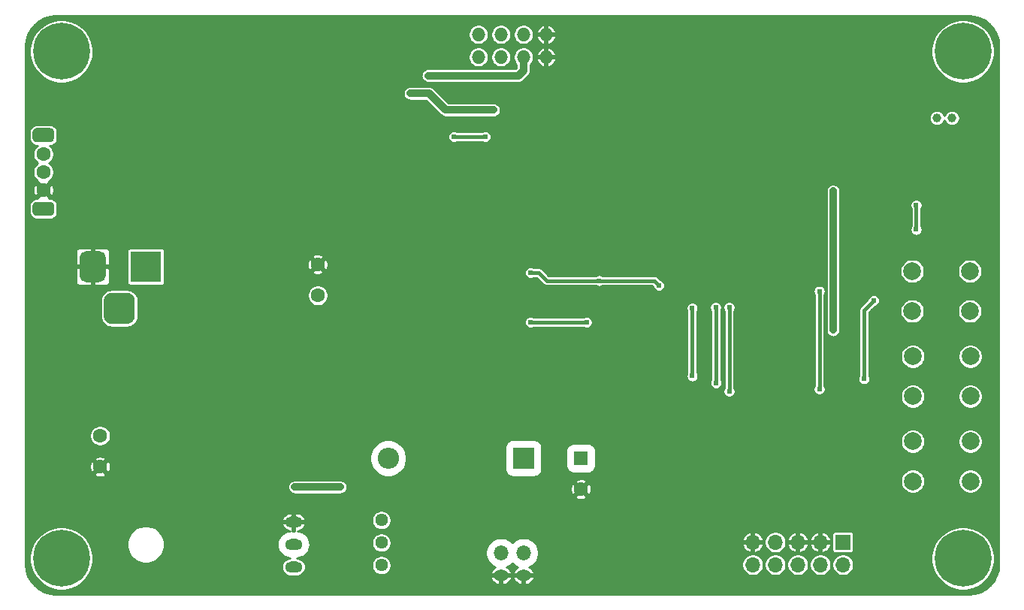
<source format=gbl>
G04 #@! TF.GenerationSoftware,KiCad,Pcbnew,(5.1.12-1-10_14)*
G04 #@! TF.CreationDate,2022-01-30T16:39:28+01:00*
G04 #@! TF.ProjectId,NixieDisplayMotherBoardV2,4e697869-6544-4697-9370-6c61794d6f74,rev?*
G04 #@! TF.SameCoordinates,Original*
G04 #@! TF.FileFunction,Copper,L2,Bot*
G04 #@! TF.FilePolarity,Positive*
%FSLAX46Y46*%
G04 Gerber Fmt 4.6, Leading zero omitted, Abs format (unit mm)*
G04 Created by KiCad (PCBNEW (5.1.12-1-10_14)) date 2022-01-30 16:39:28*
%MOMM*%
%LPD*%
G01*
G04 APERTURE LIST*
G04 #@! TA.AperFunction,ComponentPad*
%ADD10C,1.600000*%
G04 #@! TD*
G04 #@! TA.AperFunction,ComponentPad*
%ADD11C,1.000000*%
G04 #@! TD*
G04 #@! TA.AperFunction,ComponentPad*
%ADD12C,2.000000*%
G04 #@! TD*
G04 #@! TA.AperFunction,ComponentPad*
%ADD13C,1.440000*%
G04 #@! TD*
G04 #@! TA.AperFunction,ComponentPad*
%ADD14O,1.955800X1.270000*%
G04 #@! TD*
G04 #@! TA.AperFunction,ComponentPad*
%ADD15O,1.700000X1.700000*%
G04 #@! TD*
G04 #@! TA.AperFunction,ComponentPad*
%ADD16R,1.700000X1.700000*%
G04 #@! TD*
G04 #@! TA.AperFunction,ComponentPad*
%ADD17R,3.500000X3.500000*%
G04 #@! TD*
G04 #@! TA.AperFunction,ComponentPad*
%ADD18O,1.676400X1.270000*%
G04 #@! TD*
G04 #@! TA.AperFunction,ComponentPad*
%ADD19O,1.676400X1.676400*%
G04 #@! TD*
G04 #@! TA.AperFunction,ComponentPad*
%ADD20O,1.524000X1.524000*%
G04 #@! TD*
G04 #@! TA.AperFunction,ComponentPad*
%ADD21C,0.800000*%
G04 #@! TD*
G04 #@! TA.AperFunction,ComponentPad*
%ADD22C,6.400000*%
G04 #@! TD*
G04 #@! TA.AperFunction,ComponentPad*
%ADD23O,2.400000X2.400000*%
G04 #@! TD*
G04 #@! TA.AperFunction,ComponentPad*
%ADD24R,2.400000X2.400000*%
G04 #@! TD*
G04 #@! TA.AperFunction,ComponentPad*
%ADD25R,1.600000X1.600000*%
G04 #@! TD*
G04 #@! TA.AperFunction,ViaPad*
%ADD26C,0.609600*%
G04 #@! TD*
G04 #@! TA.AperFunction,Conductor*
%ADD27C,0.812800*%
G04 #@! TD*
G04 #@! TA.AperFunction,Conductor*
%ADD28C,0.406400*%
G04 #@! TD*
G04 #@! TA.AperFunction,Conductor*
%ADD29C,0.254000*%
G04 #@! TD*
G04 #@! TA.AperFunction,Conductor*
%ADD30C,0.100000*%
G04 #@! TD*
G04 APERTURE END LIST*
D10*
X96443800Y-119832000D03*
X96443800Y-116332000D03*
D11*
X192441300Y-80518000D03*
X190741300Y-80518000D03*
D12*
X194523500Y-116967000D03*
X194523500Y-121467000D03*
X188023500Y-116967000D03*
X188023500Y-121467000D03*
X194523500Y-107378500D03*
X194523500Y-111878500D03*
X188023500Y-107378500D03*
X188023500Y-111878500D03*
X194460000Y-97790000D03*
X194460000Y-102290000D03*
X187960000Y-97790000D03*
X187960000Y-102290000D03*
D10*
X90043000Y-84614000D03*
X90043000Y-86614000D03*
X90043000Y-88614000D03*
G04 #@! TA.AperFunction,ComponentPad*
G36*
G01*
X89243000Y-81664000D02*
X90843000Y-81664000D01*
G75*
G02*
X91243000Y-82064000I0J-400000D01*
G01*
X91243000Y-82864000D01*
G75*
G02*
X90843000Y-83264000I-400000J0D01*
G01*
X89243000Y-83264000D01*
G75*
G02*
X88843000Y-82864000I0J400000D01*
G01*
X88843000Y-82064000D01*
G75*
G02*
X89243000Y-81664000I400000J0D01*
G01*
G37*
G04 #@! TD.AperFunction*
G04 #@! TA.AperFunction,ComponentPad*
G36*
G01*
X89243000Y-89964000D02*
X90843000Y-89964000D01*
G75*
G02*
X91243000Y-90364000I0J-400000D01*
G01*
X91243000Y-91164000D01*
G75*
G02*
X90843000Y-91564000I-400000J0D01*
G01*
X89243000Y-91564000D01*
G75*
G02*
X88843000Y-91164000I0J400000D01*
G01*
X88843000Y-90364000D01*
G75*
G02*
X89243000Y-89964000I400000J0D01*
G01*
G37*
G04 #@! TD.AperFunction*
D13*
X128143000Y-130937000D03*
X128143000Y-128397000D03*
X128143000Y-125857000D03*
D14*
X118237000Y-126047500D03*
X118237000Y-128587500D03*
X118237000Y-131127500D03*
D15*
X169989500Y-130873500D03*
X169989500Y-128333500D03*
X172529500Y-130873500D03*
X172529500Y-128333500D03*
X175069500Y-130873500D03*
X175069500Y-128333500D03*
X177609500Y-130873500D03*
X177609500Y-128333500D03*
X180149500Y-130873500D03*
D16*
X180149500Y-128333500D03*
G04 #@! TA.AperFunction,ComponentPad*
G36*
G01*
X96850000Y-102857000D02*
X96850000Y-101107000D01*
G75*
G02*
X97725000Y-100232000I875000J0D01*
G01*
X99475000Y-100232000D01*
G75*
G02*
X100350000Y-101107000I0J-875000D01*
G01*
X100350000Y-102857000D01*
G75*
G02*
X99475000Y-103732000I-875000J0D01*
G01*
X97725000Y-103732000D01*
G75*
G02*
X96850000Y-102857000I0J875000D01*
G01*
G37*
G04 #@! TD.AperFunction*
G04 #@! TA.AperFunction,ComponentPad*
G36*
G01*
X94100000Y-98282000D02*
X94100000Y-96282000D01*
G75*
G02*
X94850000Y-95532000I750000J0D01*
G01*
X96350000Y-95532000D01*
G75*
G02*
X97100000Y-96282000I0J-750000D01*
G01*
X97100000Y-98282000D01*
G75*
G02*
X96350000Y-99032000I-750000J0D01*
G01*
X94850000Y-99032000D01*
G75*
G02*
X94100000Y-98282000I0J750000D01*
G01*
G37*
G04 #@! TD.AperFunction*
D17*
X101600000Y-97282000D03*
D18*
X144145000Y-132080000D03*
D19*
X144145000Y-129540000D03*
D18*
X141605000Y-132080000D03*
D19*
X141605000Y-129540000D03*
D20*
X146685000Y-73660000D03*
X146685000Y-71120000D03*
X144145000Y-73660000D03*
X144145000Y-71120000D03*
X141605000Y-73660000D03*
X141605000Y-71120000D03*
X139065000Y-73660000D03*
X139065000Y-71120000D03*
D21*
X195372056Y-128477944D03*
X193675000Y-127775000D03*
X191977944Y-128477944D03*
X191275000Y-130175000D03*
X191977944Y-131872056D03*
X193675000Y-132575000D03*
X195372056Y-131872056D03*
X196075000Y-130175000D03*
D22*
X193675000Y-130175000D03*
D21*
X93772056Y-128477944D03*
X92075000Y-127775000D03*
X90377944Y-128477944D03*
X89675000Y-130175000D03*
X90377944Y-131872056D03*
X92075000Y-132575000D03*
X93772056Y-131872056D03*
X94475000Y-130175000D03*
D22*
X92075000Y-130175000D03*
D21*
X195372056Y-71327944D03*
X193675000Y-70625000D03*
X191977944Y-71327944D03*
X191275000Y-73025000D03*
X191977944Y-74722056D03*
X193675000Y-75425000D03*
X195372056Y-74722056D03*
X196075000Y-73025000D03*
D22*
X193675000Y-73025000D03*
D21*
X93772056Y-71327944D03*
X92075000Y-70625000D03*
X90377944Y-71327944D03*
X89675000Y-73025000D03*
X90377944Y-74722056D03*
X92075000Y-75425000D03*
X93772056Y-74722056D03*
X94475000Y-73025000D03*
D22*
X92075000Y-73025000D03*
D23*
X128905000Y-118872000D03*
D24*
X144145000Y-118872000D03*
D10*
X150622000Y-122372000D03*
D25*
X150622000Y-118872000D03*
D10*
X120967500Y-97020500D03*
X120967500Y-100520500D03*
D26*
X159893000Y-92659200D03*
X162229800Y-94462600D03*
X183769000Y-115646200D03*
X183769000Y-106045000D03*
X183692800Y-96367600D03*
X102870000Y-119329200D03*
X105029000Y-121869200D03*
X107518200Y-120980200D03*
X110540800Y-123444000D03*
X125120400Y-131114800D03*
X125425200Y-128778000D03*
X110109000Y-97739200D03*
X112268000Y-97739200D03*
X110718600Y-95173800D03*
X107010200Y-88900000D03*
X109093000Y-85420200D03*
X109093000Y-83235800D03*
X107721400Y-78359000D03*
X104851200Y-78359000D03*
X96951800Y-71297800D03*
X109245400Y-71297800D03*
X109245400Y-73456800D03*
X111836200Y-74828400D03*
X120650000Y-81280000D03*
X122783600Y-81280000D03*
X128752600Y-71424800D03*
X127660400Y-82296000D03*
X131851400Y-91059000D03*
X131851400Y-92329000D03*
X144246600Y-92329000D03*
X142163800Y-98501200D03*
X156006800Y-97358200D03*
X158089600Y-97358200D03*
X170103800Y-107416600D03*
X168605200Y-104521000D03*
X180111400Y-98171000D03*
X195859400Y-90195400D03*
X187452000Y-83947000D03*
X188417200Y-76377800D03*
X154228800Y-79324200D03*
X144297400Y-80899000D03*
X96596200Y-89916000D03*
X169418000Y-92964000D03*
X113385600Y-76073000D03*
X88900000Y-109220000D03*
X93980000Y-109220000D03*
X99060000Y-109220000D03*
X104140000Y-109220000D03*
X109220000Y-109220000D03*
X114300000Y-109220000D03*
X119380000Y-109220000D03*
X124460000Y-109220000D03*
X129540000Y-109220000D03*
X134620000Y-109220000D03*
X139700000Y-109220000D03*
X144780000Y-109220000D03*
X149860000Y-109220000D03*
X154940000Y-109220000D03*
X157480000Y-111760000D03*
X157480000Y-116840000D03*
X157480000Y-121920000D03*
X157480000Y-127000000D03*
X157480000Y-132080000D03*
X133400800Y-75742800D03*
X131394200Y-77749400D03*
X140792200Y-79629000D03*
X179044600Y-88747600D03*
X179044600Y-104419400D03*
X182524400Y-109931200D03*
X183642000Y-101092000D03*
X177495200Y-111099600D03*
X177495200Y-100050600D03*
X163169600Y-109601000D03*
X163169600Y-101930200D03*
X159410400Y-99390200D03*
X152679400Y-98856800D03*
X144957800Y-97967800D03*
X165811200Y-101879400D03*
X165836600Y-110388400D03*
X167335200Y-101879400D03*
X167335200Y-111353600D03*
X188404500Y-93091000D03*
X188404500Y-90360500D03*
X136296400Y-82626200D03*
X139852400Y-82626200D03*
X118364000Y-122110500D03*
X123507500Y-122110500D03*
X144957800Y-103530400D03*
X151257000Y-103555800D03*
D27*
X133400800Y-75742800D02*
X143611600Y-75742800D01*
X144145000Y-75209400D02*
X144145000Y-73660000D01*
X143611600Y-75742800D02*
X144145000Y-75209400D01*
X135382000Y-79629000D02*
X140792200Y-79629000D01*
X133502400Y-77749400D02*
X135382000Y-79629000D01*
X131394200Y-77749400D02*
X133502400Y-77749400D01*
X179044600Y-88747600D02*
X179044600Y-104419400D01*
D28*
X182524400Y-102209600D02*
X183642000Y-101092000D01*
X182524400Y-109931200D02*
X182524400Y-102209600D01*
X177495200Y-100050600D02*
X177495200Y-111099600D01*
X163169600Y-109601000D02*
X163169600Y-101930200D01*
X158877000Y-98856800D02*
X152679400Y-98856800D01*
X159410400Y-99390200D02*
X158877000Y-98856800D01*
X145872200Y-97967800D02*
X144957800Y-97967800D01*
X146761200Y-98856800D02*
X145872200Y-97967800D01*
X152679400Y-98856800D02*
X146761200Y-98856800D01*
X165836600Y-101904800D02*
X165811200Y-101879400D01*
X165836600Y-110388400D02*
X165836600Y-101904800D01*
X167335200Y-101879400D02*
X167335200Y-111353600D01*
X188404500Y-93091000D02*
X188404500Y-90360500D01*
X136296400Y-82626200D02*
X139852400Y-82626200D01*
D27*
X123507500Y-122110500D02*
X118364000Y-122110500D01*
D28*
X144983200Y-103555800D02*
X151257000Y-103555800D01*
X144957800Y-103530400D02*
X144983200Y-103555800D01*
D29*
X194970793Y-69052738D02*
X195606423Y-69244646D01*
X196192669Y-69556359D01*
X196707203Y-69976002D01*
X197130431Y-70487598D01*
X197446227Y-71071650D01*
X197642567Y-71705921D01*
X197713981Y-72385382D01*
X197714000Y-72390847D01*
X197714001Y-130790136D01*
X197647262Y-131470791D01*
X197455354Y-132106423D01*
X197143641Y-132692669D01*
X196723998Y-133207203D01*
X196212406Y-133630429D01*
X195628349Y-133946227D01*
X194994079Y-134142567D01*
X194314618Y-134213981D01*
X194309152Y-134214000D01*
X91459854Y-134214000D01*
X90779209Y-134147262D01*
X90143577Y-133955354D01*
X89557331Y-133643641D01*
X89042797Y-133223998D01*
X88619571Y-132712406D01*
X88303773Y-132128349D01*
X88107433Y-131494079D01*
X88036019Y-130814618D01*
X88036000Y-130809152D01*
X88036000Y-129822302D01*
X88494000Y-129822302D01*
X88494000Y-130527698D01*
X88631616Y-131219539D01*
X88901559Y-131871240D01*
X89293456Y-132457754D01*
X89792246Y-132956544D01*
X90378760Y-133348441D01*
X91030461Y-133618384D01*
X91722302Y-133756000D01*
X92427698Y-133756000D01*
X93119539Y-133618384D01*
X93771240Y-133348441D01*
X94357754Y-132956544D01*
X94856544Y-132457754D01*
X94919771Y-132363127D01*
X140426047Y-132363127D01*
X140427044Y-132392383D01*
X140506717Y-132576546D01*
X140620787Y-132741627D01*
X140764871Y-132881282D01*
X140933432Y-132990144D01*
X141119992Y-133064030D01*
X141317382Y-133100100D01*
X141478000Y-133005497D01*
X141478000Y-132207000D01*
X141732000Y-132207000D01*
X141732000Y-133005497D01*
X141892618Y-133100100D01*
X142090008Y-133064030D01*
X142276568Y-132990144D01*
X142445129Y-132881282D01*
X142589213Y-132741627D01*
X142703283Y-132576546D01*
X142782956Y-132392383D01*
X142783953Y-132363127D01*
X142966047Y-132363127D01*
X142967044Y-132392383D01*
X143046717Y-132576546D01*
X143160787Y-132741627D01*
X143304871Y-132881282D01*
X143473432Y-132990144D01*
X143659992Y-133064030D01*
X143857382Y-133100100D01*
X144018000Y-133005497D01*
X144018000Y-132207000D01*
X144272000Y-132207000D01*
X144272000Y-133005497D01*
X144432618Y-133100100D01*
X144630008Y-133064030D01*
X144816568Y-132990144D01*
X144985129Y-132881282D01*
X145129213Y-132741627D01*
X145243283Y-132576546D01*
X145322956Y-132392383D01*
X145323953Y-132363127D01*
X145260149Y-132207000D01*
X144272000Y-132207000D01*
X144018000Y-132207000D01*
X143029851Y-132207000D01*
X142966047Y-132363127D01*
X142783953Y-132363127D01*
X142720149Y-132207000D01*
X141732000Y-132207000D01*
X141478000Y-132207000D01*
X140489851Y-132207000D01*
X140426047Y-132363127D01*
X94919771Y-132363127D01*
X95248441Y-131871240D01*
X95518384Y-131219539D01*
X95656000Y-130527698D01*
X95656000Y-129822302D01*
X95518384Y-129130461D01*
X95248441Y-128478760D01*
X95180858Y-128377615D01*
X99446000Y-128377615D01*
X99446000Y-128797385D01*
X99527893Y-129209090D01*
X99688532Y-129596907D01*
X99921744Y-129945933D01*
X100218567Y-130242756D01*
X100567593Y-130475968D01*
X100955410Y-130636607D01*
X101367115Y-130718500D01*
X101786885Y-130718500D01*
X102198590Y-130636607D01*
X102586407Y-130475968D01*
X102935433Y-130242756D01*
X103232256Y-129945933D01*
X103465468Y-129596907D01*
X103626107Y-129209090D01*
X103708000Y-128797385D01*
X103708000Y-128587500D01*
X116362727Y-128587500D01*
X116392152Y-128886256D01*
X116479296Y-129173531D01*
X116620810Y-129438285D01*
X116811256Y-129670344D01*
X117043315Y-129860790D01*
X117308069Y-130002304D01*
X117595344Y-130089448D01*
X117819241Y-130111500D01*
X117844198Y-130111500D01*
X117694929Y-130126202D01*
X117503413Y-130184298D01*
X117326910Y-130278640D01*
X117172204Y-130405604D01*
X117045240Y-130560310D01*
X116950898Y-130736813D01*
X116892802Y-130928329D01*
X116873185Y-131127500D01*
X116892802Y-131326671D01*
X116950898Y-131518187D01*
X117045240Y-131694690D01*
X117172204Y-131849396D01*
X117326910Y-131976360D01*
X117503413Y-132070702D01*
X117694929Y-132128798D01*
X117844198Y-132143500D01*
X118629802Y-132143500D01*
X118779071Y-132128798D01*
X118970587Y-132070702D01*
X119147090Y-131976360D01*
X119301796Y-131849396D01*
X119428760Y-131694690D01*
X119523102Y-131518187D01*
X119581198Y-131326671D01*
X119600815Y-131127500D01*
X119581198Y-130928329D01*
X119550934Y-130828561D01*
X127042000Y-130828561D01*
X127042000Y-131045439D01*
X127084311Y-131258150D01*
X127167307Y-131458519D01*
X127287798Y-131638846D01*
X127441154Y-131792202D01*
X127621481Y-131912693D01*
X127821850Y-131995689D01*
X128034561Y-132038000D01*
X128251439Y-132038000D01*
X128464150Y-131995689D01*
X128664519Y-131912693D01*
X128844846Y-131792202D01*
X128998202Y-131638846D01*
X129118693Y-131458519D01*
X129201689Y-131258150D01*
X129244000Y-131045439D01*
X129244000Y-130828561D01*
X129201689Y-130615850D01*
X129118693Y-130415481D01*
X128998202Y-130235154D01*
X128844846Y-130081798D01*
X128664519Y-129961307D01*
X128464150Y-129878311D01*
X128251439Y-129836000D01*
X128034561Y-129836000D01*
X127821850Y-129878311D01*
X127621481Y-129961307D01*
X127441154Y-130081798D01*
X127287798Y-130235154D01*
X127167307Y-130415481D01*
X127084311Y-130615850D01*
X127042000Y-130828561D01*
X119550934Y-130828561D01*
X119523102Y-130736813D01*
X119428760Y-130560310D01*
X119301796Y-130405604D01*
X119147090Y-130278640D01*
X118970587Y-130184298D01*
X118779071Y-130126202D01*
X118629802Y-130111500D01*
X118654759Y-130111500D01*
X118878656Y-130089448D01*
X119165931Y-130002304D01*
X119430685Y-129860790D01*
X119662744Y-129670344D01*
X119853190Y-129438285D01*
X119994704Y-129173531D01*
X120081848Y-128886256D01*
X120111273Y-128587500D01*
X120081848Y-128288744D01*
X120081793Y-128288561D01*
X127042000Y-128288561D01*
X127042000Y-128505439D01*
X127084311Y-128718150D01*
X127167307Y-128918519D01*
X127287798Y-129098846D01*
X127441154Y-129252202D01*
X127621481Y-129372693D01*
X127821850Y-129455689D01*
X128034561Y-129498000D01*
X128251439Y-129498000D01*
X128464150Y-129455689D01*
X128664519Y-129372693D01*
X128668719Y-129369886D01*
X139877800Y-129369886D01*
X139877800Y-129710114D01*
X139944176Y-130043806D01*
X140074375Y-130358136D01*
X140263396Y-130641026D01*
X140503974Y-130881604D01*
X140786864Y-131070625D01*
X140980974Y-131151027D01*
X140933432Y-131169856D01*
X140764871Y-131278718D01*
X140620787Y-131418373D01*
X140506717Y-131583454D01*
X140427044Y-131767617D01*
X140426047Y-131796873D01*
X140489851Y-131953000D01*
X141478000Y-131953000D01*
X141478000Y-131933000D01*
X141732000Y-131933000D01*
X141732000Y-131953000D01*
X142720149Y-131953000D01*
X142783953Y-131796873D01*
X142782956Y-131767617D01*
X142703283Y-131583454D01*
X142589213Y-131418373D01*
X142445129Y-131278718D01*
X142276568Y-131169856D01*
X142229026Y-131151027D01*
X142423136Y-131070625D01*
X142706026Y-130881604D01*
X142875000Y-130712630D01*
X143043974Y-130881604D01*
X143326864Y-131070625D01*
X143520974Y-131151027D01*
X143473432Y-131169856D01*
X143304871Y-131278718D01*
X143160787Y-131418373D01*
X143046717Y-131583454D01*
X142967044Y-131767617D01*
X142966047Y-131796873D01*
X143029851Y-131953000D01*
X144018000Y-131953000D01*
X144018000Y-131933000D01*
X144272000Y-131933000D01*
X144272000Y-131953000D01*
X145260149Y-131953000D01*
X145323953Y-131796873D01*
X145322956Y-131767617D01*
X145243283Y-131583454D01*
X145129213Y-131418373D01*
X144985129Y-131278718D01*
X144816568Y-131169856D01*
X144769026Y-131151027D01*
X144963136Y-131070625D01*
X145246026Y-130881604D01*
X145375373Y-130752257D01*
X168758500Y-130752257D01*
X168758500Y-130994743D01*
X168805807Y-131232569D01*
X168898602Y-131456597D01*
X169033320Y-131658217D01*
X169204783Y-131829680D01*
X169406403Y-131964398D01*
X169630431Y-132057193D01*
X169868257Y-132104500D01*
X170110743Y-132104500D01*
X170348569Y-132057193D01*
X170572597Y-131964398D01*
X170774217Y-131829680D01*
X170945680Y-131658217D01*
X171080398Y-131456597D01*
X171173193Y-131232569D01*
X171220500Y-130994743D01*
X171220500Y-130752257D01*
X171298500Y-130752257D01*
X171298500Y-130994743D01*
X171345807Y-131232569D01*
X171438602Y-131456597D01*
X171573320Y-131658217D01*
X171744783Y-131829680D01*
X171946403Y-131964398D01*
X172170431Y-132057193D01*
X172408257Y-132104500D01*
X172650743Y-132104500D01*
X172888569Y-132057193D01*
X173112597Y-131964398D01*
X173314217Y-131829680D01*
X173485680Y-131658217D01*
X173620398Y-131456597D01*
X173713193Y-131232569D01*
X173760500Y-130994743D01*
X173760500Y-130752257D01*
X173838500Y-130752257D01*
X173838500Y-130994743D01*
X173885807Y-131232569D01*
X173978602Y-131456597D01*
X174113320Y-131658217D01*
X174284783Y-131829680D01*
X174486403Y-131964398D01*
X174710431Y-132057193D01*
X174948257Y-132104500D01*
X175190743Y-132104500D01*
X175428569Y-132057193D01*
X175652597Y-131964398D01*
X175854217Y-131829680D01*
X176025680Y-131658217D01*
X176160398Y-131456597D01*
X176253193Y-131232569D01*
X176300500Y-130994743D01*
X176300500Y-130752257D01*
X176378500Y-130752257D01*
X176378500Y-130994743D01*
X176425807Y-131232569D01*
X176518602Y-131456597D01*
X176653320Y-131658217D01*
X176824783Y-131829680D01*
X177026403Y-131964398D01*
X177250431Y-132057193D01*
X177488257Y-132104500D01*
X177730743Y-132104500D01*
X177968569Y-132057193D01*
X178192597Y-131964398D01*
X178394217Y-131829680D01*
X178565680Y-131658217D01*
X178700398Y-131456597D01*
X178793193Y-131232569D01*
X178840500Y-130994743D01*
X178840500Y-130752257D01*
X178918500Y-130752257D01*
X178918500Y-130994743D01*
X178965807Y-131232569D01*
X179058602Y-131456597D01*
X179193320Y-131658217D01*
X179364783Y-131829680D01*
X179566403Y-131964398D01*
X179790431Y-132057193D01*
X180028257Y-132104500D01*
X180270743Y-132104500D01*
X180508569Y-132057193D01*
X180732597Y-131964398D01*
X180934217Y-131829680D01*
X181105680Y-131658217D01*
X181240398Y-131456597D01*
X181333193Y-131232569D01*
X181380500Y-130994743D01*
X181380500Y-130752257D01*
X181333193Y-130514431D01*
X181240398Y-130290403D01*
X181105680Y-130088783D01*
X180934217Y-129917320D01*
X180792013Y-129822302D01*
X190094000Y-129822302D01*
X190094000Y-130527698D01*
X190231616Y-131219539D01*
X190501559Y-131871240D01*
X190893456Y-132457754D01*
X191392246Y-132956544D01*
X191978760Y-133348441D01*
X192630461Y-133618384D01*
X193322302Y-133756000D01*
X194027698Y-133756000D01*
X194719539Y-133618384D01*
X195371240Y-133348441D01*
X195957754Y-132956544D01*
X196456544Y-132457754D01*
X196848441Y-131871240D01*
X197118384Y-131219539D01*
X197256000Y-130527698D01*
X197256000Y-129822302D01*
X197118384Y-129130461D01*
X196848441Y-128478760D01*
X196456544Y-127892246D01*
X195957754Y-127393456D01*
X195371240Y-127001559D01*
X194719539Y-126731616D01*
X194027698Y-126594000D01*
X193322302Y-126594000D01*
X192630461Y-126731616D01*
X191978760Y-127001559D01*
X191392246Y-127393456D01*
X190893456Y-127892246D01*
X190501559Y-128478760D01*
X190231616Y-129130461D01*
X190094000Y-129822302D01*
X180792013Y-129822302D01*
X180732597Y-129782602D01*
X180508569Y-129689807D01*
X180270743Y-129642500D01*
X180028257Y-129642500D01*
X179790431Y-129689807D01*
X179566403Y-129782602D01*
X179364783Y-129917320D01*
X179193320Y-130088783D01*
X179058602Y-130290403D01*
X178965807Y-130514431D01*
X178918500Y-130752257D01*
X178840500Y-130752257D01*
X178793193Y-130514431D01*
X178700398Y-130290403D01*
X178565680Y-130088783D01*
X178394217Y-129917320D01*
X178192597Y-129782602D01*
X177968569Y-129689807D01*
X177730743Y-129642500D01*
X177488257Y-129642500D01*
X177250431Y-129689807D01*
X177026403Y-129782602D01*
X176824783Y-129917320D01*
X176653320Y-130088783D01*
X176518602Y-130290403D01*
X176425807Y-130514431D01*
X176378500Y-130752257D01*
X176300500Y-130752257D01*
X176253193Y-130514431D01*
X176160398Y-130290403D01*
X176025680Y-130088783D01*
X175854217Y-129917320D01*
X175652597Y-129782602D01*
X175428569Y-129689807D01*
X175190743Y-129642500D01*
X174948257Y-129642500D01*
X174710431Y-129689807D01*
X174486403Y-129782602D01*
X174284783Y-129917320D01*
X174113320Y-130088783D01*
X173978602Y-130290403D01*
X173885807Y-130514431D01*
X173838500Y-130752257D01*
X173760500Y-130752257D01*
X173713193Y-130514431D01*
X173620398Y-130290403D01*
X173485680Y-130088783D01*
X173314217Y-129917320D01*
X173112597Y-129782602D01*
X172888569Y-129689807D01*
X172650743Y-129642500D01*
X172408257Y-129642500D01*
X172170431Y-129689807D01*
X171946403Y-129782602D01*
X171744783Y-129917320D01*
X171573320Y-130088783D01*
X171438602Y-130290403D01*
X171345807Y-130514431D01*
X171298500Y-130752257D01*
X171220500Y-130752257D01*
X171173193Y-130514431D01*
X171080398Y-130290403D01*
X170945680Y-130088783D01*
X170774217Y-129917320D01*
X170572597Y-129782602D01*
X170348569Y-129689807D01*
X170110743Y-129642500D01*
X169868257Y-129642500D01*
X169630431Y-129689807D01*
X169406403Y-129782602D01*
X169204783Y-129917320D01*
X169033320Y-130088783D01*
X168898602Y-130290403D01*
X168805807Y-130514431D01*
X168758500Y-130752257D01*
X145375373Y-130752257D01*
X145486604Y-130641026D01*
X145675625Y-130358136D01*
X145805824Y-130043806D01*
X145872200Y-129710114D01*
X145872200Y-129369886D01*
X145805824Y-129036194D01*
X145675625Y-128721864D01*
X145627929Y-128650481D01*
X168800005Y-128650481D01*
X168884701Y-128876449D01*
X169011853Y-129081552D01*
X169176576Y-129257908D01*
X169372539Y-129398739D01*
X169592212Y-129498634D01*
X169672520Y-129522989D01*
X169862500Y-129462127D01*
X169862500Y-128460500D01*
X170116500Y-128460500D01*
X170116500Y-129462127D01*
X170306480Y-129522989D01*
X170386788Y-129498634D01*
X170606461Y-129398739D01*
X170802424Y-129257908D01*
X170967147Y-129081552D01*
X171094299Y-128876449D01*
X171178995Y-128650481D01*
X171118687Y-128460500D01*
X170116500Y-128460500D01*
X169862500Y-128460500D01*
X168860313Y-128460500D01*
X168800005Y-128650481D01*
X145627929Y-128650481D01*
X145486604Y-128438974D01*
X145259887Y-128212257D01*
X171298500Y-128212257D01*
X171298500Y-128454743D01*
X171345807Y-128692569D01*
X171438602Y-128916597D01*
X171573320Y-129118217D01*
X171744783Y-129289680D01*
X171946403Y-129424398D01*
X172170431Y-129517193D01*
X172408257Y-129564500D01*
X172650743Y-129564500D01*
X172888569Y-129517193D01*
X173112597Y-129424398D01*
X173314217Y-129289680D01*
X173485680Y-129118217D01*
X173620398Y-128916597D01*
X173713193Y-128692569D01*
X173721564Y-128650481D01*
X173880005Y-128650481D01*
X173964701Y-128876449D01*
X174091853Y-129081552D01*
X174256576Y-129257908D01*
X174452539Y-129398739D01*
X174672212Y-129498634D01*
X174752520Y-129522989D01*
X174942500Y-129462127D01*
X174942500Y-128460500D01*
X175196500Y-128460500D01*
X175196500Y-129462127D01*
X175386480Y-129522989D01*
X175466788Y-129498634D01*
X175686461Y-129398739D01*
X175882424Y-129257908D01*
X176047147Y-129081552D01*
X176174299Y-128876449D01*
X176258995Y-128650481D01*
X176420005Y-128650481D01*
X176504701Y-128876449D01*
X176631853Y-129081552D01*
X176796576Y-129257908D01*
X176992539Y-129398739D01*
X177212212Y-129498634D01*
X177292520Y-129522989D01*
X177482500Y-129462127D01*
X177482500Y-128460500D01*
X177736500Y-128460500D01*
X177736500Y-129462127D01*
X177926480Y-129522989D01*
X178006788Y-129498634D01*
X178226461Y-129398739D01*
X178422424Y-129257908D01*
X178587147Y-129081552D01*
X178714299Y-128876449D01*
X178798995Y-128650481D01*
X178738687Y-128460500D01*
X177736500Y-128460500D01*
X177482500Y-128460500D01*
X176480313Y-128460500D01*
X176420005Y-128650481D01*
X176258995Y-128650481D01*
X176198687Y-128460500D01*
X175196500Y-128460500D01*
X174942500Y-128460500D01*
X173940313Y-128460500D01*
X173880005Y-128650481D01*
X173721564Y-128650481D01*
X173760500Y-128454743D01*
X173760500Y-128212257D01*
X173721565Y-128016519D01*
X173880005Y-128016519D01*
X173940313Y-128206500D01*
X174942500Y-128206500D01*
X174942500Y-127204873D01*
X175196500Y-127204873D01*
X175196500Y-128206500D01*
X176198687Y-128206500D01*
X176258995Y-128016519D01*
X176420005Y-128016519D01*
X176480313Y-128206500D01*
X177482500Y-128206500D01*
X177482500Y-127204873D01*
X177736500Y-127204873D01*
X177736500Y-128206500D01*
X178738687Y-128206500D01*
X178798995Y-128016519D01*
X178714299Y-127790551D01*
X178587147Y-127585448D01*
X178491924Y-127483500D01*
X178916657Y-127483500D01*
X178916657Y-129183500D01*
X178924013Y-129258189D01*
X178945799Y-129330008D01*
X178981178Y-129396196D01*
X179028789Y-129454211D01*
X179086804Y-129501822D01*
X179152992Y-129537201D01*
X179224811Y-129558987D01*
X179299500Y-129566343D01*
X180999500Y-129566343D01*
X181074189Y-129558987D01*
X181146008Y-129537201D01*
X181212196Y-129501822D01*
X181270211Y-129454211D01*
X181317822Y-129396196D01*
X181353201Y-129330008D01*
X181374987Y-129258189D01*
X181382343Y-129183500D01*
X181382343Y-127483500D01*
X181374987Y-127408811D01*
X181353201Y-127336992D01*
X181317822Y-127270804D01*
X181270211Y-127212789D01*
X181212196Y-127165178D01*
X181146008Y-127129799D01*
X181074189Y-127108013D01*
X180999500Y-127100657D01*
X179299500Y-127100657D01*
X179224811Y-127108013D01*
X179152992Y-127129799D01*
X179086804Y-127165178D01*
X179028789Y-127212789D01*
X178981178Y-127270804D01*
X178945799Y-127336992D01*
X178924013Y-127408811D01*
X178916657Y-127483500D01*
X178491924Y-127483500D01*
X178422424Y-127409092D01*
X178226461Y-127268261D01*
X178006788Y-127168366D01*
X177926480Y-127144011D01*
X177736500Y-127204873D01*
X177482500Y-127204873D01*
X177292520Y-127144011D01*
X177212212Y-127168366D01*
X176992539Y-127268261D01*
X176796576Y-127409092D01*
X176631853Y-127585448D01*
X176504701Y-127790551D01*
X176420005Y-128016519D01*
X176258995Y-128016519D01*
X176174299Y-127790551D01*
X176047147Y-127585448D01*
X175882424Y-127409092D01*
X175686461Y-127268261D01*
X175466788Y-127168366D01*
X175386480Y-127144011D01*
X175196500Y-127204873D01*
X174942500Y-127204873D01*
X174752520Y-127144011D01*
X174672212Y-127168366D01*
X174452539Y-127268261D01*
X174256576Y-127409092D01*
X174091853Y-127585448D01*
X173964701Y-127790551D01*
X173880005Y-128016519D01*
X173721565Y-128016519D01*
X173713193Y-127974431D01*
X173620398Y-127750403D01*
X173485680Y-127548783D01*
X173314217Y-127377320D01*
X173112597Y-127242602D01*
X172888569Y-127149807D01*
X172650743Y-127102500D01*
X172408257Y-127102500D01*
X172170431Y-127149807D01*
X171946403Y-127242602D01*
X171744783Y-127377320D01*
X171573320Y-127548783D01*
X171438602Y-127750403D01*
X171345807Y-127974431D01*
X171298500Y-128212257D01*
X145259887Y-128212257D01*
X145246026Y-128198396D01*
X144973828Y-128016519D01*
X168800005Y-128016519D01*
X168860313Y-128206500D01*
X169862500Y-128206500D01*
X169862500Y-127204873D01*
X170116500Y-127204873D01*
X170116500Y-128206500D01*
X171118687Y-128206500D01*
X171178995Y-128016519D01*
X171094299Y-127790551D01*
X170967147Y-127585448D01*
X170802424Y-127409092D01*
X170606461Y-127268261D01*
X170386788Y-127168366D01*
X170306480Y-127144011D01*
X170116500Y-127204873D01*
X169862500Y-127204873D01*
X169672520Y-127144011D01*
X169592212Y-127168366D01*
X169372539Y-127268261D01*
X169176576Y-127409092D01*
X169011853Y-127585448D01*
X168884701Y-127790551D01*
X168800005Y-128016519D01*
X144973828Y-128016519D01*
X144963136Y-128009375D01*
X144648806Y-127879176D01*
X144315114Y-127812800D01*
X143974886Y-127812800D01*
X143641194Y-127879176D01*
X143326864Y-128009375D01*
X143043974Y-128198396D01*
X142875000Y-128367370D01*
X142706026Y-128198396D01*
X142423136Y-128009375D01*
X142108806Y-127879176D01*
X141775114Y-127812800D01*
X141434886Y-127812800D01*
X141101194Y-127879176D01*
X140786864Y-128009375D01*
X140503974Y-128198396D01*
X140263396Y-128438974D01*
X140074375Y-128721864D01*
X139944176Y-129036194D01*
X139877800Y-129369886D01*
X128668719Y-129369886D01*
X128844846Y-129252202D01*
X128998202Y-129098846D01*
X129118693Y-128918519D01*
X129201689Y-128718150D01*
X129244000Y-128505439D01*
X129244000Y-128288561D01*
X129201689Y-128075850D01*
X129118693Y-127875481D01*
X128998202Y-127695154D01*
X128844846Y-127541798D01*
X128664519Y-127421307D01*
X128464150Y-127338311D01*
X128251439Y-127296000D01*
X128034561Y-127296000D01*
X127821850Y-127338311D01*
X127621481Y-127421307D01*
X127441154Y-127541798D01*
X127287798Y-127695154D01*
X127167307Y-127875481D01*
X127084311Y-128075850D01*
X127042000Y-128288561D01*
X120081793Y-128288561D01*
X119994704Y-128001469D01*
X119853190Y-127736715D01*
X119662744Y-127504656D01*
X119430685Y-127314210D01*
X119165931Y-127172696D01*
X118878656Y-127085552D01*
X118654759Y-127063500D01*
X118706900Y-127063500D01*
X118902671Y-127019201D01*
X119086039Y-126937561D01*
X119249956Y-126821716D01*
X119388123Y-126676118D01*
X119495231Y-126506363D01*
X119555653Y-126330627D01*
X119491849Y-126174500D01*
X118364000Y-126174500D01*
X118364000Y-127063500D01*
X118110000Y-127063500D01*
X118110000Y-126174500D01*
X116982151Y-126174500D01*
X116918347Y-126330627D01*
X116978769Y-126506363D01*
X117085877Y-126676118D01*
X117224044Y-126821716D01*
X117387961Y-126937561D01*
X117571329Y-127019201D01*
X117767100Y-127063500D01*
X117819241Y-127063500D01*
X117595344Y-127085552D01*
X117308069Y-127172696D01*
X117043315Y-127314210D01*
X116811256Y-127504656D01*
X116620810Y-127736715D01*
X116479296Y-128001469D01*
X116392152Y-128288744D01*
X116362727Y-128587500D01*
X103708000Y-128587500D01*
X103708000Y-128377615D01*
X103626107Y-127965910D01*
X103465468Y-127578093D01*
X103232256Y-127229067D01*
X102935433Y-126932244D01*
X102586407Y-126699032D01*
X102198590Y-126538393D01*
X101786885Y-126456500D01*
X101367115Y-126456500D01*
X100955410Y-126538393D01*
X100567593Y-126699032D01*
X100218567Y-126932244D01*
X99921744Y-127229067D01*
X99688532Y-127578093D01*
X99527893Y-127965910D01*
X99446000Y-128377615D01*
X95180858Y-128377615D01*
X94856544Y-127892246D01*
X94357754Y-127393456D01*
X93771240Y-127001559D01*
X93119539Y-126731616D01*
X92427698Y-126594000D01*
X91722302Y-126594000D01*
X91030461Y-126731616D01*
X90378760Y-127001559D01*
X89792246Y-127393456D01*
X89293456Y-127892246D01*
X88901559Y-128478760D01*
X88631616Y-129130461D01*
X88494000Y-129822302D01*
X88036000Y-129822302D01*
X88036000Y-125764373D01*
X116918347Y-125764373D01*
X116982151Y-125920500D01*
X118110000Y-125920500D01*
X118110000Y-125031500D01*
X118364000Y-125031500D01*
X118364000Y-125920500D01*
X119491849Y-125920500D01*
X119555653Y-125764373D01*
X119550217Y-125748561D01*
X127042000Y-125748561D01*
X127042000Y-125965439D01*
X127084311Y-126178150D01*
X127167307Y-126378519D01*
X127287798Y-126558846D01*
X127441154Y-126712202D01*
X127621481Y-126832693D01*
X127821850Y-126915689D01*
X128034561Y-126958000D01*
X128251439Y-126958000D01*
X128464150Y-126915689D01*
X128664519Y-126832693D01*
X128844846Y-126712202D01*
X128998202Y-126558846D01*
X129118693Y-126378519D01*
X129201689Y-126178150D01*
X129244000Y-125965439D01*
X129244000Y-125748561D01*
X129201689Y-125535850D01*
X129118693Y-125335481D01*
X128998202Y-125155154D01*
X128844846Y-125001798D01*
X128664519Y-124881307D01*
X128464150Y-124798311D01*
X128251439Y-124756000D01*
X128034561Y-124756000D01*
X127821850Y-124798311D01*
X127621481Y-124881307D01*
X127441154Y-125001798D01*
X127287798Y-125155154D01*
X127167307Y-125335481D01*
X127084311Y-125535850D01*
X127042000Y-125748561D01*
X119550217Y-125748561D01*
X119495231Y-125588637D01*
X119388123Y-125418882D01*
X119249956Y-125273284D01*
X119086039Y-125157439D01*
X118902671Y-125075799D01*
X118706900Y-125031500D01*
X118364000Y-125031500D01*
X118110000Y-125031500D01*
X117767100Y-125031500D01*
X117571329Y-125075799D01*
X117387961Y-125157439D01*
X117224044Y-125273284D01*
X117085877Y-125418882D01*
X116978769Y-125588637D01*
X116918347Y-125764373D01*
X88036000Y-125764373D01*
X88036000Y-123228342D01*
X149945263Y-123228342D01*
X150031218Y-123401207D01*
X150243358Y-123496687D01*
X150470048Y-123548945D01*
X150702578Y-123555975D01*
X150932012Y-123517505D01*
X151149532Y-123435014D01*
X151212782Y-123401207D01*
X151298737Y-123228342D01*
X150622000Y-122551605D01*
X149945263Y-123228342D01*
X88036000Y-123228342D01*
X88036000Y-122110500D01*
X117572791Y-122110500D01*
X117587994Y-122264857D01*
X117633018Y-122413283D01*
X117706134Y-122550072D01*
X117804531Y-122669969D01*
X117924428Y-122768366D01*
X118061217Y-122841482D01*
X118209643Y-122886506D01*
X118325327Y-122897900D01*
X123546173Y-122897900D01*
X123661857Y-122886506D01*
X123810283Y-122841482D01*
X123947072Y-122768366D01*
X124066969Y-122669969D01*
X124165366Y-122550072D01*
X124217478Y-122452578D01*
X149438025Y-122452578D01*
X149476495Y-122682012D01*
X149558986Y-122899532D01*
X149592793Y-122962782D01*
X149765658Y-123048737D01*
X150442395Y-122372000D01*
X150801605Y-122372000D01*
X151478342Y-123048737D01*
X151651207Y-122962782D01*
X151746687Y-122750642D01*
X151798945Y-122523952D01*
X151805975Y-122291422D01*
X151767505Y-122061988D01*
X151685014Y-121844468D01*
X151651207Y-121781218D01*
X151478342Y-121695263D01*
X150801605Y-122372000D01*
X150442395Y-122372000D01*
X149765658Y-121695263D01*
X149592793Y-121781218D01*
X149497313Y-121993358D01*
X149445055Y-122220048D01*
X149438025Y-122452578D01*
X124217478Y-122452578D01*
X124238482Y-122413283D01*
X124283506Y-122264857D01*
X124298709Y-122110500D01*
X124283506Y-121956143D01*
X124238482Y-121807717D01*
X124165366Y-121670928D01*
X124066969Y-121551031D01*
X124023867Y-121515658D01*
X149945263Y-121515658D01*
X150622000Y-122192395D01*
X151298737Y-121515658D01*
X151212782Y-121342793D01*
X151186543Y-121330983D01*
X186642500Y-121330983D01*
X186642500Y-121603017D01*
X186695571Y-121869823D01*
X186799674Y-122121149D01*
X186950807Y-122347336D01*
X187143164Y-122539693D01*
X187369351Y-122690826D01*
X187620677Y-122794929D01*
X187887483Y-122848000D01*
X188159517Y-122848000D01*
X188426323Y-122794929D01*
X188677649Y-122690826D01*
X188903836Y-122539693D01*
X189096193Y-122347336D01*
X189247326Y-122121149D01*
X189351429Y-121869823D01*
X189404500Y-121603017D01*
X189404500Y-121330983D01*
X193142500Y-121330983D01*
X193142500Y-121603017D01*
X193195571Y-121869823D01*
X193299674Y-122121149D01*
X193450807Y-122347336D01*
X193643164Y-122539693D01*
X193869351Y-122690826D01*
X194120677Y-122794929D01*
X194387483Y-122848000D01*
X194659517Y-122848000D01*
X194926323Y-122794929D01*
X195177649Y-122690826D01*
X195403836Y-122539693D01*
X195596193Y-122347336D01*
X195747326Y-122121149D01*
X195851429Y-121869823D01*
X195904500Y-121603017D01*
X195904500Y-121330983D01*
X195851429Y-121064177D01*
X195747326Y-120812851D01*
X195596193Y-120586664D01*
X195403836Y-120394307D01*
X195177649Y-120243174D01*
X194926323Y-120139071D01*
X194659517Y-120086000D01*
X194387483Y-120086000D01*
X194120677Y-120139071D01*
X193869351Y-120243174D01*
X193643164Y-120394307D01*
X193450807Y-120586664D01*
X193299674Y-120812851D01*
X193195571Y-121064177D01*
X193142500Y-121330983D01*
X189404500Y-121330983D01*
X189351429Y-121064177D01*
X189247326Y-120812851D01*
X189096193Y-120586664D01*
X188903836Y-120394307D01*
X188677649Y-120243174D01*
X188426323Y-120139071D01*
X188159517Y-120086000D01*
X187887483Y-120086000D01*
X187620677Y-120139071D01*
X187369351Y-120243174D01*
X187143164Y-120394307D01*
X186950807Y-120586664D01*
X186799674Y-120812851D01*
X186695571Y-121064177D01*
X186642500Y-121330983D01*
X151186543Y-121330983D01*
X151000642Y-121247313D01*
X150773952Y-121195055D01*
X150541422Y-121188025D01*
X150311988Y-121226495D01*
X150094468Y-121308986D01*
X150031218Y-121342793D01*
X149945263Y-121515658D01*
X124023867Y-121515658D01*
X123947072Y-121452634D01*
X123810283Y-121379518D01*
X123661857Y-121334494D01*
X123546173Y-121323100D01*
X118325327Y-121323100D01*
X118209643Y-121334494D01*
X118061217Y-121379518D01*
X117924428Y-121452634D01*
X117804531Y-121551031D01*
X117706134Y-121670928D01*
X117633018Y-121807717D01*
X117587994Y-121956143D01*
X117572791Y-122110500D01*
X88036000Y-122110500D01*
X88036000Y-120688342D01*
X95767063Y-120688342D01*
X95853018Y-120861207D01*
X96065158Y-120956687D01*
X96291848Y-121008945D01*
X96524378Y-121015975D01*
X96753812Y-120977505D01*
X96971332Y-120895014D01*
X97034582Y-120861207D01*
X97120537Y-120688342D01*
X96443800Y-120011605D01*
X95767063Y-120688342D01*
X88036000Y-120688342D01*
X88036000Y-119912578D01*
X95259825Y-119912578D01*
X95298295Y-120142012D01*
X95380786Y-120359532D01*
X95414593Y-120422782D01*
X95587458Y-120508737D01*
X96264195Y-119832000D01*
X96623405Y-119832000D01*
X97300142Y-120508737D01*
X97473007Y-120422782D01*
X97568487Y-120210642D01*
X97620745Y-119983952D01*
X97627775Y-119751422D01*
X97589305Y-119521988D01*
X97506814Y-119304468D01*
X97473007Y-119241218D01*
X97300142Y-119155263D01*
X96623405Y-119832000D01*
X96264195Y-119832000D01*
X95587458Y-119155263D01*
X95414593Y-119241218D01*
X95319113Y-119453358D01*
X95266855Y-119680048D01*
X95259825Y-119912578D01*
X88036000Y-119912578D01*
X88036000Y-118975658D01*
X95767063Y-118975658D01*
X96443800Y-119652395D01*
X97120537Y-118975658D01*
X97034582Y-118802793D01*
X96822442Y-118707313D01*
X96644320Y-118666251D01*
X126816000Y-118666251D01*
X126816000Y-119077749D01*
X126896279Y-119481339D01*
X127053752Y-119861513D01*
X127282368Y-120203660D01*
X127573340Y-120494632D01*
X127915487Y-120723248D01*
X128295661Y-120880721D01*
X128699251Y-120961000D01*
X129110749Y-120961000D01*
X129514339Y-120880721D01*
X129894513Y-120723248D01*
X130236660Y-120494632D01*
X130527632Y-120203660D01*
X130756248Y-119861513D01*
X130913721Y-119481339D01*
X130994000Y-119077749D01*
X130994000Y-118666251D01*
X130913721Y-118262661D01*
X130756248Y-117882487D01*
X130615605Y-117672000D01*
X142051699Y-117672000D01*
X142051699Y-120072000D01*
X142068864Y-120246274D01*
X142119697Y-120413851D01*
X142202247Y-120568291D01*
X142313341Y-120703659D01*
X142448709Y-120814753D01*
X142603149Y-120897303D01*
X142770726Y-120948136D01*
X142945000Y-120965301D01*
X145345000Y-120965301D01*
X145519274Y-120948136D01*
X145686851Y-120897303D01*
X145841291Y-120814753D01*
X145976659Y-120703659D01*
X146087753Y-120568291D01*
X146170303Y-120413851D01*
X146221136Y-120246274D01*
X146238301Y-120072000D01*
X146238301Y-118072000D01*
X148928699Y-118072000D01*
X148928699Y-119672000D01*
X148945864Y-119846274D01*
X148996697Y-120013851D01*
X149079247Y-120168291D01*
X149190341Y-120303659D01*
X149325709Y-120414753D01*
X149480149Y-120497303D01*
X149647726Y-120548136D01*
X149822000Y-120565301D01*
X151422000Y-120565301D01*
X151596274Y-120548136D01*
X151763851Y-120497303D01*
X151918291Y-120414753D01*
X152053659Y-120303659D01*
X152164753Y-120168291D01*
X152247303Y-120013851D01*
X152298136Y-119846274D01*
X152315301Y-119672000D01*
X152315301Y-118072000D01*
X152298136Y-117897726D01*
X152247303Y-117730149D01*
X152164753Y-117575709D01*
X152053659Y-117440341D01*
X151918291Y-117329247D01*
X151763851Y-117246697D01*
X151596274Y-117195864D01*
X151422000Y-117178699D01*
X149822000Y-117178699D01*
X149647726Y-117195864D01*
X149480149Y-117246697D01*
X149325709Y-117329247D01*
X149190341Y-117440341D01*
X149079247Y-117575709D01*
X148996697Y-117730149D01*
X148945864Y-117897726D01*
X148928699Y-118072000D01*
X146238301Y-118072000D01*
X146238301Y-117672000D01*
X146221136Y-117497726D01*
X146170303Y-117330149D01*
X146087753Y-117175709D01*
X145976659Y-117040341D01*
X145841291Y-116929247D01*
X145686851Y-116846697D01*
X145635048Y-116830983D01*
X186642500Y-116830983D01*
X186642500Y-117103017D01*
X186695571Y-117369823D01*
X186799674Y-117621149D01*
X186950807Y-117847336D01*
X187143164Y-118039693D01*
X187369351Y-118190826D01*
X187620677Y-118294929D01*
X187887483Y-118348000D01*
X188159517Y-118348000D01*
X188426323Y-118294929D01*
X188677649Y-118190826D01*
X188903836Y-118039693D01*
X189096193Y-117847336D01*
X189247326Y-117621149D01*
X189351429Y-117369823D01*
X189404500Y-117103017D01*
X189404500Y-116830983D01*
X193142500Y-116830983D01*
X193142500Y-117103017D01*
X193195571Y-117369823D01*
X193299674Y-117621149D01*
X193450807Y-117847336D01*
X193643164Y-118039693D01*
X193869351Y-118190826D01*
X194120677Y-118294929D01*
X194387483Y-118348000D01*
X194659517Y-118348000D01*
X194926323Y-118294929D01*
X195177649Y-118190826D01*
X195403836Y-118039693D01*
X195596193Y-117847336D01*
X195747326Y-117621149D01*
X195851429Y-117369823D01*
X195904500Y-117103017D01*
X195904500Y-116830983D01*
X195851429Y-116564177D01*
X195747326Y-116312851D01*
X195596193Y-116086664D01*
X195403836Y-115894307D01*
X195177649Y-115743174D01*
X194926323Y-115639071D01*
X194659517Y-115586000D01*
X194387483Y-115586000D01*
X194120677Y-115639071D01*
X193869351Y-115743174D01*
X193643164Y-115894307D01*
X193450807Y-116086664D01*
X193299674Y-116312851D01*
X193195571Y-116564177D01*
X193142500Y-116830983D01*
X189404500Y-116830983D01*
X189351429Y-116564177D01*
X189247326Y-116312851D01*
X189096193Y-116086664D01*
X188903836Y-115894307D01*
X188677649Y-115743174D01*
X188426323Y-115639071D01*
X188159517Y-115586000D01*
X187887483Y-115586000D01*
X187620677Y-115639071D01*
X187369351Y-115743174D01*
X187143164Y-115894307D01*
X186950807Y-116086664D01*
X186799674Y-116312851D01*
X186695571Y-116564177D01*
X186642500Y-116830983D01*
X145635048Y-116830983D01*
X145519274Y-116795864D01*
X145345000Y-116778699D01*
X142945000Y-116778699D01*
X142770726Y-116795864D01*
X142603149Y-116846697D01*
X142448709Y-116929247D01*
X142313341Y-117040341D01*
X142202247Y-117175709D01*
X142119697Y-117330149D01*
X142068864Y-117497726D01*
X142051699Y-117672000D01*
X130615605Y-117672000D01*
X130527632Y-117540340D01*
X130236660Y-117249368D01*
X129894513Y-117020752D01*
X129514339Y-116863279D01*
X129110749Y-116783000D01*
X128699251Y-116783000D01*
X128295661Y-116863279D01*
X127915487Y-117020752D01*
X127573340Y-117249368D01*
X127282368Y-117540340D01*
X127053752Y-117882487D01*
X126896279Y-118262661D01*
X126816000Y-118666251D01*
X96644320Y-118666251D01*
X96595752Y-118655055D01*
X96363222Y-118648025D01*
X96133788Y-118686495D01*
X95916268Y-118768986D01*
X95853018Y-118802793D01*
X95767063Y-118975658D01*
X88036000Y-118975658D01*
X88036000Y-116215682D01*
X95262800Y-116215682D01*
X95262800Y-116448318D01*
X95308186Y-116676485D01*
X95397212Y-116891413D01*
X95526458Y-117084843D01*
X95690957Y-117249342D01*
X95884387Y-117378588D01*
X96099315Y-117467614D01*
X96327482Y-117513000D01*
X96560118Y-117513000D01*
X96788285Y-117467614D01*
X97003213Y-117378588D01*
X97196643Y-117249342D01*
X97361142Y-117084843D01*
X97490388Y-116891413D01*
X97579414Y-116676485D01*
X97624800Y-116448318D01*
X97624800Y-116215682D01*
X97579414Y-115987515D01*
X97490388Y-115772587D01*
X97361142Y-115579157D01*
X97196643Y-115414658D01*
X97003213Y-115285412D01*
X96788285Y-115196386D01*
X96560118Y-115151000D01*
X96327482Y-115151000D01*
X96099315Y-115196386D01*
X95884387Y-115285412D01*
X95690957Y-115414658D01*
X95526458Y-115579157D01*
X95397212Y-115772587D01*
X95308186Y-115987515D01*
X95262800Y-116215682D01*
X88036000Y-116215682D01*
X88036000Y-101107000D01*
X96467157Y-101107000D01*
X96467157Y-102857000D01*
X96491326Y-103102393D01*
X96562905Y-103338356D01*
X96679142Y-103555820D01*
X96835571Y-103746429D01*
X97026180Y-103902858D01*
X97243644Y-104019095D01*
X97479607Y-104090674D01*
X97725000Y-104114843D01*
X99475000Y-104114843D01*
X99720393Y-104090674D01*
X99956356Y-104019095D01*
X100173820Y-103902858D01*
X100364429Y-103746429D01*
X100520858Y-103555820D01*
X100570548Y-103462855D01*
X144272000Y-103462855D01*
X144272000Y-103597945D01*
X144298355Y-103730440D01*
X144350052Y-103855248D01*
X144425105Y-103967572D01*
X144520628Y-104063095D01*
X144632952Y-104138148D01*
X144757760Y-104189845D01*
X144890255Y-104216200D01*
X145025345Y-104216200D01*
X145157840Y-104189845D01*
X145278177Y-104140000D01*
X150896910Y-104140000D01*
X150932152Y-104163548D01*
X151056960Y-104215245D01*
X151189455Y-104241600D01*
X151324545Y-104241600D01*
X151457040Y-104215245D01*
X151581848Y-104163548D01*
X151694172Y-104088495D01*
X151789695Y-103992972D01*
X151864748Y-103880648D01*
X151916445Y-103755840D01*
X151942800Y-103623345D01*
X151942800Y-103488255D01*
X151916445Y-103355760D01*
X151864748Y-103230952D01*
X151789695Y-103118628D01*
X151694172Y-103023105D01*
X151581848Y-102948052D01*
X151457040Y-102896355D01*
X151324545Y-102870000D01*
X151189455Y-102870000D01*
X151056960Y-102896355D01*
X150932152Y-102948052D01*
X150896910Y-102971600D01*
X145355903Y-102971600D01*
X145282648Y-102922652D01*
X145157840Y-102870955D01*
X145025345Y-102844600D01*
X144890255Y-102844600D01*
X144757760Y-102870955D01*
X144632952Y-102922652D01*
X144520628Y-102997705D01*
X144425105Y-103093228D01*
X144350052Y-103205552D01*
X144298355Y-103330360D01*
X144272000Y-103462855D01*
X100570548Y-103462855D01*
X100637095Y-103338356D01*
X100708674Y-103102393D01*
X100732843Y-102857000D01*
X100732843Y-101862655D01*
X162483800Y-101862655D01*
X162483800Y-101997745D01*
X162510155Y-102130240D01*
X162561852Y-102255048D01*
X162585401Y-102290291D01*
X162585400Y-109240910D01*
X162561852Y-109276152D01*
X162510155Y-109400960D01*
X162483800Y-109533455D01*
X162483800Y-109668545D01*
X162510155Y-109801040D01*
X162561852Y-109925848D01*
X162636905Y-110038172D01*
X162732428Y-110133695D01*
X162844752Y-110208748D01*
X162969560Y-110260445D01*
X163102055Y-110286800D01*
X163237145Y-110286800D01*
X163369640Y-110260445D01*
X163494448Y-110208748D01*
X163606772Y-110133695D01*
X163702295Y-110038172D01*
X163777348Y-109925848D01*
X163829045Y-109801040D01*
X163855400Y-109668545D01*
X163855400Y-109533455D01*
X163829045Y-109400960D01*
X163777348Y-109276152D01*
X163753800Y-109240910D01*
X163753800Y-102290290D01*
X163777348Y-102255048D01*
X163829045Y-102130240D01*
X163855400Y-101997745D01*
X163855400Y-101862655D01*
X163845296Y-101811855D01*
X165125400Y-101811855D01*
X165125400Y-101946945D01*
X165151755Y-102079440D01*
X165203452Y-102204248D01*
X165252401Y-102277505D01*
X165252400Y-110028310D01*
X165228852Y-110063552D01*
X165177155Y-110188360D01*
X165150800Y-110320855D01*
X165150800Y-110455945D01*
X165177155Y-110588440D01*
X165228852Y-110713248D01*
X165303905Y-110825572D01*
X165399428Y-110921095D01*
X165511752Y-110996148D01*
X165636560Y-111047845D01*
X165769055Y-111074200D01*
X165904145Y-111074200D01*
X166036640Y-111047845D01*
X166161448Y-110996148D01*
X166273772Y-110921095D01*
X166369295Y-110825572D01*
X166444348Y-110713248D01*
X166496045Y-110588440D01*
X166522400Y-110455945D01*
X166522400Y-110320855D01*
X166496045Y-110188360D01*
X166444348Y-110063552D01*
X166420800Y-110028310D01*
X166420800Y-102199777D01*
X166470645Y-102079440D01*
X166497000Y-101946945D01*
X166497000Y-101811855D01*
X166649400Y-101811855D01*
X166649400Y-101946945D01*
X166675755Y-102079440D01*
X166727452Y-102204248D01*
X166751000Y-102239490D01*
X166751001Y-110993509D01*
X166727452Y-111028752D01*
X166675755Y-111153560D01*
X166649400Y-111286055D01*
X166649400Y-111421145D01*
X166675755Y-111553640D01*
X166727452Y-111678448D01*
X166802505Y-111790772D01*
X166898028Y-111886295D01*
X167010352Y-111961348D01*
X167135160Y-112013045D01*
X167267655Y-112039400D01*
X167402745Y-112039400D01*
X167535240Y-112013045D01*
X167660048Y-111961348D01*
X167772372Y-111886295D01*
X167867895Y-111790772D01*
X167942948Y-111678448D01*
X167994645Y-111553640D01*
X168021000Y-111421145D01*
X168021000Y-111286055D01*
X167994645Y-111153560D01*
X167942948Y-111028752D01*
X167919400Y-110993510D01*
X167919400Y-102239490D01*
X167942948Y-102204248D01*
X167994645Y-102079440D01*
X168021000Y-101946945D01*
X168021000Y-101811855D01*
X167994645Y-101679360D01*
X167942948Y-101554552D01*
X167867895Y-101442228D01*
X167772372Y-101346705D01*
X167660048Y-101271652D01*
X167535240Y-101219955D01*
X167402745Y-101193600D01*
X167267655Y-101193600D01*
X167135160Y-101219955D01*
X167010352Y-101271652D01*
X166898028Y-101346705D01*
X166802505Y-101442228D01*
X166727452Y-101554552D01*
X166675755Y-101679360D01*
X166649400Y-101811855D01*
X166497000Y-101811855D01*
X166470645Y-101679360D01*
X166418948Y-101554552D01*
X166343895Y-101442228D01*
X166248372Y-101346705D01*
X166136048Y-101271652D01*
X166011240Y-101219955D01*
X165878745Y-101193600D01*
X165743655Y-101193600D01*
X165611160Y-101219955D01*
X165486352Y-101271652D01*
X165374028Y-101346705D01*
X165278505Y-101442228D01*
X165203452Y-101554552D01*
X165151755Y-101679360D01*
X165125400Y-101811855D01*
X163845296Y-101811855D01*
X163829045Y-101730160D01*
X163777348Y-101605352D01*
X163702295Y-101493028D01*
X163606772Y-101397505D01*
X163494448Y-101322452D01*
X163369640Y-101270755D01*
X163237145Y-101244400D01*
X163102055Y-101244400D01*
X162969560Y-101270755D01*
X162844752Y-101322452D01*
X162732428Y-101397505D01*
X162636905Y-101493028D01*
X162561852Y-101605352D01*
X162510155Y-101730160D01*
X162483800Y-101862655D01*
X100732843Y-101862655D01*
X100732843Y-101107000D01*
X100708674Y-100861607D01*
X100637095Y-100625644D01*
X100520858Y-100408180D01*
X100517577Y-100404182D01*
X119786500Y-100404182D01*
X119786500Y-100636818D01*
X119831886Y-100864985D01*
X119920912Y-101079913D01*
X120050158Y-101273343D01*
X120214657Y-101437842D01*
X120408087Y-101567088D01*
X120623015Y-101656114D01*
X120851182Y-101701500D01*
X121083818Y-101701500D01*
X121311985Y-101656114D01*
X121526913Y-101567088D01*
X121720343Y-101437842D01*
X121884842Y-101273343D01*
X122014088Y-101079913D01*
X122103114Y-100864985D01*
X122148500Y-100636818D01*
X122148500Y-100404182D01*
X122103114Y-100176015D01*
X122014088Y-99961087D01*
X121884842Y-99767657D01*
X121720343Y-99603158D01*
X121526913Y-99473912D01*
X121311985Y-99384886D01*
X121083818Y-99339500D01*
X120851182Y-99339500D01*
X120623015Y-99384886D01*
X120408087Y-99473912D01*
X120214657Y-99603158D01*
X120050158Y-99767657D01*
X119920912Y-99961087D01*
X119831886Y-100176015D01*
X119786500Y-100404182D01*
X100517577Y-100404182D01*
X100364429Y-100217571D01*
X100173820Y-100061142D01*
X99956356Y-99944905D01*
X99720393Y-99873326D01*
X99475000Y-99849157D01*
X97725000Y-99849157D01*
X97479607Y-99873326D01*
X97243644Y-99944905D01*
X97026180Y-100061142D01*
X96835571Y-100217571D01*
X96679142Y-100408180D01*
X96562905Y-100625644D01*
X96491326Y-100861607D01*
X96467157Y-101107000D01*
X88036000Y-101107000D01*
X88036000Y-99032000D01*
X93717157Y-99032000D01*
X93724513Y-99106689D01*
X93746299Y-99178508D01*
X93781678Y-99244696D01*
X93829289Y-99302711D01*
X93887304Y-99350322D01*
X93953492Y-99385701D01*
X94025311Y-99407487D01*
X94100000Y-99414843D01*
X95377750Y-99413000D01*
X95473000Y-99317750D01*
X95473000Y-97409000D01*
X95727000Y-97409000D01*
X95727000Y-99317750D01*
X95822250Y-99413000D01*
X97100000Y-99414843D01*
X97174689Y-99407487D01*
X97246508Y-99385701D01*
X97312696Y-99350322D01*
X97370711Y-99302711D01*
X97418322Y-99244696D01*
X97453701Y-99178508D01*
X97475487Y-99106689D01*
X97482843Y-99032000D01*
X97481000Y-97504250D01*
X97385750Y-97409000D01*
X95727000Y-97409000D01*
X95473000Y-97409000D01*
X93814250Y-97409000D01*
X93719000Y-97504250D01*
X93717157Y-99032000D01*
X88036000Y-99032000D01*
X88036000Y-95532000D01*
X93717157Y-95532000D01*
X93719000Y-97059750D01*
X93814250Y-97155000D01*
X95473000Y-97155000D01*
X95473000Y-95246250D01*
X95727000Y-95246250D01*
X95727000Y-97155000D01*
X97385750Y-97155000D01*
X97481000Y-97059750D01*
X97482843Y-95532000D01*
X99467157Y-95532000D01*
X99467157Y-99032000D01*
X99474513Y-99106689D01*
X99496299Y-99178508D01*
X99531678Y-99244696D01*
X99579289Y-99302711D01*
X99637304Y-99350322D01*
X99703492Y-99385701D01*
X99775311Y-99407487D01*
X99850000Y-99414843D01*
X103350000Y-99414843D01*
X103424689Y-99407487D01*
X103496508Y-99385701D01*
X103562696Y-99350322D01*
X103620711Y-99302711D01*
X103668322Y-99244696D01*
X103703701Y-99178508D01*
X103725487Y-99106689D01*
X103732843Y-99032000D01*
X103732843Y-97876842D01*
X120290763Y-97876842D01*
X120376718Y-98049707D01*
X120588858Y-98145187D01*
X120815548Y-98197445D01*
X121048078Y-98204475D01*
X121277512Y-98166005D01*
X121495032Y-98083514D01*
X121558282Y-98049707D01*
X121632595Y-97900255D01*
X144272000Y-97900255D01*
X144272000Y-98035345D01*
X144298355Y-98167840D01*
X144350052Y-98292648D01*
X144425105Y-98404972D01*
X144520628Y-98500495D01*
X144632952Y-98575548D01*
X144757760Y-98627245D01*
X144890255Y-98653600D01*
X145025345Y-98653600D01*
X145157840Y-98627245D01*
X145282648Y-98575548D01*
X145317890Y-98552000D01*
X145630217Y-98552000D01*
X146327822Y-99249606D01*
X146346110Y-99271890D01*
X146368394Y-99290178D01*
X146368396Y-99290180D01*
X146373017Y-99293972D01*
X146435066Y-99344894D01*
X146536555Y-99399141D01*
X146646677Y-99432546D01*
X146761200Y-99443826D01*
X146789892Y-99441000D01*
X152319310Y-99441000D01*
X152354552Y-99464548D01*
X152479360Y-99516245D01*
X152611855Y-99542600D01*
X152746945Y-99542600D01*
X152879440Y-99516245D01*
X153004248Y-99464548D01*
X153039490Y-99441000D01*
X158635017Y-99441000D01*
X158742686Y-99548670D01*
X158750955Y-99590240D01*
X158802652Y-99715048D01*
X158877705Y-99827372D01*
X158973228Y-99922895D01*
X159085552Y-99997948D01*
X159210360Y-100049645D01*
X159342855Y-100076000D01*
X159477945Y-100076000D01*
X159610440Y-100049645D01*
X159735248Y-99997948D01*
X159757536Y-99983055D01*
X176809400Y-99983055D01*
X176809400Y-100118145D01*
X176835755Y-100250640D01*
X176887452Y-100375448D01*
X176911000Y-100410690D01*
X176911001Y-110739509D01*
X176887452Y-110774752D01*
X176835755Y-110899560D01*
X176809400Y-111032055D01*
X176809400Y-111167145D01*
X176835755Y-111299640D01*
X176887452Y-111424448D01*
X176962505Y-111536772D01*
X177058028Y-111632295D01*
X177170352Y-111707348D01*
X177295160Y-111759045D01*
X177427655Y-111785400D01*
X177562745Y-111785400D01*
X177695240Y-111759045D01*
X177735224Y-111742483D01*
X186642500Y-111742483D01*
X186642500Y-112014517D01*
X186695571Y-112281323D01*
X186799674Y-112532649D01*
X186950807Y-112758836D01*
X187143164Y-112951193D01*
X187369351Y-113102326D01*
X187620677Y-113206429D01*
X187887483Y-113259500D01*
X188159517Y-113259500D01*
X188426323Y-113206429D01*
X188677649Y-113102326D01*
X188903836Y-112951193D01*
X189096193Y-112758836D01*
X189247326Y-112532649D01*
X189351429Y-112281323D01*
X189404500Y-112014517D01*
X189404500Y-111742483D01*
X193142500Y-111742483D01*
X193142500Y-112014517D01*
X193195571Y-112281323D01*
X193299674Y-112532649D01*
X193450807Y-112758836D01*
X193643164Y-112951193D01*
X193869351Y-113102326D01*
X194120677Y-113206429D01*
X194387483Y-113259500D01*
X194659517Y-113259500D01*
X194926323Y-113206429D01*
X195177649Y-113102326D01*
X195403836Y-112951193D01*
X195596193Y-112758836D01*
X195747326Y-112532649D01*
X195851429Y-112281323D01*
X195904500Y-112014517D01*
X195904500Y-111742483D01*
X195851429Y-111475677D01*
X195747326Y-111224351D01*
X195596193Y-110998164D01*
X195403836Y-110805807D01*
X195177649Y-110654674D01*
X194926323Y-110550571D01*
X194659517Y-110497500D01*
X194387483Y-110497500D01*
X194120677Y-110550571D01*
X193869351Y-110654674D01*
X193643164Y-110805807D01*
X193450807Y-110998164D01*
X193299674Y-111224351D01*
X193195571Y-111475677D01*
X193142500Y-111742483D01*
X189404500Y-111742483D01*
X189351429Y-111475677D01*
X189247326Y-111224351D01*
X189096193Y-110998164D01*
X188903836Y-110805807D01*
X188677649Y-110654674D01*
X188426323Y-110550571D01*
X188159517Y-110497500D01*
X187887483Y-110497500D01*
X187620677Y-110550571D01*
X187369351Y-110654674D01*
X187143164Y-110805807D01*
X186950807Y-110998164D01*
X186799674Y-111224351D01*
X186695571Y-111475677D01*
X186642500Y-111742483D01*
X177735224Y-111742483D01*
X177820048Y-111707348D01*
X177932372Y-111632295D01*
X178027895Y-111536772D01*
X178102948Y-111424448D01*
X178154645Y-111299640D01*
X178181000Y-111167145D01*
X178181000Y-111032055D01*
X178154645Y-110899560D01*
X178102948Y-110774752D01*
X178079400Y-110739510D01*
X178079400Y-109863655D01*
X181838600Y-109863655D01*
X181838600Y-109998745D01*
X181864955Y-110131240D01*
X181916652Y-110256048D01*
X181991705Y-110368372D01*
X182087228Y-110463895D01*
X182199552Y-110538948D01*
X182324360Y-110590645D01*
X182456855Y-110617000D01*
X182591945Y-110617000D01*
X182724440Y-110590645D01*
X182849248Y-110538948D01*
X182961572Y-110463895D01*
X183057095Y-110368372D01*
X183132148Y-110256048D01*
X183183845Y-110131240D01*
X183210200Y-109998745D01*
X183210200Y-109863655D01*
X183183845Y-109731160D01*
X183132148Y-109606352D01*
X183108600Y-109571110D01*
X183108600Y-107242483D01*
X186642500Y-107242483D01*
X186642500Y-107514517D01*
X186695571Y-107781323D01*
X186799674Y-108032649D01*
X186950807Y-108258836D01*
X187143164Y-108451193D01*
X187369351Y-108602326D01*
X187620677Y-108706429D01*
X187887483Y-108759500D01*
X188159517Y-108759500D01*
X188426323Y-108706429D01*
X188677649Y-108602326D01*
X188903836Y-108451193D01*
X189096193Y-108258836D01*
X189247326Y-108032649D01*
X189351429Y-107781323D01*
X189404500Y-107514517D01*
X189404500Y-107242483D01*
X193142500Y-107242483D01*
X193142500Y-107514517D01*
X193195571Y-107781323D01*
X193299674Y-108032649D01*
X193450807Y-108258836D01*
X193643164Y-108451193D01*
X193869351Y-108602326D01*
X194120677Y-108706429D01*
X194387483Y-108759500D01*
X194659517Y-108759500D01*
X194926323Y-108706429D01*
X195177649Y-108602326D01*
X195403836Y-108451193D01*
X195596193Y-108258836D01*
X195747326Y-108032649D01*
X195851429Y-107781323D01*
X195904500Y-107514517D01*
X195904500Y-107242483D01*
X195851429Y-106975677D01*
X195747326Y-106724351D01*
X195596193Y-106498164D01*
X195403836Y-106305807D01*
X195177649Y-106154674D01*
X194926323Y-106050571D01*
X194659517Y-105997500D01*
X194387483Y-105997500D01*
X194120677Y-106050571D01*
X193869351Y-106154674D01*
X193643164Y-106305807D01*
X193450807Y-106498164D01*
X193299674Y-106724351D01*
X193195571Y-106975677D01*
X193142500Y-107242483D01*
X189404500Y-107242483D01*
X189351429Y-106975677D01*
X189247326Y-106724351D01*
X189096193Y-106498164D01*
X188903836Y-106305807D01*
X188677649Y-106154674D01*
X188426323Y-106050571D01*
X188159517Y-105997500D01*
X187887483Y-105997500D01*
X187620677Y-106050571D01*
X187369351Y-106154674D01*
X187143164Y-106305807D01*
X186950807Y-106498164D01*
X186799674Y-106724351D01*
X186695571Y-106975677D01*
X186642500Y-107242483D01*
X183108600Y-107242483D01*
X183108600Y-102451583D01*
X183406200Y-102153983D01*
X186579000Y-102153983D01*
X186579000Y-102426017D01*
X186632071Y-102692823D01*
X186736174Y-102944149D01*
X186887307Y-103170336D01*
X187079664Y-103362693D01*
X187305851Y-103513826D01*
X187557177Y-103617929D01*
X187823983Y-103671000D01*
X188096017Y-103671000D01*
X188362823Y-103617929D01*
X188614149Y-103513826D01*
X188840336Y-103362693D01*
X189032693Y-103170336D01*
X189183826Y-102944149D01*
X189287929Y-102692823D01*
X189341000Y-102426017D01*
X189341000Y-102153983D01*
X193079000Y-102153983D01*
X193079000Y-102426017D01*
X193132071Y-102692823D01*
X193236174Y-102944149D01*
X193387307Y-103170336D01*
X193579664Y-103362693D01*
X193805851Y-103513826D01*
X194057177Y-103617929D01*
X194323983Y-103671000D01*
X194596017Y-103671000D01*
X194862823Y-103617929D01*
X195114149Y-103513826D01*
X195340336Y-103362693D01*
X195532693Y-103170336D01*
X195683826Y-102944149D01*
X195787929Y-102692823D01*
X195841000Y-102426017D01*
X195841000Y-102153983D01*
X195787929Y-101887177D01*
X195683826Y-101635851D01*
X195532693Y-101409664D01*
X195340336Y-101217307D01*
X195114149Y-101066174D01*
X194862823Y-100962071D01*
X194596017Y-100909000D01*
X194323983Y-100909000D01*
X194057177Y-100962071D01*
X193805851Y-101066174D01*
X193579664Y-101217307D01*
X193387307Y-101409664D01*
X193236174Y-101635851D01*
X193132071Y-101887177D01*
X193079000Y-102153983D01*
X189341000Y-102153983D01*
X189287929Y-101887177D01*
X189183826Y-101635851D01*
X189032693Y-101409664D01*
X188840336Y-101217307D01*
X188614149Y-101066174D01*
X188362823Y-100962071D01*
X188096017Y-100909000D01*
X187823983Y-100909000D01*
X187557177Y-100962071D01*
X187305851Y-101066174D01*
X187079664Y-101217307D01*
X186887307Y-101409664D01*
X186736174Y-101635851D01*
X186632071Y-101887177D01*
X186579000Y-102153983D01*
X183406200Y-102153983D01*
X183800470Y-101759714D01*
X183842040Y-101751445D01*
X183966848Y-101699748D01*
X184079172Y-101624695D01*
X184174695Y-101529172D01*
X184249748Y-101416848D01*
X184301445Y-101292040D01*
X184327800Y-101159545D01*
X184327800Y-101024455D01*
X184301445Y-100891960D01*
X184249748Y-100767152D01*
X184174695Y-100654828D01*
X184079172Y-100559305D01*
X183966848Y-100484252D01*
X183842040Y-100432555D01*
X183709545Y-100406200D01*
X183574455Y-100406200D01*
X183441960Y-100432555D01*
X183317152Y-100484252D01*
X183204828Y-100559305D01*
X183109305Y-100654828D01*
X183034252Y-100767152D01*
X182982555Y-100891960D01*
X182974286Y-100933530D01*
X182131594Y-101776223D01*
X182109311Y-101794510D01*
X182091023Y-101816794D01*
X182091020Y-101816797D01*
X182067745Y-101845158D01*
X182036307Y-101883466D01*
X182007311Y-101937714D01*
X181982059Y-101984956D01*
X181948654Y-102095077D01*
X181937375Y-102209600D01*
X181940201Y-102238294D01*
X181940200Y-109571110D01*
X181916652Y-109606352D01*
X181864955Y-109731160D01*
X181838600Y-109863655D01*
X178079400Y-109863655D01*
X178079400Y-100410690D01*
X178102948Y-100375448D01*
X178154645Y-100250640D01*
X178181000Y-100118145D01*
X178181000Y-99983055D01*
X178154645Y-99850560D01*
X178102948Y-99725752D01*
X178027895Y-99613428D01*
X177932372Y-99517905D01*
X177820048Y-99442852D01*
X177695240Y-99391155D01*
X177562745Y-99364800D01*
X177427655Y-99364800D01*
X177295160Y-99391155D01*
X177170352Y-99442852D01*
X177058028Y-99517905D01*
X176962505Y-99613428D01*
X176887452Y-99725752D01*
X176835755Y-99850560D01*
X176809400Y-99983055D01*
X159757536Y-99983055D01*
X159847572Y-99922895D01*
X159943095Y-99827372D01*
X160018148Y-99715048D01*
X160069845Y-99590240D01*
X160096200Y-99457745D01*
X160096200Y-99322655D01*
X160069845Y-99190160D01*
X160018148Y-99065352D01*
X159943095Y-98953028D01*
X159847572Y-98857505D01*
X159735248Y-98782452D01*
X159610440Y-98730755D01*
X159568870Y-98722486D01*
X159310382Y-98463999D01*
X159292090Y-98441710D01*
X159203134Y-98368706D01*
X159101645Y-98314459D01*
X158991523Y-98281054D01*
X158905692Y-98272600D01*
X158905684Y-98272600D01*
X158877000Y-98269775D01*
X158848316Y-98272600D01*
X153039490Y-98272600D01*
X153004248Y-98249052D01*
X152879440Y-98197355D01*
X152746945Y-98171000D01*
X152611855Y-98171000D01*
X152479360Y-98197355D01*
X152354552Y-98249052D01*
X152319310Y-98272600D01*
X147003184Y-98272600D01*
X146305582Y-97574999D01*
X146287290Y-97552710D01*
X146198334Y-97479706D01*
X146096845Y-97425459D01*
X145986723Y-97392054D01*
X145900892Y-97383600D01*
X145900884Y-97383600D01*
X145872200Y-97380775D01*
X145843516Y-97383600D01*
X145317890Y-97383600D01*
X145282648Y-97360052D01*
X145157840Y-97308355D01*
X145025345Y-97282000D01*
X144890255Y-97282000D01*
X144757760Y-97308355D01*
X144632952Y-97360052D01*
X144520628Y-97435105D01*
X144425105Y-97530628D01*
X144350052Y-97642952D01*
X144298355Y-97767760D01*
X144272000Y-97900255D01*
X121632595Y-97900255D01*
X121644237Y-97876842D01*
X120967500Y-97200105D01*
X120290763Y-97876842D01*
X103732843Y-97876842D01*
X103732843Y-97101078D01*
X119783525Y-97101078D01*
X119821995Y-97330512D01*
X119904486Y-97548032D01*
X119938293Y-97611282D01*
X120111158Y-97697237D01*
X120787895Y-97020500D01*
X121147105Y-97020500D01*
X121823842Y-97697237D01*
X121996707Y-97611282D01*
X122092187Y-97399142D01*
X122144445Y-97172452D01*
X122151475Y-96939922D01*
X122113005Y-96710488D01*
X122030514Y-96492968D01*
X121996707Y-96429718D01*
X121823842Y-96343763D01*
X121147105Y-97020500D01*
X120787895Y-97020500D01*
X120111158Y-96343763D01*
X119938293Y-96429718D01*
X119842813Y-96641858D01*
X119790555Y-96868548D01*
X119783525Y-97101078D01*
X103732843Y-97101078D01*
X103732843Y-96164158D01*
X120290763Y-96164158D01*
X120967500Y-96840895D01*
X121644237Y-96164158D01*
X121558282Y-95991293D01*
X121346142Y-95895813D01*
X121119452Y-95843555D01*
X120886922Y-95836525D01*
X120657488Y-95874995D01*
X120439968Y-95957486D01*
X120376718Y-95991293D01*
X120290763Y-96164158D01*
X103732843Y-96164158D01*
X103732843Y-95532000D01*
X103725487Y-95457311D01*
X103703701Y-95385492D01*
X103668322Y-95319304D01*
X103620711Y-95261289D01*
X103562696Y-95213678D01*
X103496508Y-95178299D01*
X103424689Y-95156513D01*
X103350000Y-95149157D01*
X99850000Y-95149157D01*
X99775311Y-95156513D01*
X99703492Y-95178299D01*
X99637304Y-95213678D01*
X99579289Y-95261289D01*
X99531678Y-95319304D01*
X99496299Y-95385492D01*
X99474513Y-95457311D01*
X99467157Y-95532000D01*
X97482843Y-95532000D01*
X97475487Y-95457311D01*
X97453701Y-95385492D01*
X97418322Y-95319304D01*
X97370711Y-95261289D01*
X97312696Y-95213678D01*
X97246508Y-95178299D01*
X97174689Y-95156513D01*
X97100000Y-95149157D01*
X95822250Y-95151000D01*
X95727000Y-95246250D01*
X95473000Y-95246250D01*
X95377750Y-95151000D01*
X94100000Y-95149157D01*
X94025311Y-95156513D01*
X93953492Y-95178299D01*
X93887304Y-95213678D01*
X93829289Y-95261289D01*
X93781678Y-95319304D01*
X93746299Y-95385492D01*
X93724513Y-95457311D01*
X93717157Y-95532000D01*
X88036000Y-95532000D01*
X88036000Y-90364000D01*
X88460157Y-90364000D01*
X88460157Y-91164000D01*
X88475199Y-91316725D01*
X88519747Y-91463581D01*
X88592090Y-91598924D01*
X88689446Y-91717554D01*
X88808076Y-91814910D01*
X88943419Y-91887253D01*
X89090275Y-91931801D01*
X89243000Y-91946843D01*
X90843000Y-91946843D01*
X90995725Y-91931801D01*
X91142581Y-91887253D01*
X91277924Y-91814910D01*
X91396554Y-91717554D01*
X91493910Y-91598924D01*
X91566253Y-91463581D01*
X91610801Y-91316725D01*
X91625843Y-91164000D01*
X91625843Y-90364000D01*
X91610801Y-90211275D01*
X91566253Y-90064419D01*
X91493910Y-89929076D01*
X91396554Y-89810446D01*
X91277924Y-89713090D01*
X91142581Y-89640747D01*
X90995725Y-89596199D01*
X90843000Y-89581157D01*
X90664636Y-89581157D01*
X90719737Y-89470342D01*
X90043000Y-88793605D01*
X89366263Y-89470342D01*
X89421364Y-89581157D01*
X89243000Y-89581157D01*
X89090275Y-89596199D01*
X88943419Y-89640747D01*
X88808076Y-89713090D01*
X88689446Y-89810446D01*
X88592090Y-89929076D01*
X88519747Y-90064419D01*
X88475199Y-90211275D01*
X88460157Y-90364000D01*
X88036000Y-90364000D01*
X88036000Y-88694578D01*
X88859025Y-88694578D01*
X88897495Y-88924012D01*
X88979986Y-89141532D01*
X89013793Y-89204782D01*
X89186658Y-89290737D01*
X89863395Y-88614000D01*
X90222605Y-88614000D01*
X90899342Y-89290737D01*
X91072207Y-89204782D01*
X91167687Y-88992642D01*
X91219945Y-88765952D01*
X91221668Y-88708928D01*
X178257200Y-88708928D01*
X178257201Y-104458073D01*
X178268595Y-104573757D01*
X178313619Y-104722183D01*
X178386735Y-104858972D01*
X178485132Y-104978869D01*
X178605029Y-105077266D01*
X178741818Y-105150382D01*
X178890244Y-105195406D01*
X179044600Y-105210609D01*
X179198957Y-105195406D01*
X179347383Y-105150382D01*
X179484172Y-105077266D01*
X179604069Y-104978869D01*
X179702466Y-104858972D01*
X179775582Y-104722183D01*
X179820606Y-104573757D01*
X179832000Y-104458073D01*
X179832000Y-97653983D01*
X186579000Y-97653983D01*
X186579000Y-97926017D01*
X186632071Y-98192823D01*
X186736174Y-98444149D01*
X186887307Y-98670336D01*
X187079664Y-98862693D01*
X187305851Y-99013826D01*
X187557177Y-99117929D01*
X187823983Y-99171000D01*
X188096017Y-99171000D01*
X188362823Y-99117929D01*
X188614149Y-99013826D01*
X188840336Y-98862693D01*
X189032693Y-98670336D01*
X189183826Y-98444149D01*
X189287929Y-98192823D01*
X189341000Y-97926017D01*
X189341000Y-97653983D01*
X193079000Y-97653983D01*
X193079000Y-97926017D01*
X193132071Y-98192823D01*
X193236174Y-98444149D01*
X193387307Y-98670336D01*
X193579664Y-98862693D01*
X193805851Y-99013826D01*
X194057177Y-99117929D01*
X194323983Y-99171000D01*
X194596017Y-99171000D01*
X194862823Y-99117929D01*
X195114149Y-99013826D01*
X195340336Y-98862693D01*
X195532693Y-98670336D01*
X195683826Y-98444149D01*
X195787929Y-98192823D01*
X195841000Y-97926017D01*
X195841000Y-97653983D01*
X195787929Y-97387177D01*
X195683826Y-97135851D01*
X195532693Y-96909664D01*
X195340336Y-96717307D01*
X195114149Y-96566174D01*
X194862823Y-96462071D01*
X194596017Y-96409000D01*
X194323983Y-96409000D01*
X194057177Y-96462071D01*
X193805851Y-96566174D01*
X193579664Y-96717307D01*
X193387307Y-96909664D01*
X193236174Y-97135851D01*
X193132071Y-97387177D01*
X193079000Y-97653983D01*
X189341000Y-97653983D01*
X189287929Y-97387177D01*
X189183826Y-97135851D01*
X189032693Y-96909664D01*
X188840336Y-96717307D01*
X188614149Y-96566174D01*
X188362823Y-96462071D01*
X188096017Y-96409000D01*
X187823983Y-96409000D01*
X187557177Y-96462071D01*
X187305851Y-96566174D01*
X187079664Y-96717307D01*
X186887307Y-96909664D01*
X186736174Y-97135851D01*
X186632071Y-97387177D01*
X186579000Y-97653983D01*
X179832000Y-97653983D01*
X179832000Y-90292955D01*
X187718700Y-90292955D01*
X187718700Y-90428045D01*
X187745055Y-90560540D01*
X187796752Y-90685348D01*
X187820301Y-90720591D01*
X187820300Y-92730910D01*
X187796752Y-92766152D01*
X187745055Y-92890960D01*
X187718700Y-93023455D01*
X187718700Y-93158545D01*
X187745055Y-93291040D01*
X187796752Y-93415848D01*
X187871805Y-93528172D01*
X187967328Y-93623695D01*
X188079652Y-93698748D01*
X188204460Y-93750445D01*
X188336955Y-93776800D01*
X188472045Y-93776800D01*
X188604540Y-93750445D01*
X188729348Y-93698748D01*
X188841672Y-93623695D01*
X188937195Y-93528172D01*
X189012248Y-93415848D01*
X189063945Y-93291040D01*
X189090300Y-93158545D01*
X189090300Y-93023455D01*
X189063945Y-92890960D01*
X189012248Y-92766152D01*
X188988700Y-92730910D01*
X188988700Y-90720590D01*
X189012248Y-90685348D01*
X189063945Y-90560540D01*
X189090300Y-90428045D01*
X189090300Y-90292955D01*
X189063945Y-90160460D01*
X189012248Y-90035652D01*
X188937195Y-89923328D01*
X188841672Y-89827805D01*
X188729348Y-89752752D01*
X188604540Y-89701055D01*
X188472045Y-89674700D01*
X188336955Y-89674700D01*
X188204460Y-89701055D01*
X188079652Y-89752752D01*
X187967328Y-89827805D01*
X187871805Y-89923328D01*
X187796752Y-90035652D01*
X187745055Y-90160460D01*
X187718700Y-90292955D01*
X179832000Y-90292955D01*
X179832000Y-88708927D01*
X179820606Y-88593243D01*
X179775582Y-88444817D01*
X179702466Y-88308028D01*
X179604069Y-88188131D01*
X179484171Y-88089734D01*
X179347382Y-88016618D01*
X179198956Y-87971594D01*
X179044600Y-87956391D01*
X178890243Y-87971594D01*
X178741817Y-88016618D01*
X178605028Y-88089734D01*
X178485131Y-88188131D01*
X178386734Y-88308029D01*
X178313618Y-88444818D01*
X178268594Y-88593244D01*
X178257200Y-88708928D01*
X91221668Y-88708928D01*
X91226975Y-88533422D01*
X91188505Y-88303988D01*
X91106014Y-88086468D01*
X91072207Y-88023218D01*
X90899342Y-87937263D01*
X90222605Y-88614000D01*
X89863395Y-88614000D01*
X89186658Y-87937263D01*
X89013793Y-88023218D01*
X88918313Y-88235358D01*
X88866055Y-88462048D01*
X88859025Y-88694578D01*
X88036000Y-88694578D01*
X88036000Y-82064000D01*
X88460157Y-82064000D01*
X88460157Y-82864000D01*
X88475199Y-83016725D01*
X88519747Y-83163581D01*
X88592090Y-83298924D01*
X88689446Y-83417554D01*
X88808076Y-83514910D01*
X88943419Y-83587253D01*
X89090275Y-83631801D01*
X89243000Y-83646843D01*
X89364710Y-83646843D01*
X89290157Y-83696658D01*
X89125658Y-83861157D01*
X88996412Y-84054587D01*
X88907386Y-84269515D01*
X88862000Y-84497682D01*
X88862000Y-84730318D01*
X88907386Y-84958485D01*
X88996412Y-85173413D01*
X89125658Y-85366843D01*
X89290157Y-85531342D01*
X89413863Y-85614000D01*
X89290157Y-85696658D01*
X89125658Y-85861157D01*
X88996412Y-86054587D01*
X88907386Y-86269515D01*
X88862000Y-86497682D01*
X88862000Y-86730318D01*
X88907386Y-86958485D01*
X88996412Y-87173413D01*
X89125658Y-87366843D01*
X89290157Y-87531342D01*
X89431752Y-87625953D01*
X89366263Y-87757658D01*
X90043000Y-88434395D01*
X90719737Y-87757658D01*
X90654248Y-87625953D01*
X90795843Y-87531342D01*
X90960342Y-87366843D01*
X91089588Y-87173413D01*
X91178614Y-86958485D01*
X91224000Y-86730318D01*
X91224000Y-86497682D01*
X91178614Y-86269515D01*
X91089588Y-86054587D01*
X90960342Y-85861157D01*
X90795843Y-85696658D01*
X90672137Y-85614000D01*
X90795843Y-85531342D01*
X90960342Y-85366843D01*
X91089588Y-85173413D01*
X91178614Y-84958485D01*
X91224000Y-84730318D01*
X91224000Y-84497682D01*
X91178614Y-84269515D01*
X91089588Y-84054587D01*
X90960342Y-83861157D01*
X90795843Y-83696658D01*
X90721290Y-83646843D01*
X90843000Y-83646843D01*
X90995725Y-83631801D01*
X91142581Y-83587253D01*
X91277924Y-83514910D01*
X91396554Y-83417554D01*
X91493910Y-83298924D01*
X91566253Y-83163581D01*
X91610801Y-83016725D01*
X91625843Y-82864000D01*
X91625843Y-82558655D01*
X135610600Y-82558655D01*
X135610600Y-82693745D01*
X135636955Y-82826240D01*
X135688652Y-82951048D01*
X135763705Y-83063372D01*
X135859228Y-83158895D01*
X135971552Y-83233948D01*
X136096360Y-83285645D01*
X136228855Y-83312000D01*
X136363945Y-83312000D01*
X136496440Y-83285645D01*
X136621248Y-83233948D01*
X136656490Y-83210400D01*
X139492310Y-83210400D01*
X139527552Y-83233948D01*
X139652360Y-83285645D01*
X139784855Y-83312000D01*
X139919945Y-83312000D01*
X140052440Y-83285645D01*
X140177248Y-83233948D01*
X140289572Y-83158895D01*
X140385095Y-83063372D01*
X140460148Y-82951048D01*
X140511845Y-82826240D01*
X140538200Y-82693745D01*
X140538200Y-82558655D01*
X140511845Y-82426160D01*
X140460148Y-82301352D01*
X140385095Y-82189028D01*
X140289572Y-82093505D01*
X140177248Y-82018452D01*
X140052440Y-81966755D01*
X139919945Y-81940400D01*
X139784855Y-81940400D01*
X139652360Y-81966755D01*
X139527552Y-82018452D01*
X139492310Y-82042000D01*
X136656490Y-82042000D01*
X136621248Y-82018452D01*
X136496440Y-81966755D01*
X136363945Y-81940400D01*
X136228855Y-81940400D01*
X136096360Y-81966755D01*
X135971552Y-82018452D01*
X135859228Y-82093505D01*
X135763705Y-82189028D01*
X135688652Y-82301352D01*
X135636955Y-82426160D01*
X135610600Y-82558655D01*
X91625843Y-82558655D01*
X91625843Y-82064000D01*
X91610801Y-81911275D01*
X91566253Y-81764419D01*
X91493910Y-81629076D01*
X91396554Y-81510446D01*
X91277924Y-81413090D01*
X91142581Y-81340747D01*
X90995725Y-81296199D01*
X90843000Y-81281157D01*
X89243000Y-81281157D01*
X89090275Y-81296199D01*
X88943419Y-81340747D01*
X88808076Y-81413090D01*
X88689446Y-81510446D01*
X88592090Y-81629076D01*
X88519747Y-81764419D01*
X88475199Y-81911275D01*
X88460157Y-82064000D01*
X88036000Y-82064000D01*
X88036000Y-80431229D01*
X189860300Y-80431229D01*
X189860300Y-80604771D01*
X189894156Y-80774978D01*
X189960568Y-80935310D01*
X190056982Y-81079605D01*
X190179695Y-81202318D01*
X190323990Y-81298732D01*
X190484322Y-81365144D01*
X190654529Y-81399000D01*
X190828071Y-81399000D01*
X190998278Y-81365144D01*
X191158610Y-81298732D01*
X191302905Y-81202318D01*
X191425618Y-81079605D01*
X191522032Y-80935310D01*
X191588444Y-80774978D01*
X191591300Y-80760620D01*
X191594156Y-80774978D01*
X191660568Y-80935310D01*
X191756982Y-81079605D01*
X191879695Y-81202318D01*
X192023990Y-81298732D01*
X192184322Y-81365144D01*
X192354529Y-81399000D01*
X192528071Y-81399000D01*
X192698278Y-81365144D01*
X192858610Y-81298732D01*
X193002905Y-81202318D01*
X193125618Y-81079605D01*
X193222032Y-80935310D01*
X193288444Y-80774978D01*
X193322300Y-80604771D01*
X193322300Y-80431229D01*
X193288444Y-80261022D01*
X193222032Y-80100690D01*
X193125618Y-79956395D01*
X193002905Y-79833682D01*
X192858610Y-79737268D01*
X192698278Y-79670856D01*
X192528071Y-79637000D01*
X192354529Y-79637000D01*
X192184322Y-79670856D01*
X192023990Y-79737268D01*
X191879695Y-79833682D01*
X191756982Y-79956395D01*
X191660568Y-80100690D01*
X191594156Y-80261022D01*
X191591300Y-80275380D01*
X191588444Y-80261022D01*
X191522032Y-80100690D01*
X191425618Y-79956395D01*
X191302905Y-79833682D01*
X191158610Y-79737268D01*
X190998278Y-79670856D01*
X190828071Y-79637000D01*
X190654529Y-79637000D01*
X190484322Y-79670856D01*
X190323990Y-79737268D01*
X190179695Y-79833682D01*
X190056982Y-79956395D01*
X189960568Y-80100690D01*
X189894156Y-80261022D01*
X189860300Y-80431229D01*
X88036000Y-80431229D01*
X88036000Y-77749400D01*
X130602991Y-77749400D01*
X130618194Y-77903757D01*
X130663218Y-78052183D01*
X130736334Y-78188972D01*
X130834731Y-78308869D01*
X130954628Y-78407266D01*
X131091417Y-78480382D01*
X131239843Y-78525406D01*
X131355527Y-78536800D01*
X133176250Y-78536800D01*
X134797877Y-80158428D01*
X134822531Y-80188469D01*
X134852570Y-80213121D01*
X134942427Y-80286866D01*
X134994688Y-80314800D01*
X135079217Y-80359982D01*
X135227643Y-80405006D01*
X135343327Y-80416400D01*
X135343337Y-80416400D01*
X135382000Y-80420208D01*
X135420663Y-80416400D01*
X140830873Y-80416400D01*
X140946557Y-80405006D01*
X141094983Y-80359982D01*
X141231772Y-80286866D01*
X141351669Y-80188469D01*
X141450066Y-80068572D01*
X141523182Y-79931783D01*
X141568206Y-79783357D01*
X141583409Y-79629000D01*
X141568206Y-79474643D01*
X141523182Y-79326217D01*
X141450066Y-79189428D01*
X141351669Y-79069531D01*
X141231772Y-78971134D01*
X141094983Y-78898018D01*
X140946557Y-78852994D01*
X140830873Y-78841600D01*
X135708151Y-78841600D01*
X134086528Y-77219978D01*
X134061869Y-77189931D01*
X133941972Y-77091534D01*
X133805183Y-77018418D01*
X133656757Y-76973394D01*
X133541073Y-76962000D01*
X133541063Y-76962000D01*
X133502400Y-76958192D01*
X133463737Y-76962000D01*
X131355527Y-76962000D01*
X131239843Y-76973394D01*
X131091417Y-77018418D01*
X130954628Y-77091534D01*
X130834731Y-77189931D01*
X130736334Y-77309828D01*
X130663218Y-77446617D01*
X130618194Y-77595043D01*
X130602991Y-77749400D01*
X88036000Y-77749400D01*
X88036000Y-72672302D01*
X88494000Y-72672302D01*
X88494000Y-73377698D01*
X88631616Y-74069539D01*
X88901559Y-74721240D01*
X89293456Y-75307754D01*
X89792246Y-75806544D01*
X90378760Y-76198441D01*
X91030461Y-76468384D01*
X91722302Y-76606000D01*
X92427698Y-76606000D01*
X93119539Y-76468384D01*
X93771240Y-76198441D01*
X94357754Y-75806544D01*
X94421498Y-75742800D01*
X132609591Y-75742800D01*
X132624794Y-75897157D01*
X132669818Y-76045583D01*
X132742934Y-76182372D01*
X132841331Y-76302269D01*
X132961228Y-76400666D01*
X133098017Y-76473782D01*
X133246443Y-76518806D01*
X133362127Y-76530200D01*
X143572937Y-76530200D01*
X143611600Y-76534008D01*
X143650263Y-76530200D01*
X143650273Y-76530200D01*
X143765957Y-76518806D01*
X143914383Y-76473782D01*
X144051172Y-76400666D01*
X144171069Y-76302269D01*
X144195727Y-76272223D01*
X144674434Y-75793518D01*
X144704469Y-75768869D01*
X144729119Y-75738833D01*
X144729122Y-75738830D01*
X144802866Y-75648972D01*
X144875982Y-75512183D01*
X144921006Y-75363757D01*
X144926731Y-75305628D01*
X144932400Y-75248073D01*
X144932400Y-75248065D01*
X144936208Y-75209400D01*
X144932400Y-75170735D01*
X144932400Y-74489046D01*
X145032826Y-74388620D01*
X145157913Y-74201413D01*
X145244075Y-73993401D01*
X145250095Y-73963135D01*
X145582923Y-73963135D01*
X145663238Y-74172315D01*
X145782819Y-74361807D01*
X145937070Y-74524329D01*
X146120063Y-74653635D01*
X146324767Y-74744756D01*
X146381866Y-74762071D01*
X146558000Y-74700025D01*
X146558000Y-73787000D01*
X146812000Y-73787000D01*
X146812000Y-74700025D01*
X146988134Y-74762071D01*
X147045233Y-74744756D01*
X147249937Y-74653635D01*
X147432930Y-74524329D01*
X147587181Y-74361807D01*
X147706762Y-74172315D01*
X147787077Y-73963135D01*
X147725679Y-73787000D01*
X146812000Y-73787000D01*
X146558000Y-73787000D01*
X145644321Y-73787000D01*
X145582923Y-73963135D01*
X145250095Y-73963135D01*
X145288000Y-73772576D01*
X145288000Y-73547424D01*
X145250096Y-73356865D01*
X145582923Y-73356865D01*
X145644321Y-73533000D01*
X146558000Y-73533000D01*
X146558000Y-72619975D01*
X146812000Y-72619975D01*
X146812000Y-73533000D01*
X147725679Y-73533000D01*
X147787077Y-73356865D01*
X147706762Y-73147685D01*
X147587181Y-72958193D01*
X147432930Y-72795671D01*
X147258340Y-72672302D01*
X190094000Y-72672302D01*
X190094000Y-73377698D01*
X190231616Y-74069539D01*
X190501559Y-74721240D01*
X190893456Y-75307754D01*
X191392246Y-75806544D01*
X191978760Y-76198441D01*
X192630461Y-76468384D01*
X193322302Y-76606000D01*
X194027698Y-76606000D01*
X194719539Y-76468384D01*
X195371240Y-76198441D01*
X195957754Y-75806544D01*
X196456544Y-75307754D01*
X196848441Y-74721240D01*
X197118384Y-74069539D01*
X197256000Y-73377698D01*
X197256000Y-72672302D01*
X197118384Y-71980461D01*
X196848441Y-71328760D01*
X196456544Y-70742246D01*
X195957754Y-70243456D01*
X195371240Y-69851559D01*
X194719539Y-69581616D01*
X194027698Y-69444000D01*
X193322302Y-69444000D01*
X192630461Y-69581616D01*
X191978760Y-69851559D01*
X191392246Y-70243456D01*
X190893456Y-70742246D01*
X190501559Y-71328760D01*
X190231616Y-71980461D01*
X190094000Y-72672302D01*
X147258340Y-72672302D01*
X147249937Y-72666365D01*
X147045233Y-72575244D01*
X146988134Y-72557929D01*
X146812000Y-72619975D01*
X146558000Y-72619975D01*
X146381866Y-72557929D01*
X146324767Y-72575244D01*
X146120063Y-72666365D01*
X145937070Y-72795671D01*
X145782819Y-72958193D01*
X145663238Y-73147685D01*
X145582923Y-73356865D01*
X145250096Y-73356865D01*
X145244075Y-73326599D01*
X145157913Y-73118587D01*
X145032826Y-72931380D01*
X144873620Y-72772174D01*
X144686413Y-72647087D01*
X144478401Y-72560925D01*
X144257576Y-72517000D01*
X144032424Y-72517000D01*
X143811599Y-72560925D01*
X143603587Y-72647087D01*
X143416380Y-72772174D01*
X143257174Y-72931380D01*
X143132087Y-73118587D01*
X143045925Y-73326599D01*
X143002000Y-73547424D01*
X143002000Y-73772576D01*
X143045925Y-73993401D01*
X143132087Y-74201413D01*
X143257174Y-74388620D01*
X143357600Y-74489046D01*
X143357600Y-74883249D01*
X143285449Y-74955400D01*
X133362127Y-74955400D01*
X133246443Y-74966794D01*
X133098017Y-75011818D01*
X132961228Y-75084934D01*
X132841331Y-75183331D01*
X132742934Y-75303228D01*
X132669818Y-75440017D01*
X132624794Y-75588443D01*
X132609591Y-75742800D01*
X94421498Y-75742800D01*
X94856544Y-75307754D01*
X95248441Y-74721240D01*
X95518384Y-74069539D01*
X95622239Y-73547424D01*
X137922000Y-73547424D01*
X137922000Y-73772576D01*
X137965925Y-73993401D01*
X138052087Y-74201413D01*
X138177174Y-74388620D01*
X138336380Y-74547826D01*
X138523587Y-74672913D01*
X138731599Y-74759075D01*
X138952424Y-74803000D01*
X139177576Y-74803000D01*
X139398401Y-74759075D01*
X139606413Y-74672913D01*
X139793620Y-74547826D01*
X139952826Y-74388620D01*
X140077913Y-74201413D01*
X140164075Y-73993401D01*
X140208000Y-73772576D01*
X140208000Y-73547424D01*
X140462000Y-73547424D01*
X140462000Y-73772576D01*
X140505925Y-73993401D01*
X140592087Y-74201413D01*
X140717174Y-74388620D01*
X140876380Y-74547826D01*
X141063587Y-74672913D01*
X141271599Y-74759075D01*
X141492424Y-74803000D01*
X141717576Y-74803000D01*
X141938401Y-74759075D01*
X142146413Y-74672913D01*
X142333620Y-74547826D01*
X142492826Y-74388620D01*
X142617913Y-74201413D01*
X142704075Y-73993401D01*
X142748000Y-73772576D01*
X142748000Y-73547424D01*
X142704075Y-73326599D01*
X142617913Y-73118587D01*
X142492826Y-72931380D01*
X142333620Y-72772174D01*
X142146413Y-72647087D01*
X141938401Y-72560925D01*
X141717576Y-72517000D01*
X141492424Y-72517000D01*
X141271599Y-72560925D01*
X141063587Y-72647087D01*
X140876380Y-72772174D01*
X140717174Y-72931380D01*
X140592087Y-73118587D01*
X140505925Y-73326599D01*
X140462000Y-73547424D01*
X140208000Y-73547424D01*
X140164075Y-73326599D01*
X140077913Y-73118587D01*
X139952826Y-72931380D01*
X139793620Y-72772174D01*
X139606413Y-72647087D01*
X139398401Y-72560925D01*
X139177576Y-72517000D01*
X138952424Y-72517000D01*
X138731599Y-72560925D01*
X138523587Y-72647087D01*
X138336380Y-72772174D01*
X138177174Y-72931380D01*
X138052087Y-73118587D01*
X137965925Y-73326599D01*
X137922000Y-73547424D01*
X95622239Y-73547424D01*
X95656000Y-73377698D01*
X95656000Y-72672302D01*
X95518384Y-71980461D01*
X95248441Y-71328760D01*
X95033731Y-71007424D01*
X137922000Y-71007424D01*
X137922000Y-71232576D01*
X137965925Y-71453401D01*
X138052087Y-71661413D01*
X138177174Y-71848620D01*
X138336380Y-72007826D01*
X138523587Y-72132913D01*
X138731599Y-72219075D01*
X138952424Y-72263000D01*
X139177576Y-72263000D01*
X139398401Y-72219075D01*
X139606413Y-72132913D01*
X139793620Y-72007826D01*
X139952826Y-71848620D01*
X140077913Y-71661413D01*
X140164075Y-71453401D01*
X140208000Y-71232576D01*
X140208000Y-71007424D01*
X140462000Y-71007424D01*
X140462000Y-71232576D01*
X140505925Y-71453401D01*
X140592087Y-71661413D01*
X140717174Y-71848620D01*
X140876380Y-72007826D01*
X141063587Y-72132913D01*
X141271599Y-72219075D01*
X141492424Y-72263000D01*
X141717576Y-72263000D01*
X141938401Y-72219075D01*
X142146413Y-72132913D01*
X142333620Y-72007826D01*
X142492826Y-71848620D01*
X142617913Y-71661413D01*
X142704075Y-71453401D01*
X142748000Y-71232576D01*
X142748000Y-71007424D01*
X143002000Y-71007424D01*
X143002000Y-71232576D01*
X143045925Y-71453401D01*
X143132087Y-71661413D01*
X143257174Y-71848620D01*
X143416380Y-72007826D01*
X143603587Y-72132913D01*
X143811599Y-72219075D01*
X144032424Y-72263000D01*
X144257576Y-72263000D01*
X144478401Y-72219075D01*
X144686413Y-72132913D01*
X144873620Y-72007826D01*
X145032826Y-71848620D01*
X145157913Y-71661413D01*
X145244075Y-71453401D01*
X145250095Y-71423135D01*
X145582923Y-71423135D01*
X145663238Y-71632315D01*
X145782819Y-71821807D01*
X145937070Y-71984329D01*
X146120063Y-72113635D01*
X146324767Y-72204756D01*
X146381866Y-72222071D01*
X146558000Y-72160025D01*
X146558000Y-71247000D01*
X146812000Y-71247000D01*
X146812000Y-72160025D01*
X146988134Y-72222071D01*
X147045233Y-72204756D01*
X147249937Y-72113635D01*
X147432930Y-71984329D01*
X147587181Y-71821807D01*
X147706762Y-71632315D01*
X147787077Y-71423135D01*
X147725679Y-71247000D01*
X146812000Y-71247000D01*
X146558000Y-71247000D01*
X145644321Y-71247000D01*
X145582923Y-71423135D01*
X145250095Y-71423135D01*
X145288000Y-71232576D01*
X145288000Y-71007424D01*
X145250096Y-70816865D01*
X145582923Y-70816865D01*
X145644321Y-70993000D01*
X146558000Y-70993000D01*
X146558000Y-70079975D01*
X146812000Y-70079975D01*
X146812000Y-70993000D01*
X147725679Y-70993000D01*
X147787077Y-70816865D01*
X147706762Y-70607685D01*
X147587181Y-70418193D01*
X147432930Y-70255671D01*
X147249937Y-70126365D01*
X147045233Y-70035244D01*
X146988134Y-70017929D01*
X146812000Y-70079975D01*
X146558000Y-70079975D01*
X146381866Y-70017929D01*
X146324767Y-70035244D01*
X146120063Y-70126365D01*
X145937070Y-70255671D01*
X145782819Y-70418193D01*
X145663238Y-70607685D01*
X145582923Y-70816865D01*
X145250096Y-70816865D01*
X145244075Y-70786599D01*
X145157913Y-70578587D01*
X145032826Y-70391380D01*
X144873620Y-70232174D01*
X144686413Y-70107087D01*
X144478401Y-70020925D01*
X144257576Y-69977000D01*
X144032424Y-69977000D01*
X143811599Y-70020925D01*
X143603587Y-70107087D01*
X143416380Y-70232174D01*
X143257174Y-70391380D01*
X143132087Y-70578587D01*
X143045925Y-70786599D01*
X143002000Y-71007424D01*
X142748000Y-71007424D01*
X142704075Y-70786599D01*
X142617913Y-70578587D01*
X142492826Y-70391380D01*
X142333620Y-70232174D01*
X142146413Y-70107087D01*
X141938401Y-70020925D01*
X141717576Y-69977000D01*
X141492424Y-69977000D01*
X141271599Y-70020925D01*
X141063587Y-70107087D01*
X140876380Y-70232174D01*
X140717174Y-70391380D01*
X140592087Y-70578587D01*
X140505925Y-70786599D01*
X140462000Y-71007424D01*
X140208000Y-71007424D01*
X140164075Y-70786599D01*
X140077913Y-70578587D01*
X139952826Y-70391380D01*
X139793620Y-70232174D01*
X139606413Y-70107087D01*
X139398401Y-70020925D01*
X139177576Y-69977000D01*
X138952424Y-69977000D01*
X138731599Y-70020925D01*
X138523587Y-70107087D01*
X138336380Y-70232174D01*
X138177174Y-70391380D01*
X138052087Y-70578587D01*
X137965925Y-70786599D01*
X137922000Y-71007424D01*
X95033731Y-71007424D01*
X94856544Y-70742246D01*
X94357754Y-70243456D01*
X93771240Y-69851559D01*
X93119539Y-69581616D01*
X92427698Y-69444000D01*
X91722302Y-69444000D01*
X91030461Y-69581616D01*
X90378760Y-69851559D01*
X89792246Y-70243456D01*
X89293456Y-70742246D01*
X88901559Y-71328760D01*
X88631616Y-71980461D01*
X88494000Y-72672302D01*
X88036000Y-72672302D01*
X88036000Y-72409854D01*
X88102738Y-71729207D01*
X88294646Y-71093577D01*
X88606359Y-70507331D01*
X89026002Y-69992797D01*
X89537598Y-69569569D01*
X90121650Y-69253773D01*
X90755921Y-69057433D01*
X91435382Y-68986019D01*
X91440847Y-68986000D01*
X194290146Y-68986000D01*
X194970793Y-69052738D01*
G04 #@! TA.AperFunction,Conductor*
D30*
G36*
X194970793Y-69052738D02*
G01*
X195606423Y-69244646D01*
X196192669Y-69556359D01*
X196707203Y-69976002D01*
X197130431Y-70487598D01*
X197446227Y-71071650D01*
X197642567Y-71705921D01*
X197713981Y-72385382D01*
X197714000Y-72390847D01*
X197714001Y-130790136D01*
X197647262Y-131470791D01*
X197455354Y-132106423D01*
X197143641Y-132692669D01*
X196723998Y-133207203D01*
X196212406Y-133630429D01*
X195628349Y-133946227D01*
X194994079Y-134142567D01*
X194314618Y-134213981D01*
X194309152Y-134214000D01*
X91459854Y-134214000D01*
X90779209Y-134147262D01*
X90143577Y-133955354D01*
X89557331Y-133643641D01*
X89042797Y-133223998D01*
X88619571Y-132712406D01*
X88303773Y-132128349D01*
X88107433Y-131494079D01*
X88036019Y-130814618D01*
X88036000Y-130809152D01*
X88036000Y-129822302D01*
X88494000Y-129822302D01*
X88494000Y-130527698D01*
X88631616Y-131219539D01*
X88901559Y-131871240D01*
X89293456Y-132457754D01*
X89792246Y-132956544D01*
X90378760Y-133348441D01*
X91030461Y-133618384D01*
X91722302Y-133756000D01*
X92427698Y-133756000D01*
X93119539Y-133618384D01*
X93771240Y-133348441D01*
X94357754Y-132956544D01*
X94856544Y-132457754D01*
X94919771Y-132363127D01*
X140426047Y-132363127D01*
X140427044Y-132392383D01*
X140506717Y-132576546D01*
X140620787Y-132741627D01*
X140764871Y-132881282D01*
X140933432Y-132990144D01*
X141119992Y-133064030D01*
X141317382Y-133100100D01*
X141478000Y-133005497D01*
X141478000Y-132207000D01*
X141732000Y-132207000D01*
X141732000Y-133005497D01*
X141892618Y-133100100D01*
X142090008Y-133064030D01*
X142276568Y-132990144D01*
X142445129Y-132881282D01*
X142589213Y-132741627D01*
X142703283Y-132576546D01*
X142782956Y-132392383D01*
X142783953Y-132363127D01*
X142966047Y-132363127D01*
X142967044Y-132392383D01*
X143046717Y-132576546D01*
X143160787Y-132741627D01*
X143304871Y-132881282D01*
X143473432Y-132990144D01*
X143659992Y-133064030D01*
X143857382Y-133100100D01*
X144018000Y-133005497D01*
X144018000Y-132207000D01*
X144272000Y-132207000D01*
X144272000Y-133005497D01*
X144432618Y-133100100D01*
X144630008Y-133064030D01*
X144816568Y-132990144D01*
X144985129Y-132881282D01*
X145129213Y-132741627D01*
X145243283Y-132576546D01*
X145322956Y-132392383D01*
X145323953Y-132363127D01*
X145260149Y-132207000D01*
X144272000Y-132207000D01*
X144018000Y-132207000D01*
X143029851Y-132207000D01*
X142966047Y-132363127D01*
X142783953Y-132363127D01*
X142720149Y-132207000D01*
X141732000Y-132207000D01*
X141478000Y-132207000D01*
X140489851Y-132207000D01*
X140426047Y-132363127D01*
X94919771Y-132363127D01*
X95248441Y-131871240D01*
X95518384Y-131219539D01*
X95656000Y-130527698D01*
X95656000Y-129822302D01*
X95518384Y-129130461D01*
X95248441Y-128478760D01*
X95180858Y-128377615D01*
X99446000Y-128377615D01*
X99446000Y-128797385D01*
X99527893Y-129209090D01*
X99688532Y-129596907D01*
X99921744Y-129945933D01*
X100218567Y-130242756D01*
X100567593Y-130475968D01*
X100955410Y-130636607D01*
X101367115Y-130718500D01*
X101786885Y-130718500D01*
X102198590Y-130636607D01*
X102586407Y-130475968D01*
X102935433Y-130242756D01*
X103232256Y-129945933D01*
X103465468Y-129596907D01*
X103626107Y-129209090D01*
X103708000Y-128797385D01*
X103708000Y-128587500D01*
X116362727Y-128587500D01*
X116392152Y-128886256D01*
X116479296Y-129173531D01*
X116620810Y-129438285D01*
X116811256Y-129670344D01*
X117043315Y-129860790D01*
X117308069Y-130002304D01*
X117595344Y-130089448D01*
X117819241Y-130111500D01*
X117844198Y-130111500D01*
X117694929Y-130126202D01*
X117503413Y-130184298D01*
X117326910Y-130278640D01*
X117172204Y-130405604D01*
X117045240Y-130560310D01*
X116950898Y-130736813D01*
X116892802Y-130928329D01*
X116873185Y-131127500D01*
X116892802Y-131326671D01*
X116950898Y-131518187D01*
X117045240Y-131694690D01*
X117172204Y-131849396D01*
X117326910Y-131976360D01*
X117503413Y-132070702D01*
X117694929Y-132128798D01*
X117844198Y-132143500D01*
X118629802Y-132143500D01*
X118779071Y-132128798D01*
X118970587Y-132070702D01*
X119147090Y-131976360D01*
X119301796Y-131849396D01*
X119428760Y-131694690D01*
X119523102Y-131518187D01*
X119581198Y-131326671D01*
X119600815Y-131127500D01*
X119581198Y-130928329D01*
X119550934Y-130828561D01*
X127042000Y-130828561D01*
X127042000Y-131045439D01*
X127084311Y-131258150D01*
X127167307Y-131458519D01*
X127287798Y-131638846D01*
X127441154Y-131792202D01*
X127621481Y-131912693D01*
X127821850Y-131995689D01*
X128034561Y-132038000D01*
X128251439Y-132038000D01*
X128464150Y-131995689D01*
X128664519Y-131912693D01*
X128844846Y-131792202D01*
X128998202Y-131638846D01*
X129118693Y-131458519D01*
X129201689Y-131258150D01*
X129244000Y-131045439D01*
X129244000Y-130828561D01*
X129201689Y-130615850D01*
X129118693Y-130415481D01*
X128998202Y-130235154D01*
X128844846Y-130081798D01*
X128664519Y-129961307D01*
X128464150Y-129878311D01*
X128251439Y-129836000D01*
X128034561Y-129836000D01*
X127821850Y-129878311D01*
X127621481Y-129961307D01*
X127441154Y-130081798D01*
X127287798Y-130235154D01*
X127167307Y-130415481D01*
X127084311Y-130615850D01*
X127042000Y-130828561D01*
X119550934Y-130828561D01*
X119523102Y-130736813D01*
X119428760Y-130560310D01*
X119301796Y-130405604D01*
X119147090Y-130278640D01*
X118970587Y-130184298D01*
X118779071Y-130126202D01*
X118629802Y-130111500D01*
X118654759Y-130111500D01*
X118878656Y-130089448D01*
X119165931Y-130002304D01*
X119430685Y-129860790D01*
X119662744Y-129670344D01*
X119853190Y-129438285D01*
X119994704Y-129173531D01*
X120081848Y-128886256D01*
X120111273Y-128587500D01*
X120081848Y-128288744D01*
X120081793Y-128288561D01*
X127042000Y-128288561D01*
X127042000Y-128505439D01*
X127084311Y-128718150D01*
X127167307Y-128918519D01*
X127287798Y-129098846D01*
X127441154Y-129252202D01*
X127621481Y-129372693D01*
X127821850Y-129455689D01*
X128034561Y-129498000D01*
X128251439Y-129498000D01*
X128464150Y-129455689D01*
X128664519Y-129372693D01*
X128668719Y-129369886D01*
X139877800Y-129369886D01*
X139877800Y-129710114D01*
X139944176Y-130043806D01*
X140074375Y-130358136D01*
X140263396Y-130641026D01*
X140503974Y-130881604D01*
X140786864Y-131070625D01*
X140980974Y-131151027D01*
X140933432Y-131169856D01*
X140764871Y-131278718D01*
X140620787Y-131418373D01*
X140506717Y-131583454D01*
X140427044Y-131767617D01*
X140426047Y-131796873D01*
X140489851Y-131953000D01*
X141478000Y-131953000D01*
X141478000Y-131933000D01*
X141732000Y-131933000D01*
X141732000Y-131953000D01*
X142720149Y-131953000D01*
X142783953Y-131796873D01*
X142782956Y-131767617D01*
X142703283Y-131583454D01*
X142589213Y-131418373D01*
X142445129Y-131278718D01*
X142276568Y-131169856D01*
X142229026Y-131151027D01*
X142423136Y-131070625D01*
X142706026Y-130881604D01*
X142875000Y-130712630D01*
X143043974Y-130881604D01*
X143326864Y-131070625D01*
X143520974Y-131151027D01*
X143473432Y-131169856D01*
X143304871Y-131278718D01*
X143160787Y-131418373D01*
X143046717Y-131583454D01*
X142967044Y-131767617D01*
X142966047Y-131796873D01*
X143029851Y-131953000D01*
X144018000Y-131953000D01*
X144018000Y-131933000D01*
X144272000Y-131933000D01*
X144272000Y-131953000D01*
X145260149Y-131953000D01*
X145323953Y-131796873D01*
X145322956Y-131767617D01*
X145243283Y-131583454D01*
X145129213Y-131418373D01*
X144985129Y-131278718D01*
X144816568Y-131169856D01*
X144769026Y-131151027D01*
X144963136Y-131070625D01*
X145246026Y-130881604D01*
X145375373Y-130752257D01*
X168758500Y-130752257D01*
X168758500Y-130994743D01*
X168805807Y-131232569D01*
X168898602Y-131456597D01*
X169033320Y-131658217D01*
X169204783Y-131829680D01*
X169406403Y-131964398D01*
X169630431Y-132057193D01*
X169868257Y-132104500D01*
X170110743Y-132104500D01*
X170348569Y-132057193D01*
X170572597Y-131964398D01*
X170774217Y-131829680D01*
X170945680Y-131658217D01*
X171080398Y-131456597D01*
X171173193Y-131232569D01*
X171220500Y-130994743D01*
X171220500Y-130752257D01*
X171298500Y-130752257D01*
X171298500Y-130994743D01*
X171345807Y-131232569D01*
X171438602Y-131456597D01*
X171573320Y-131658217D01*
X171744783Y-131829680D01*
X171946403Y-131964398D01*
X172170431Y-132057193D01*
X172408257Y-132104500D01*
X172650743Y-132104500D01*
X172888569Y-132057193D01*
X173112597Y-131964398D01*
X173314217Y-131829680D01*
X173485680Y-131658217D01*
X173620398Y-131456597D01*
X173713193Y-131232569D01*
X173760500Y-130994743D01*
X173760500Y-130752257D01*
X173838500Y-130752257D01*
X173838500Y-130994743D01*
X173885807Y-131232569D01*
X173978602Y-131456597D01*
X174113320Y-131658217D01*
X174284783Y-131829680D01*
X174486403Y-131964398D01*
X174710431Y-132057193D01*
X174948257Y-132104500D01*
X175190743Y-132104500D01*
X175428569Y-132057193D01*
X175652597Y-131964398D01*
X175854217Y-131829680D01*
X176025680Y-131658217D01*
X176160398Y-131456597D01*
X176253193Y-131232569D01*
X176300500Y-130994743D01*
X176300500Y-130752257D01*
X176378500Y-130752257D01*
X176378500Y-130994743D01*
X176425807Y-131232569D01*
X176518602Y-131456597D01*
X176653320Y-131658217D01*
X176824783Y-131829680D01*
X177026403Y-131964398D01*
X177250431Y-132057193D01*
X177488257Y-132104500D01*
X177730743Y-132104500D01*
X177968569Y-132057193D01*
X178192597Y-131964398D01*
X178394217Y-131829680D01*
X178565680Y-131658217D01*
X178700398Y-131456597D01*
X178793193Y-131232569D01*
X178840500Y-130994743D01*
X178840500Y-130752257D01*
X178918500Y-130752257D01*
X178918500Y-130994743D01*
X178965807Y-131232569D01*
X179058602Y-131456597D01*
X179193320Y-131658217D01*
X179364783Y-131829680D01*
X179566403Y-131964398D01*
X179790431Y-132057193D01*
X180028257Y-132104500D01*
X180270743Y-132104500D01*
X180508569Y-132057193D01*
X180732597Y-131964398D01*
X180934217Y-131829680D01*
X181105680Y-131658217D01*
X181240398Y-131456597D01*
X181333193Y-131232569D01*
X181380500Y-130994743D01*
X181380500Y-130752257D01*
X181333193Y-130514431D01*
X181240398Y-130290403D01*
X181105680Y-130088783D01*
X180934217Y-129917320D01*
X180792013Y-129822302D01*
X190094000Y-129822302D01*
X190094000Y-130527698D01*
X190231616Y-131219539D01*
X190501559Y-131871240D01*
X190893456Y-132457754D01*
X191392246Y-132956544D01*
X191978760Y-133348441D01*
X192630461Y-133618384D01*
X193322302Y-133756000D01*
X194027698Y-133756000D01*
X194719539Y-133618384D01*
X195371240Y-133348441D01*
X195957754Y-132956544D01*
X196456544Y-132457754D01*
X196848441Y-131871240D01*
X197118384Y-131219539D01*
X197256000Y-130527698D01*
X197256000Y-129822302D01*
X197118384Y-129130461D01*
X196848441Y-128478760D01*
X196456544Y-127892246D01*
X195957754Y-127393456D01*
X195371240Y-127001559D01*
X194719539Y-126731616D01*
X194027698Y-126594000D01*
X193322302Y-126594000D01*
X192630461Y-126731616D01*
X191978760Y-127001559D01*
X191392246Y-127393456D01*
X190893456Y-127892246D01*
X190501559Y-128478760D01*
X190231616Y-129130461D01*
X190094000Y-129822302D01*
X180792013Y-129822302D01*
X180732597Y-129782602D01*
X180508569Y-129689807D01*
X180270743Y-129642500D01*
X180028257Y-129642500D01*
X179790431Y-129689807D01*
X179566403Y-129782602D01*
X179364783Y-129917320D01*
X179193320Y-130088783D01*
X179058602Y-130290403D01*
X178965807Y-130514431D01*
X178918500Y-130752257D01*
X178840500Y-130752257D01*
X178793193Y-130514431D01*
X178700398Y-130290403D01*
X178565680Y-130088783D01*
X178394217Y-129917320D01*
X178192597Y-129782602D01*
X177968569Y-129689807D01*
X177730743Y-129642500D01*
X177488257Y-129642500D01*
X177250431Y-129689807D01*
X177026403Y-129782602D01*
X176824783Y-129917320D01*
X176653320Y-130088783D01*
X176518602Y-130290403D01*
X176425807Y-130514431D01*
X176378500Y-130752257D01*
X176300500Y-130752257D01*
X176253193Y-130514431D01*
X176160398Y-130290403D01*
X176025680Y-130088783D01*
X175854217Y-129917320D01*
X175652597Y-129782602D01*
X175428569Y-129689807D01*
X175190743Y-129642500D01*
X174948257Y-129642500D01*
X174710431Y-129689807D01*
X174486403Y-129782602D01*
X174284783Y-129917320D01*
X174113320Y-130088783D01*
X173978602Y-130290403D01*
X173885807Y-130514431D01*
X173838500Y-130752257D01*
X173760500Y-130752257D01*
X173713193Y-130514431D01*
X173620398Y-130290403D01*
X173485680Y-130088783D01*
X173314217Y-129917320D01*
X173112597Y-129782602D01*
X172888569Y-129689807D01*
X172650743Y-129642500D01*
X172408257Y-129642500D01*
X172170431Y-129689807D01*
X171946403Y-129782602D01*
X171744783Y-129917320D01*
X171573320Y-130088783D01*
X171438602Y-130290403D01*
X171345807Y-130514431D01*
X171298500Y-130752257D01*
X171220500Y-130752257D01*
X171173193Y-130514431D01*
X171080398Y-130290403D01*
X170945680Y-130088783D01*
X170774217Y-129917320D01*
X170572597Y-129782602D01*
X170348569Y-129689807D01*
X170110743Y-129642500D01*
X169868257Y-129642500D01*
X169630431Y-129689807D01*
X169406403Y-129782602D01*
X169204783Y-129917320D01*
X169033320Y-130088783D01*
X168898602Y-130290403D01*
X168805807Y-130514431D01*
X168758500Y-130752257D01*
X145375373Y-130752257D01*
X145486604Y-130641026D01*
X145675625Y-130358136D01*
X145805824Y-130043806D01*
X145872200Y-129710114D01*
X145872200Y-129369886D01*
X145805824Y-129036194D01*
X145675625Y-128721864D01*
X145627929Y-128650481D01*
X168800005Y-128650481D01*
X168884701Y-128876449D01*
X169011853Y-129081552D01*
X169176576Y-129257908D01*
X169372539Y-129398739D01*
X169592212Y-129498634D01*
X169672520Y-129522989D01*
X169862500Y-129462127D01*
X169862500Y-128460500D01*
X170116500Y-128460500D01*
X170116500Y-129462127D01*
X170306480Y-129522989D01*
X170386788Y-129498634D01*
X170606461Y-129398739D01*
X170802424Y-129257908D01*
X170967147Y-129081552D01*
X171094299Y-128876449D01*
X171178995Y-128650481D01*
X171118687Y-128460500D01*
X170116500Y-128460500D01*
X169862500Y-128460500D01*
X168860313Y-128460500D01*
X168800005Y-128650481D01*
X145627929Y-128650481D01*
X145486604Y-128438974D01*
X145259887Y-128212257D01*
X171298500Y-128212257D01*
X171298500Y-128454743D01*
X171345807Y-128692569D01*
X171438602Y-128916597D01*
X171573320Y-129118217D01*
X171744783Y-129289680D01*
X171946403Y-129424398D01*
X172170431Y-129517193D01*
X172408257Y-129564500D01*
X172650743Y-129564500D01*
X172888569Y-129517193D01*
X173112597Y-129424398D01*
X173314217Y-129289680D01*
X173485680Y-129118217D01*
X173620398Y-128916597D01*
X173713193Y-128692569D01*
X173721564Y-128650481D01*
X173880005Y-128650481D01*
X173964701Y-128876449D01*
X174091853Y-129081552D01*
X174256576Y-129257908D01*
X174452539Y-129398739D01*
X174672212Y-129498634D01*
X174752520Y-129522989D01*
X174942500Y-129462127D01*
X174942500Y-128460500D01*
X175196500Y-128460500D01*
X175196500Y-129462127D01*
X175386480Y-129522989D01*
X175466788Y-129498634D01*
X175686461Y-129398739D01*
X175882424Y-129257908D01*
X176047147Y-129081552D01*
X176174299Y-128876449D01*
X176258995Y-128650481D01*
X176420005Y-128650481D01*
X176504701Y-128876449D01*
X176631853Y-129081552D01*
X176796576Y-129257908D01*
X176992539Y-129398739D01*
X177212212Y-129498634D01*
X177292520Y-129522989D01*
X177482500Y-129462127D01*
X177482500Y-128460500D01*
X177736500Y-128460500D01*
X177736500Y-129462127D01*
X177926480Y-129522989D01*
X178006788Y-129498634D01*
X178226461Y-129398739D01*
X178422424Y-129257908D01*
X178587147Y-129081552D01*
X178714299Y-128876449D01*
X178798995Y-128650481D01*
X178738687Y-128460500D01*
X177736500Y-128460500D01*
X177482500Y-128460500D01*
X176480313Y-128460500D01*
X176420005Y-128650481D01*
X176258995Y-128650481D01*
X176198687Y-128460500D01*
X175196500Y-128460500D01*
X174942500Y-128460500D01*
X173940313Y-128460500D01*
X173880005Y-128650481D01*
X173721564Y-128650481D01*
X173760500Y-128454743D01*
X173760500Y-128212257D01*
X173721565Y-128016519D01*
X173880005Y-128016519D01*
X173940313Y-128206500D01*
X174942500Y-128206500D01*
X174942500Y-127204873D01*
X175196500Y-127204873D01*
X175196500Y-128206500D01*
X176198687Y-128206500D01*
X176258995Y-128016519D01*
X176420005Y-128016519D01*
X176480313Y-128206500D01*
X177482500Y-128206500D01*
X177482500Y-127204873D01*
X177736500Y-127204873D01*
X177736500Y-128206500D01*
X178738687Y-128206500D01*
X178798995Y-128016519D01*
X178714299Y-127790551D01*
X178587147Y-127585448D01*
X178491924Y-127483500D01*
X178916657Y-127483500D01*
X178916657Y-129183500D01*
X178924013Y-129258189D01*
X178945799Y-129330008D01*
X178981178Y-129396196D01*
X179028789Y-129454211D01*
X179086804Y-129501822D01*
X179152992Y-129537201D01*
X179224811Y-129558987D01*
X179299500Y-129566343D01*
X180999500Y-129566343D01*
X181074189Y-129558987D01*
X181146008Y-129537201D01*
X181212196Y-129501822D01*
X181270211Y-129454211D01*
X181317822Y-129396196D01*
X181353201Y-129330008D01*
X181374987Y-129258189D01*
X181382343Y-129183500D01*
X181382343Y-127483500D01*
X181374987Y-127408811D01*
X181353201Y-127336992D01*
X181317822Y-127270804D01*
X181270211Y-127212789D01*
X181212196Y-127165178D01*
X181146008Y-127129799D01*
X181074189Y-127108013D01*
X180999500Y-127100657D01*
X179299500Y-127100657D01*
X179224811Y-127108013D01*
X179152992Y-127129799D01*
X179086804Y-127165178D01*
X179028789Y-127212789D01*
X178981178Y-127270804D01*
X178945799Y-127336992D01*
X178924013Y-127408811D01*
X178916657Y-127483500D01*
X178491924Y-127483500D01*
X178422424Y-127409092D01*
X178226461Y-127268261D01*
X178006788Y-127168366D01*
X177926480Y-127144011D01*
X177736500Y-127204873D01*
X177482500Y-127204873D01*
X177292520Y-127144011D01*
X177212212Y-127168366D01*
X176992539Y-127268261D01*
X176796576Y-127409092D01*
X176631853Y-127585448D01*
X176504701Y-127790551D01*
X176420005Y-128016519D01*
X176258995Y-128016519D01*
X176174299Y-127790551D01*
X176047147Y-127585448D01*
X175882424Y-127409092D01*
X175686461Y-127268261D01*
X175466788Y-127168366D01*
X175386480Y-127144011D01*
X175196500Y-127204873D01*
X174942500Y-127204873D01*
X174752520Y-127144011D01*
X174672212Y-127168366D01*
X174452539Y-127268261D01*
X174256576Y-127409092D01*
X174091853Y-127585448D01*
X173964701Y-127790551D01*
X173880005Y-128016519D01*
X173721565Y-128016519D01*
X173713193Y-127974431D01*
X173620398Y-127750403D01*
X173485680Y-127548783D01*
X173314217Y-127377320D01*
X173112597Y-127242602D01*
X172888569Y-127149807D01*
X172650743Y-127102500D01*
X172408257Y-127102500D01*
X172170431Y-127149807D01*
X171946403Y-127242602D01*
X171744783Y-127377320D01*
X171573320Y-127548783D01*
X171438602Y-127750403D01*
X171345807Y-127974431D01*
X171298500Y-128212257D01*
X145259887Y-128212257D01*
X145246026Y-128198396D01*
X144973828Y-128016519D01*
X168800005Y-128016519D01*
X168860313Y-128206500D01*
X169862500Y-128206500D01*
X169862500Y-127204873D01*
X170116500Y-127204873D01*
X170116500Y-128206500D01*
X171118687Y-128206500D01*
X171178995Y-128016519D01*
X171094299Y-127790551D01*
X170967147Y-127585448D01*
X170802424Y-127409092D01*
X170606461Y-127268261D01*
X170386788Y-127168366D01*
X170306480Y-127144011D01*
X170116500Y-127204873D01*
X169862500Y-127204873D01*
X169672520Y-127144011D01*
X169592212Y-127168366D01*
X169372539Y-127268261D01*
X169176576Y-127409092D01*
X169011853Y-127585448D01*
X168884701Y-127790551D01*
X168800005Y-128016519D01*
X144973828Y-128016519D01*
X144963136Y-128009375D01*
X144648806Y-127879176D01*
X144315114Y-127812800D01*
X143974886Y-127812800D01*
X143641194Y-127879176D01*
X143326864Y-128009375D01*
X143043974Y-128198396D01*
X142875000Y-128367370D01*
X142706026Y-128198396D01*
X142423136Y-128009375D01*
X142108806Y-127879176D01*
X141775114Y-127812800D01*
X141434886Y-127812800D01*
X141101194Y-127879176D01*
X140786864Y-128009375D01*
X140503974Y-128198396D01*
X140263396Y-128438974D01*
X140074375Y-128721864D01*
X139944176Y-129036194D01*
X139877800Y-129369886D01*
X128668719Y-129369886D01*
X128844846Y-129252202D01*
X128998202Y-129098846D01*
X129118693Y-128918519D01*
X129201689Y-128718150D01*
X129244000Y-128505439D01*
X129244000Y-128288561D01*
X129201689Y-128075850D01*
X129118693Y-127875481D01*
X128998202Y-127695154D01*
X128844846Y-127541798D01*
X128664519Y-127421307D01*
X128464150Y-127338311D01*
X128251439Y-127296000D01*
X128034561Y-127296000D01*
X127821850Y-127338311D01*
X127621481Y-127421307D01*
X127441154Y-127541798D01*
X127287798Y-127695154D01*
X127167307Y-127875481D01*
X127084311Y-128075850D01*
X127042000Y-128288561D01*
X120081793Y-128288561D01*
X119994704Y-128001469D01*
X119853190Y-127736715D01*
X119662744Y-127504656D01*
X119430685Y-127314210D01*
X119165931Y-127172696D01*
X118878656Y-127085552D01*
X118654759Y-127063500D01*
X118706900Y-127063500D01*
X118902671Y-127019201D01*
X119086039Y-126937561D01*
X119249956Y-126821716D01*
X119388123Y-126676118D01*
X119495231Y-126506363D01*
X119555653Y-126330627D01*
X119491849Y-126174500D01*
X118364000Y-126174500D01*
X118364000Y-127063500D01*
X118110000Y-127063500D01*
X118110000Y-126174500D01*
X116982151Y-126174500D01*
X116918347Y-126330627D01*
X116978769Y-126506363D01*
X117085877Y-126676118D01*
X117224044Y-126821716D01*
X117387961Y-126937561D01*
X117571329Y-127019201D01*
X117767100Y-127063500D01*
X117819241Y-127063500D01*
X117595344Y-127085552D01*
X117308069Y-127172696D01*
X117043315Y-127314210D01*
X116811256Y-127504656D01*
X116620810Y-127736715D01*
X116479296Y-128001469D01*
X116392152Y-128288744D01*
X116362727Y-128587500D01*
X103708000Y-128587500D01*
X103708000Y-128377615D01*
X103626107Y-127965910D01*
X103465468Y-127578093D01*
X103232256Y-127229067D01*
X102935433Y-126932244D01*
X102586407Y-126699032D01*
X102198590Y-126538393D01*
X101786885Y-126456500D01*
X101367115Y-126456500D01*
X100955410Y-126538393D01*
X100567593Y-126699032D01*
X100218567Y-126932244D01*
X99921744Y-127229067D01*
X99688532Y-127578093D01*
X99527893Y-127965910D01*
X99446000Y-128377615D01*
X95180858Y-128377615D01*
X94856544Y-127892246D01*
X94357754Y-127393456D01*
X93771240Y-127001559D01*
X93119539Y-126731616D01*
X92427698Y-126594000D01*
X91722302Y-126594000D01*
X91030461Y-126731616D01*
X90378760Y-127001559D01*
X89792246Y-127393456D01*
X89293456Y-127892246D01*
X88901559Y-128478760D01*
X88631616Y-129130461D01*
X88494000Y-129822302D01*
X88036000Y-129822302D01*
X88036000Y-125764373D01*
X116918347Y-125764373D01*
X116982151Y-125920500D01*
X118110000Y-125920500D01*
X118110000Y-125031500D01*
X118364000Y-125031500D01*
X118364000Y-125920500D01*
X119491849Y-125920500D01*
X119555653Y-125764373D01*
X119550217Y-125748561D01*
X127042000Y-125748561D01*
X127042000Y-125965439D01*
X127084311Y-126178150D01*
X127167307Y-126378519D01*
X127287798Y-126558846D01*
X127441154Y-126712202D01*
X127621481Y-126832693D01*
X127821850Y-126915689D01*
X128034561Y-126958000D01*
X128251439Y-126958000D01*
X128464150Y-126915689D01*
X128664519Y-126832693D01*
X128844846Y-126712202D01*
X128998202Y-126558846D01*
X129118693Y-126378519D01*
X129201689Y-126178150D01*
X129244000Y-125965439D01*
X129244000Y-125748561D01*
X129201689Y-125535850D01*
X129118693Y-125335481D01*
X128998202Y-125155154D01*
X128844846Y-125001798D01*
X128664519Y-124881307D01*
X128464150Y-124798311D01*
X128251439Y-124756000D01*
X128034561Y-124756000D01*
X127821850Y-124798311D01*
X127621481Y-124881307D01*
X127441154Y-125001798D01*
X127287798Y-125155154D01*
X127167307Y-125335481D01*
X127084311Y-125535850D01*
X127042000Y-125748561D01*
X119550217Y-125748561D01*
X119495231Y-125588637D01*
X119388123Y-125418882D01*
X119249956Y-125273284D01*
X119086039Y-125157439D01*
X118902671Y-125075799D01*
X118706900Y-125031500D01*
X118364000Y-125031500D01*
X118110000Y-125031500D01*
X117767100Y-125031500D01*
X117571329Y-125075799D01*
X117387961Y-125157439D01*
X117224044Y-125273284D01*
X117085877Y-125418882D01*
X116978769Y-125588637D01*
X116918347Y-125764373D01*
X88036000Y-125764373D01*
X88036000Y-123228342D01*
X149945263Y-123228342D01*
X150031218Y-123401207D01*
X150243358Y-123496687D01*
X150470048Y-123548945D01*
X150702578Y-123555975D01*
X150932012Y-123517505D01*
X151149532Y-123435014D01*
X151212782Y-123401207D01*
X151298737Y-123228342D01*
X150622000Y-122551605D01*
X149945263Y-123228342D01*
X88036000Y-123228342D01*
X88036000Y-122110500D01*
X117572791Y-122110500D01*
X117587994Y-122264857D01*
X117633018Y-122413283D01*
X117706134Y-122550072D01*
X117804531Y-122669969D01*
X117924428Y-122768366D01*
X118061217Y-122841482D01*
X118209643Y-122886506D01*
X118325327Y-122897900D01*
X123546173Y-122897900D01*
X123661857Y-122886506D01*
X123810283Y-122841482D01*
X123947072Y-122768366D01*
X124066969Y-122669969D01*
X124165366Y-122550072D01*
X124217478Y-122452578D01*
X149438025Y-122452578D01*
X149476495Y-122682012D01*
X149558986Y-122899532D01*
X149592793Y-122962782D01*
X149765658Y-123048737D01*
X150442395Y-122372000D01*
X150801605Y-122372000D01*
X151478342Y-123048737D01*
X151651207Y-122962782D01*
X151746687Y-122750642D01*
X151798945Y-122523952D01*
X151805975Y-122291422D01*
X151767505Y-122061988D01*
X151685014Y-121844468D01*
X151651207Y-121781218D01*
X151478342Y-121695263D01*
X150801605Y-122372000D01*
X150442395Y-122372000D01*
X149765658Y-121695263D01*
X149592793Y-121781218D01*
X149497313Y-121993358D01*
X149445055Y-122220048D01*
X149438025Y-122452578D01*
X124217478Y-122452578D01*
X124238482Y-122413283D01*
X124283506Y-122264857D01*
X124298709Y-122110500D01*
X124283506Y-121956143D01*
X124238482Y-121807717D01*
X124165366Y-121670928D01*
X124066969Y-121551031D01*
X124023867Y-121515658D01*
X149945263Y-121515658D01*
X150622000Y-122192395D01*
X151298737Y-121515658D01*
X151212782Y-121342793D01*
X151186543Y-121330983D01*
X186642500Y-121330983D01*
X186642500Y-121603017D01*
X186695571Y-121869823D01*
X186799674Y-122121149D01*
X186950807Y-122347336D01*
X187143164Y-122539693D01*
X187369351Y-122690826D01*
X187620677Y-122794929D01*
X187887483Y-122848000D01*
X188159517Y-122848000D01*
X188426323Y-122794929D01*
X188677649Y-122690826D01*
X188903836Y-122539693D01*
X189096193Y-122347336D01*
X189247326Y-122121149D01*
X189351429Y-121869823D01*
X189404500Y-121603017D01*
X189404500Y-121330983D01*
X193142500Y-121330983D01*
X193142500Y-121603017D01*
X193195571Y-121869823D01*
X193299674Y-122121149D01*
X193450807Y-122347336D01*
X193643164Y-122539693D01*
X193869351Y-122690826D01*
X194120677Y-122794929D01*
X194387483Y-122848000D01*
X194659517Y-122848000D01*
X194926323Y-122794929D01*
X195177649Y-122690826D01*
X195403836Y-122539693D01*
X195596193Y-122347336D01*
X195747326Y-122121149D01*
X195851429Y-121869823D01*
X195904500Y-121603017D01*
X195904500Y-121330983D01*
X195851429Y-121064177D01*
X195747326Y-120812851D01*
X195596193Y-120586664D01*
X195403836Y-120394307D01*
X195177649Y-120243174D01*
X194926323Y-120139071D01*
X194659517Y-120086000D01*
X194387483Y-120086000D01*
X194120677Y-120139071D01*
X193869351Y-120243174D01*
X193643164Y-120394307D01*
X193450807Y-120586664D01*
X193299674Y-120812851D01*
X193195571Y-121064177D01*
X193142500Y-121330983D01*
X189404500Y-121330983D01*
X189351429Y-121064177D01*
X189247326Y-120812851D01*
X189096193Y-120586664D01*
X188903836Y-120394307D01*
X188677649Y-120243174D01*
X188426323Y-120139071D01*
X188159517Y-120086000D01*
X187887483Y-120086000D01*
X187620677Y-120139071D01*
X187369351Y-120243174D01*
X187143164Y-120394307D01*
X186950807Y-120586664D01*
X186799674Y-120812851D01*
X186695571Y-121064177D01*
X186642500Y-121330983D01*
X151186543Y-121330983D01*
X151000642Y-121247313D01*
X150773952Y-121195055D01*
X150541422Y-121188025D01*
X150311988Y-121226495D01*
X150094468Y-121308986D01*
X150031218Y-121342793D01*
X149945263Y-121515658D01*
X124023867Y-121515658D01*
X123947072Y-121452634D01*
X123810283Y-121379518D01*
X123661857Y-121334494D01*
X123546173Y-121323100D01*
X118325327Y-121323100D01*
X118209643Y-121334494D01*
X118061217Y-121379518D01*
X117924428Y-121452634D01*
X117804531Y-121551031D01*
X117706134Y-121670928D01*
X117633018Y-121807717D01*
X117587994Y-121956143D01*
X117572791Y-122110500D01*
X88036000Y-122110500D01*
X88036000Y-120688342D01*
X95767063Y-120688342D01*
X95853018Y-120861207D01*
X96065158Y-120956687D01*
X96291848Y-121008945D01*
X96524378Y-121015975D01*
X96753812Y-120977505D01*
X96971332Y-120895014D01*
X97034582Y-120861207D01*
X97120537Y-120688342D01*
X96443800Y-120011605D01*
X95767063Y-120688342D01*
X88036000Y-120688342D01*
X88036000Y-119912578D01*
X95259825Y-119912578D01*
X95298295Y-120142012D01*
X95380786Y-120359532D01*
X95414593Y-120422782D01*
X95587458Y-120508737D01*
X96264195Y-119832000D01*
X96623405Y-119832000D01*
X97300142Y-120508737D01*
X97473007Y-120422782D01*
X97568487Y-120210642D01*
X97620745Y-119983952D01*
X97627775Y-119751422D01*
X97589305Y-119521988D01*
X97506814Y-119304468D01*
X97473007Y-119241218D01*
X97300142Y-119155263D01*
X96623405Y-119832000D01*
X96264195Y-119832000D01*
X95587458Y-119155263D01*
X95414593Y-119241218D01*
X95319113Y-119453358D01*
X95266855Y-119680048D01*
X95259825Y-119912578D01*
X88036000Y-119912578D01*
X88036000Y-118975658D01*
X95767063Y-118975658D01*
X96443800Y-119652395D01*
X97120537Y-118975658D01*
X97034582Y-118802793D01*
X96822442Y-118707313D01*
X96644320Y-118666251D01*
X126816000Y-118666251D01*
X126816000Y-119077749D01*
X126896279Y-119481339D01*
X127053752Y-119861513D01*
X127282368Y-120203660D01*
X127573340Y-120494632D01*
X127915487Y-120723248D01*
X128295661Y-120880721D01*
X128699251Y-120961000D01*
X129110749Y-120961000D01*
X129514339Y-120880721D01*
X129894513Y-120723248D01*
X130236660Y-120494632D01*
X130527632Y-120203660D01*
X130756248Y-119861513D01*
X130913721Y-119481339D01*
X130994000Y-119077749D01*
X130994000Y-118666251D01*
X130913721Y-118262661D01*
X130756248Y-117882487D01*
X130615605Y-117672000D01*
X142051699Y-117672000D01*
X142051699Y-120072000D01*
X142068864Y-120246274D01*
X142119697Y-120413851D01*
X142202247Y-120568291D01*
X142313341Y-120703659D01*
X142448709Y-120814753D01*
X142603149Y-120897303D01*
X142770726Y-120948136D01*
X142945000Y-120965301D01*
X145345000Y-120965301D01*
X145519274Y-120948136D01*
X145686851Y-120897303D01*
X145841291Y-120814753D01*
X145976659Y-120703659D01*
X146087753Y-120568291D01*
X146170303Y-120413851D01*
X146221136Y-120246274D01*
X146238301Y-120072000D01*
X146238301Y-118072000D01*
X148928699Y-118072000D01*
X148928699Y-119672000D01*
X148945864Y-119846274D01*
X148996697Y-120013851D01*
X149079247Y-120168291D01*
X149190341Y-120303659D01*
X149325709Y-120414753D01*
X149480149Y-120497303D01*
X149647726Y-120548136D01*
X149822000Y-120565301D01*
X151422000Y-120565301D01*
X151596274Y-120548136D01*
X151763851Y-120497303D01*
X151918291Y-120414753D01*
X152053659Y-120303659D01*
X152164753Y-120168291D01*
X152247303Y-120013851D01*
X152298136Y-119846274D01*
X152315301Y-119672000D01*
X152315301Y-118072000D01*
X152298136Y-117897726D01*
X152247303Y-117730149D01*
X152164753Y-117575709D01*
X152053659Y-117440341D01*
X151918291Y-117329247D01*
X151763851Y-117246697D01*
X151596274Y-117195864D01*
X151422000Y-117178699D01*
X149822000Y-117178699D01*
X149647726Y-117195864D01*
X149480149Y-117246697D01*
X149325709Y-117329247D01*
X149190341Y-117440341D01*
X149079247Y-117575709D01*
X148996697Y-117730149D01*
X148945864Y-117897726D01*
X148928699Y-118072000D01*
X146238301Y-118072000D01*
X146238301Y-117672000D01*
X146221136Y-117497726D01*
X146170303Y-117330149D01*
X146087753Y-117175709D01*
X145976659Y-117040341D01*
X145841291Y-116929247D01*
X145686851Y-116846697D01*
X145635048Y-116830983D01*
X186642500Y-116830983D01*
X186642500Y-117103017D01*
X186695571Y-117369823D01*
X186799674Y-117621149D01*
X186950807Y-117847336D01*
X187143164Y-118039693D01*
X187369351Y-118190826D01*
X187620677Y-118294929D01*
X187887483Y-118348000D01*
X188159517Y-118348000D01*
X188426323Y-118294929D01*
X188677649Y-118190826D01*
X188903836Y-118039693D01*
X189096193Y-117847336D01*
X189247326Y-117621149D01*
X189351429Y-117369823D01*
X189404500Y-117103017D01*
X189404500Y-116830983D01*
X193142500Y-116830983D01*
X193142500Y-117103017D01*
X193195571Y-117369823D01*
X193299674Y-117621149D01*
X193450807Y-117847336D01*
X193643164Y-118039693D01*
X193869351Y-118190826D01*
X194120677Y-118294929D01*
X194387483Y-118348000D01*
X194659517Y-118348000D01*
X194926323Y-118294929D01*
X195177649Y-118190826D01*
X195403836Y-118039693D01*
X195596193Y-117847336D01*
X195747326Y-117621149D01*
X195851429Y-117369823D01*
X195904500Y-117103017D01*
X195904500Y-116830983D01*
X195851429Y-116564177D01*
X195747326Y-116312851D01*
X195596193Y-116086664D01*
X195403836Y-115894307D01*
X195177649Y-115743174D01*
X194926323Y-115639071D01*
X194659517Y-115586000D01*
X194387483Y-115586000D01*
X194120677Y-115639071D01*
X193869351Y-115743174D01*
X193643164Y-115894307D01*
X193450807Y-116086664D01*
X193299674Y-116312851D01*
X193195571Y-116564177D01*
X193142500Y-116830983D01*
X189404500Y-116830983D01*
X189351429Y-116564177D01*
X189247326Y-116312851D01*
X189096193Y-116086664D01*
X188903836Y-115894307D01*
X188677649Y-115743174D01*
X188426323Y-115639071D01*
X188159517Y-115586000D01*
X187887483Y-115586000D01*
X187620677Y-115639071D01*
X187369351Y-115743174D01*
X187143164Y-115894307D01*
X186950807Y-116086664D01*
X186799674Y-116312851D01*
X186695571Y-116564177D01*
X186642500Y-116830983D01*
X145635048Y-116830983D01*
X145519274Y-116795864D01*
X145345000Y-116778699D01*
X142945000Y-116778699D01*
X142770726Y-116795864D01*
X142603149Y-116846697D01*
X142448709Y-116929247D01*
X142313341Y-117040341D01*
X142202247Y-117175709D01*
X142119697Y-117330149D01*
X142068864Y-117497726D01*
X142051699Y-117672000D01*
X130615605Y-117672000D01*
X130527632Y-117540340D01*
X130236660Y-117249368D01*
X129894513Y-117020752D01*
X129514339Y-116863279D01*
X129110749Y-116783000D01*
X128699251Y-116783000D01*
X128295661Y-116863279D01*
X127915487Y-117020752D01*
X127573340Y-117249368D01*
X127282368Y-117540340D01*
X127053752Y-117882487D01*
X126896279Y-118262661D01*
X126816000Y-118666251D01*
X96644320Y-118666251D01*
X96595752Y-118655055D01*
X96363222Y-118648025D01*
X96133788Y-118686495D01*
X95916268Y-118768986D01*
X95853018Y-118802793D01*
X95767063Y-118975658D01*
X88036000Y-118975658D01*
X88036000Y-116215682D01*
X95262800Y-116215682D01*
X95262800Y-116448318D01*
X95308186Y-116676485D01*
X95397212Y-116891413D01*
X95526458Y-117084843D01*
X95690957Y-117249342D01*
X95884387Y-117378588D01*
X96099315Y-117467614D01*
X96327482Y-117513000D01*
X96560118Y-117513000D01*
X96788285Y-117467614D01*
X97003213Y-117378588D01*
X97196643Y-117249342D01*
X97361142Y-117084843D01*
X97490388Y-116891413D01*
X97579414Y-116676485D01*
X97624800Y-116448318D01*
X97624800Y-116215682D01*
X97579414Y-115987515D01*
X97490388Y-115772587D01*
X97361142Y-115579157D01*
X97196643Y-115414658D01*
X97003213Y-115285412D01*
X96788285Y-115196386D01*
X96560118Y-115151000D01*
X96327482Y-115151000D01*
X96099315Y-115196386D01*
X95884387Y-115285412D01*
X95690957Y-115414658D01*
X95526458Y-115579157D01*
X95397212Y-115772587D01*
X95308186Y-115987515D01*
X95262800Y-116215682D01*
X88036000Y-116215682D01*
X88036000Y-101107000D01*
X96467157Y-101107000D01*
X96467157Y-102857000D01*
X96491326Y-103102393D01*
X96562905Y-103338356D01*
X96679142Y-103555820D01*
X96835571Y-103746429D01*
X97026180Y-103902858D01*
X97243644Y-104019095D01*
X97479607Y-104090674D01*
X97725000Y-104114843D01*
X99475000Y-104114843D01*
X99720393Y-104090674D01*
X99956356Y-104019095D01*
X100173820Y-103902858D01*
X100364429Y-103746429D01*
X100520858Y-103555820D01*
X100570548Y-103462855D01*
X144272000Y-103462855D01*
X144272000Y-103597945D01*
X144298355Y-103730440D01*
X144350052Y-103855248D01*
X144425105Y-103967572D01*
X144520628Y-104063095D01*
X144632952Y-104138148D01*
X144757760Y-104189845D01*
X144890255Y-104216200D01*
X145025345Y-104216200D01*
X145157840Y-104189845D01*
X145278177Y-104140000D01*
X150896910Y-104140000D01*
X150932152Y-104163548D01*
X151056960Y-104215245D01*
X151189455Y-104241600D01*
X151324545Y-104241600D01*
X151457040Y-104215245D01*
X151581848Y-104163548D01*
X151694172Y-104088495D01*
X151789695Y-103992972D01*
X151864748Y-103880648D01*
X151916445Y-103755840D01*
X151942800Y-103623345D01*
X151942800Y-103488255D01*
X151916445Y-103355760D01*
X151864748Y-103230952D01*
X151789695Y-103118628D01*
X151694172Y-103023105D01*
X151581848Y-102948052D01*
X151457040Y-102896355D01*
X151324545Y-102870000D01*
X151189455Y-102870000D01*
X151056960Y-102896355D01*
X150932152Y-102948052D01*
X150896910Y-102971600D01*
X145355903Y-102971600D01*
X145282648Y-102922652D01*
X145157840Y-102870955D01*
X145025345Y-102844600D01*
X144890255Y-102844600D01*
X144757760Y-102870955D01*
X144632952Y-102922652D01*
X144520628Y-102997705D01*
X144425105Y-103093228D01*
X144350052Y-103205552D01*
X144298355Y-103330360D01*
X144272000Y-103462855D01*
X100570548Y-103462855D01*
X100637095Y-103338356D01*
X100708674Y-103102393D01*
X100732843Y-102857000D01*
X100732843Y-101862655D01*
X162483800Y-101862655D01*
X162483800Y-101997745D01*
X162510155Y-102130240D01*
X162561852Y-102255048D01*
X162585401Y-102290291D01*
X162585400Y-109240910D01*
X162561852Y-109276152D01*
X162510155Y-109400960D01*
X162483800Y-109533455D01*
X162483800Y-109668545D01*
X162510155Y-109801040D01*
X162561852Y-109925848D01*
X162636905Y-110038172D01*
X162732428Y-110133695D01*
X162844752Y-110208748D01*
X162969560Y-110260445D01*
X163102055Y-110286800D01*
X163237145Y-110286800D01*
X163369640Y-110260445D01*
X163494448Y-110208748D01*
X163606772Y-110133695D01*
X163702295Y-110038172D01*
X163777348Y-109925848D01*
X163829045Y-109801040D01*
X163855400Y-109668545D01*
X163855400Y-109533455D01*
X163829045Y-109400960D01*
X163777348Y-109276152D01*
X163753800Y-109240910D01*
X163753800Y-102290290D01*
X163777348Y-102255048D01*
X163829045Y-102130240D01*
X163855400Y-101997745D01*
X163855400Y-101862655D01*
X163845296Y-101811855D01*
X165125400Y-101811855D01*
X165125400Y-101946945D01*
X165151755Y-102079440D01*
X165203452Y-102204248D01*
X165252401Y-102277505D01*
X165252400Y-110028310D01*
X165228852Y-110063552D01*
X165177155Y-110188360D01*
X165150800Y-110320855D01*
X165150800Y-110455945D01*
X165177155Y-110588440D01*
X165228852Y-110713248D01*
X165303905Y-110825572D01*
X165399428Y-110921095D01*
X165511752Y-110996148D01*
X165636560Y-111047845D01*
X165769055Y-111074200D01*
X165904145Y-111074200D01*
X166036640Y-111047845D01*
X166161448Y-110996148D01*
X166273772Y-110921095D01*
X166369295Y-110825572D01*
X166444348Y-110713248D01*
X166496045Y-110588440D01*
X166522400Y-110455945D01*
X166522400Y-110320855D01*
X166496045Y-110188360D01*
X166444348Y-110063552D01*
X166420800Y-110028310D01*
X166420800Y-102199777D01*
X166470645Y-102079440D01*
X166497000Y-101946945D01*
X166497000Y-101811855D01*
X166649400Y-101811855D01*
X166649400Y-101946945D01*
X166675755Y-102079440D01*
X166727452Y-102204248D01*
X166751000Y-102239490D01*
X166751001Y-110993509D01*
X166727452Y-111028752D01*
X166675755Y-111153560D01*
X166649400Y-111286055D01*
X166649400Y-111421145D01*
X166675755Y-111553640D01*
X166727452Y-111678448D01*
X166802505Y-111790772D01*
X166898028Y-111886295D01*
X167010352Y-111961348D01*
X167135160Y-112013045D01*
X167267655Y-112039400D01*
X167402745Y-112039400D01*
X167535240Y-112013045D01*
X167660048Y-111961348D01*
X167772372Y-111886295D01*
X167867895Y-111790772D01*
X167942948Y-111678448D01*
X167994645Y-111553640D01*
X168021000Y-111421145D01*
X168021000Y-111286055D01*
X167994645Y-111153560D01*
X167942948Y-111028752D01*
X167919400Y-110993510D01*
X167919400Y-102239490D01*
X167942948Y-102204248D01*
X167994645Y-102079440D01*
X168021000Y-101946945D01*
X168021000Y-101811855D01*
X167994645Y-101679360D01*
X167942948Y-101554552D01*
X167867895Y-101442228D01*
X167772372Y-101346705D01*
X167660048Y-101271652D01*
X167535240Y-101219955D01*
X167402745Y-101193600D01*
X167267655Y-101193600D01*
X167135160Y-101219955D01*
X167010352Y-101271652D01*
X166898028Y-101346705D01*
X166802505Y-101442228D01*
X166727452Y-101554552D01*
X166675755Y-101679360D01*
X166649400Y-101811855D01*
X166497000Y-101811855D01*
X166470645Y-101679360D01*
X166418948Y-101554552D01*
X166343895Y-101442228D01*
X166248372Y-101346705D01*
X166136048Y-101271652D01*
X166011240Y-101219955D01*
X165878745Y-101193600D01*
X165743655Y-101193600D01*
X165611160Y-101219955D01*
X165486352Y-101271652D01*
X165374028Y-101346705D01*
X165278505Y-101442228D01*
X165203452Y-101554552D01*
X165151755Y-101679360D01*
X165125400Y-101811855D01*
X163845296Y-101811855D01*
X163829045Y-101730160D01*
X163777348Y-101605352D01*
X163702295Y-101493028D01*
X163606772Y-101397505D01*
X163494448Y-101322452D01*
X163369640Y-101270755D01*
X163237145Y-101244400D01*
X163102055Y-101244400D01*
X162969560Y-101270755D01*
X162844752Y-101322452D01*
X162732428Y-101397505D01*
X162636905Y-101493028D01*
X162561852Y-101605352D01*
X162510155Y-101730160D01*
X162483800Y-101862655D01*
X100732843Y-101862655D01*
X100732843Y-101107000D01*
X100708674Y-100861607D01*
X100637095Y-100625644D01*
X100520858Y-100408180D01*
X100517577Y-100404182D01*
X119786500Y-100404182D01*
X119786500Y-100636818D01*
X119831886Y-100864985D01*
X119920912Y-101079913D01*
X120050158Y-101273343D01*
X120214657Y-101437842D01*
X120408087Y-101567088D01*
X120623015Y-101656114D01*
X120851182Y-101701500D01*
X121083818Y-101701500D01*
X121311985Y-101656114D01*
X121526913Y-101567088D01*
X121720343Y-101437842D01*
X121884842Y-101273343D01*
X122014088Y-101079913D01*
X122103114Y-100864985D01*
X122148500Y-100636818D01*
X122148500Y-100404182D01*
X122103114Y-100176015D01*
X122014088Y-99961087D01*
X121884842Y-99767657D01*
X121720343Y-99603158D01*
X121526913Y-99473912D01*
X121311985Y-99384886D01*
X121083818Y-99339500D01*
X120851182Y-99339500D01*
X120623015Y-99384886D01*
X120408087Y-99473912D01*
X120214657Y-99603158D01*
X120050158Y-99767657D01*
X119920912Y-99961087D01*
X119831886Y-100176015D01*
X119786500Y-100404182D01*
X100517577Y-100404182D01*
X100364429Y-100217571D01*
X100173820Y-100061142D01*
X99956356Y-99944905D01*
X99720393Y-99873326D01*
X99475000Y-99849157D01*
X97725000Y-99849157D01*
X97479607Y-99873326D01*
X97243644Y-99944905D01*
X97026180Y-100061142D01*
X96835571Y-100217571D01*
X96679142Y-100408180D01*
X96562905Y-100625644D01*
X96491326Y-100861607D01*
X96467157Y-101107000D01*
X88036000Y-101107000D01*
X88036000Y-99032000D01*
X93717157Y-99032000D01*
X93724513Y-99106689D01*
X93746299Y-99178508D01*
X93781678Y-99244696D01*
X93829289Y-99302711D01*
X93887304Y-99350322D01*
X93953492Y-99385701D01*
X94025311Y-99407487D01*
X94100000Y-99414843D01*
X95377750Y-99413000D01*
X95473000Y-99317750D01*
X95473000Y-97409000D01*
X95727000Y-97409000D01*
X95727000Y-99317750D01*
X95822250Y-99413000D01*
X97100000Y-99414843D01*
X97174689Y-99407487D01*
X97246508Y-99385701D01*
X97312696Y-99350322D01*
X97370711Y-99302711D01*
X97418322Y-99244696D01*
X97453701Y-99178508D01*
X97475487Y-99106689D01*
X97482843Y-99032000D01*
X97481000Y-97504250D01*
X97385750Y-97409000D01*
X95727000Y-97409000D01*
X95473000Y-97409000D01*
X93814250Y-97409000D01*
X93719000Y-97504250D01*
X93717157Y-99032000D01*
X88036000Y-99032000D01*
X88036000Y-95532000D01*
X93717157Y-95532000D01*
X93719000Y-97059750D01*
X93814250Y-97155000D01*
X95473000Y-97155000D01*
X95473000Y-95246250D01*
X95727000Y-95246250D01*
X95727000Y-97155000D01*
X97385750Y-97155000D01*
X97481000Y-97059750D01*
X97482843Y-95532000D01*
X99467157Y-95532000D01*
X99467157Y-99032000D01*
X99474513Y-99106689D01*
X99496299Y-99178508D01*
X99531678Y-99244696D01*
X99579289Y-99302711D01*
X99637304Y-99350322D01*
X99703492Y-99385701D01*
X99775311Y-99407487D01*
X99850000Y-99414843D01*
X103350000Y-99414843D01*
X103424689Y-99407487D01*
X103496508Y-99385701D01*
X103562696Y-99350322D01*
X103620711Y-99302711D01*
X103668322Y-99244696D01*
X103703701Y-99178508D01*
X103725487Y-99106689D01*
X103732843Y-99032000D01*
X103732843Y-97876842D01*
X120290763Y-97876842D01*
X120376718Y-98049707D01*
X120588858Y-98145187D01*
X120815548Y-98197445D01*
X121048078Y-98204475D01*
X121277512Y-98166005D01*
X121495032Y-98083514D01*
X121558282Y-98049707D01*
X121632595Y-97900255D01*
X144272000Y-97900255D01*
X144272000Y-98035345D01*
X144298355Y-98167840D01*
X144350052Y-98292648D01*
X144425105Y-98404972D01*
X144520628Y-98500495D01*
X144632952Y-98575548D01*
X144757760Y-98627245D01*
X144890255Y-98653600D01*
X145025345Y-98653600D01*
X145157840Y-98627245D01*
X145282648Y-98575548D01*
X145317890Y-98552000D01*
X145630217Y-98552000D01*
X146327822Y-99249606D01*
X146346110Y-99271890D01*
X146368394Y-99290178D01*
X146368396Y-99290180D01*
X146373017Y-99293972D01*
X146435066Y-99344894D01*
X146536555Y-99399141D01*
X146646677Y-99432546D01*
X146761200Y-99443826D01*
X146789892Y-99441000D01*
X152319310Y-99441000D01*
X152354552Y-99464548D01*
X152479360Y-99516245D01*
X152611855Y-99542600D01*
X152746945Y-99542600D01*
X152879440Y-99516245D01*
X153004248Y-99464548D01*
X153039490Y-99441000D01*
X158635017Y-99441000D01*
X158742686Y-99548670D01*
X158750955Y-99590240D01*
X158802652Y-99715048D01*
X158877705Y-99827372D01*
X158973228Y-99922895D01*
X159085552Y-99997948D01*
X159210360Y-100049645D01*
X159342855Y-100076000D01*
X159477945Y-100076000D01*
X159610440Y-100049645D01*
X159735248Y-99997948D01*
X159757536Y-99983055D01*
X176809400Y-99983055D01*
X176809400Y-100118145D01*
X176835755Y-100250640D01*
X176887452Y-100375448D01*
X176911000Y-100410690D01*
X176911001Y-110739509D01*
X176887452Y-110774752D01*
X176835755Y-110899560D01*
X176809400Y-111032055D01*
X176809400Y-111167145D01*
X176835755Y-111299640D01*
X176887452Y-111424448D01*
X176962505Y-111536772D01*
X177058028Y-111632295D01*
X177170352Y-111707348D01*
X177295160Y-111759045D01*
X177427655Y-111785400D01*
X177562745Y-111785400D01*
X177695240Y-111759045D01*
X177735224Y-111742483D01*
X186642500Y-111742483D01*
X186642500Y-112014517D01*
X186695571Y-112281323D01*
X186799674Y-112532649D01*
X186950807Y-112758836D01*
X187143164Y-112951193D01*
X187369351Y-113102326D01*
X187620677Y-113206429D01*
X187887483Y-113259500D01*
X188159517Y-113259500D01*
X188426323Y-113206429D01*
X188677649Y-113102326D01*
X188903836Y-112951193D01*
X189096193Y-112758836D01*
X189247326Y-112532649D01*
X189351429Y-112281323D01*
X189404500Y-112014517D01*
X189404500Y-111742483D01*
X193142500Y-111742483D01*
X193142500Y-112014517D01*
X193195571Y-112281323D01*
X193299674Y-112532649D01*
X193450807Y-112758836D01*
X193643164Y-112951193D01*
X193869351Y-113102326D01*
X194120677Y-113206429D01*
X194387483Y-113259500D01*
X194659517Y-113259500D01*
X194926323Y-113206429D01*
X195177649Y-113102326D01*
X195403836Y-112951193D01*
X195596193Y-112758836D01*
X195747326Y-112532649D01*
X195851429Y-112281323D01*
X195904500Y-112014517D01*
X195904500Y-111742483D01*
X195851429Y-111475677D01*
X195747326Y-111224351D01*
X195596193Y-110998164D01*
X195403836Y-110805807D01*
X195177649Y-110654674D01*
X194926323Y-110550571D01*
X194659517Y-110497500D01*
X194387483Y-110497500D01*
X194120677Y-110550571D01*
X193869351Y-110654674D01*
X193643164Y-110805807D01*
X193450807Y-110998164D01*
X193299674Y-111224351D01*
X193195571Y-111475677D01*
X193142500Y-111742483D01*
X189404500Y-111742483D01*
X189351429Y-111475677D01*
X189247326Y-111224351D01*
X189096193Y-110998164D01*
X188903836Y-110805807D01*
X188677649Y-110654674D01*
X188426323Y-110550571D01*
X188159517Y-110497500D01*
X187887483Y-110497500D01*
X187620677Y-110550571D01*
X187369351Y-110654674D01*
X187143164Y-110805807D01*
X186950807Y-110998164D01*
X186799674Y-111224351D01*
X186695571Y-111475677D01*
X186642500Y-111742483D01*
X177735224Y-111742483D01*
X177820048Y-111707348D01*
X177932372Y-111632295D01*
X178027895Y-111536772D01*
X178102948Y-111424448D01*
X178154645Y-111299640D01*
X178181000Y-111167145D01*
X178181000Y-111032055D01*
X178154645Y-110899560D01*
X178102948Y-110774752D01*
X178079400Y-110739510D01*
X178079400Y-109863655D01*
X181838600Y-109863655D01*
X181838600Y-109998745D01*
X181864955Y-110131240D01*
X181916652Y-110256048D01*
X181991705Y-110368372D01*
X182087228Y-110463895D01*
X182199552Y-110538948D01*
X182324360Y-110590645D01*
X182456855Y-110617000D01*
X182591945Y-110617000D01*
X182724440Y-110590645D01*
X182849248Y-110538948D01*
X182961572Y-110463895D01*
X183057095Y-110368372D01*
X183132148Y-110256048D01*
X183183845Y-110131240D01*
X183210200Y-109998745D01*
X183210200Y-109863655D01*
X183183845Y-109731160D01*
X183132148Y-109606352D01*
X183108600Y-109571110D01*
X183108600Y-107242483D01*
X186642500Y-107242483D01*
X186642500Y-107514517D01*
X186695571Y-107781323D01*
X186799674Y-108032649D01*
X186950807Y-108258836D01*
X187143164Y-108451193D01*
X187369351Y-108602326D01*
X187620677Y-108706429D01*
X187887483Y-108759500D01*
X188159517Y-108759500D01*
X188426323Y-108706429D01*
X188677649Y-108602326D01*
X188903836Y-108451193D01*
X189096193Y-108258836D01*
X189247326Y-108032649D01*
X189351429Y-107781323D01*
X189404500Y-107514517D01*
X189404500Y-107242483D01*
X193142500Y-107242483D01*
X193142500Y-107514517D01*
X193195571Y-107781323D01*
X193299674Y-108032649D01*
X193450807Y-108258836D01*
X193643164Y-108451193D01*
X193869351Y-108602326D01*
X194120677Y-108706429D01*
X194387483Y-108759500D01*
X194659517Y-108759500D01*
X194926323Y-108706429D01*
X195177649Y-108602326D01*
X195403836Y-108451193D01*
X195596193Y-108258836D01*
X195747326Y-108032649D01*
X195851429Y-107781323D01*
X195904500Y-107514517D01*
X195904500Y-107242483D01*
X195851429Y-106975677D01*
X195747326Y-106724351D01*
X195596193Y-106498164D01*
X195403836Y-106305807D01*
X195177649Y-106154674D01*
X194926323Y-106050571D01*
X194659517Y-105997500D01*
X194387483Y-105997500D01*
X194120677Y-106050571D01*
X193869351Y-106154674D01*
X193643164Y-106305807D01*
X193450807Y-106498164D01*
X193299674Y-106724351D01*
X193195571Y-106975677D01*
X193142500Y-107242483D01*
X189404500Y-107242483D01*
X189351429Y-106975677D01*
X189247326Y-106724351D01*
X189096193Y-106498164D01*
X188903836Y-106305807D01*
X188677649Y-106154674D01*
X188426323Y-106050571D01*
X188159517Y-105997500D01*
X187887483Y-105997500D01*
X187620677Y-106050571D01*
X187369351Y-106154674D01*
X187143164Y-106305807D01*
X186950807Y-106498164D01*
X186799674Y-106724351D01*
X186695571Y-106975677D01*
X186642500Y-107242483D01*
X183108600Y-107242483D01*
X183108600Y-102451583D01*
X183406200Y-102153983D01*
X186579000Y-102153983D01*
X186579000Y-102426017D01*
X186632071Y-102692823D01*
X186736174Y-102944149D01*
X186887307Y-103170336D01*
X187079664Y-103362693D01*
X187305851Y-103513826D01*
X187557177Y-103617929D01*
X187823983Y-103671000D01*
X188096017Y-103671000D01*
X188362823Y-103617929D01*
X188614149Y-103513826D01*
X188840336Y-103362693D01*
X189032693Y-103170336D01*
X189183826Y-102944149D01*
X189287929Y-102692823D01*
X189341000Y-102426017D01*
X189341000Y-102153983D01*
X193079000Y-102153983D01*
X193079000Y-102426017D01*
X193132071Y-102692823D01*
X193236174Y-102944149D01*
X193387307Y-103170336D01*
X193579664Y-103362693D01*
X193805851Y-103513826D01*
X194057177Y-103617929D01*
X194323983Y-103671000D01*
X194596017Y-103671000D01*
X194862823Y-103617929D01*
X195114149Y-103513826D01*
X195340336Y-103362693D01*
X195532693Y-103170336D01*
X195683826Y-102944149D01*
X195787929Y-102692823D01*
X195841000Y-102426017D01*
X195841000Y-102153983D01*
X195787929Y-101887177D01*
X195683826Y-101635851D01*
X195532693Y-101409664D01*
X195340336Y-101217307D01*
X195114149Y-101066174D01*
X194862823Y-100962071D01*
X194596017Y-100909000D01*
X194323983Y-100909000D01*
X194057177Y-100962071D01*
X193805851Y-101066174D01*
X193579664Y-101217307D01*
X193387307Y-101409664D01*
X193236174Y-101635851D01*
X193132071Y-101887177D01*
X193079000Y-102153983D01*
X189341000Y-102153983D01*
X189287929Y-101887177D01*
X189183826Y-101635851D01*
X189032693Y-101409664D01*
X188840336Y-101217307D01*
X188614149Y-101066174D01*
X188362823Y-100962071D01*
X188096017Y-100909000D01*
X187823983Y-100909000D01*
X187557177Y-100962071D01*
X187305851Y-101066174D01*
X187079664Y-101217307D01*
X186887307Y-101409664D01*
X186736174Y-101635851D01*
X186632071Y-101887177D01*
X186579000Y-102153983D01*
X183406200Y-102153983D01*
X183800470Y-101759714D01*
X183842040Y-101751445D01*
X183966848Y-101699748D01*
X184079172Y-101624695D01*
X184174695Y-101529172D01*
X184249748Y-101416848D01*
X184301445Y-101292040D01*
X184327800Y-101159545D01*
X184327800Y-101024455D01*
X184301445Y-100891960D01*
X184249748Y-100767152D01*
X184174695Y-100654828D01*
X184079172Y-100559305D01*
X183966848Y-100484252D01*
X183842040Y-100432555D01*
X183709545Y-100406200D01*
X183574455Y-100406200D01*
X183441960Y-100432555D01*
X183317152Y-100484252D01*
X183204828Y-100559305D01*
X183109305Y-100654828D01*
X183034252Y-100767152D01*
X182982555Y-100891960D01*
X182974286Y-100933530D01*
X182131594Y-101776223D01*
X182109311Y-101794510D01*
X182091023Y-101816794D01*
X182091020Y-101816797D01*
X182067745Y-101845158D01*
X182036307Y-101883466D01*
X182007311Y-101937714D01*
X181982059Y-101984956D01*
X181948654Y-102095077D01*
X181937375Y-102209600D01*
X181940201Y-102238294D01*
X181940200Y-109571110D01*
X181916652Y-109606352D01*
X181864955Y-109731160D01*
X181838600Y-109863655D01*
X178079400Y-109863655D01*
X178079400Y-100410690D01*
X178102948Y-100375448D01*
X178154645Y-100250640D01*
X178181000Y-100118145D01*
X178181000Y-99983055D01*
X178154645Y-99850560D01*
X178102948Y-99725752D01*
X178027895Y-99613428D01*
X177932372Y-99517905D01*
X177820048Y-99442852D01*
X177695240Y-99391155D01*
X177562745Y-99364800D01*
X177427655Y-99364800D01*
X177295160Y-99391155D01*
X177170352Y-99442852D01*
X177058028Y-99517905D01*
X176962505Y-99613428D01*
X176887452Y-99725752D01*
X176835755Y-99850560D01*
X176809400Y-99983055D01*
X159757536Y-99983055D01*
X159847572Y-99922895D01*
X159943095Y-99827372D01*
X160018148Y-99715048D01*
X160069845Y-99590240D01*
X160096200Y-99457745D01*
X160096200Y-99322655D01*
X160069845Y-99190160D01*
X160018148Y-99065352D01*
X159943095Y-98953028D01*
X159847572Y-98857505D01*
X159735248Y-98782452D01*
X159610440Y-98730755D01*
X159568870Y-98722486D01*
X159310382Y-98463999D01*
X159292090Y-98441710D01*
X159203134Y-98368706D01*
X159101645Y-98314459D01*
X158991523Y-98281054D01*
X158905692Y-98272600D01*
X158905684Y-98272600D01*
X158877000Y-98269775D01*
X158848316Y-98272600D01*
X153039490Y-98272600D01*
X153004248Y-98249052D01*
X152879440Y-98197355D01*
X152746945Y-98171000D01*
X152611855Y-98171000D01*
X152479360Y-98197355D01*
X152354552Y-98249052D01*
X152319310Y-98272600D01*
X147003184Y-98272600D01*
X146305582Y-97574999D01*
X146287290Y-97552710D01*
X146198334Y-97479706D01*
X146096845Y-97425459D01*
X145986723Y-97392054D01*
X145900892Y-97383600D01*
X145900884Y-97383600D01*
X145872200Y-97380775D01*
X145843516Y-97383600D01*
X145317890Y-97383600D01*
X145282648Y-97360052D01*
X145157840Y-97308355D01*
X145025345Y-97282000D01*
X144890255Y-97282000D01*
X144757760Y-97308355D01*
X144632952Y-97360052D01*
X144520628Y-97435105D01*
X144425105Y-97530628D01*
X144350052Y-97642952D01*
X144298355Y-97767760D01*
X144272000Y-97900255D01*
X121632595Y-97900255D01*
X121644237Y-97876842D01*
X120967500Y-97200105D01*
X120290763Y-97876842D01*
X103732843Y-97876842D01*
X103732843Y-97101078D01*
X119783525Y-97101078D01*
X119821995Y-97330512D01*
X119904486Y-97548032D01*
X119938293Y-97611282D01*
X120111158Y-97697237D01*
X120787895Y-97020500D01*
X121147105Y-97020500D01*
X121823842Y-97697237D01*
X121996707Y-97611282D01*
X122092187Y-97399142D01*
X122144445Y-97172452D01*
X122151475Y-96939922D01*
X122113005Y-96710488D01*
X122030514Y-96492968D01*
X121996707Y-96429718D01*
X121823842Y-96343763D01*
X121147105Y-97020500D01*
X120787895Y-97020500D01*
X120111158Y-96343763D01*
X119938293Y-96429718D01*
X119842813Y-96641858D01*
X119790555Y-96868548D01*
X119783525Y-97101078D01*
X103732843Y-97101078D01*
X103732843Y-96164158D01*
X120290763Y-96164158D01*
X120967500Y-96840895D01*
X121644237Y-96164158D01*
X121558282Y-95991293D01*
X121346142Y-95895813D01*
X121119452Y-95843555D01*
X120886922Y-95836525D01*
X120657488Y-95874995D01*
X120439968Y-95957486D01*
X120376718Y-95991293D01*
X120290763Y-96164158D01*
X103732843Y-96164158D01*
X103732843Y-95532000D01*
X103725487Y-95457311D01*
X103703701Y-95385492D01*
X103668322Y-95319304D01*
X103620711Y-95261289D01*
X103562696Y-95213678D01*
X103496508Y-95178299D01*
X103424689Y-95156513D01*
X103350000Y-95149157D01*
X99850000Y-95149157D01*
X99775311Y-95156513D01*
X99703492Y-95178299D01*
X99637304Y-95213678D01*
X99579289Y-95261289D01*
X99531678Y-95319304D01*
X99496299Y-95385492D01*
X99474513Y-95457311D01*
X99467157Y-95532000D01*
X97482843Y-95532000D01*
X97475487Y-95457311D01*
X97453701Y-95385492D01*
X97418322Y-95319304D01*
X97370711Y-95261289D01*
X97312696Y-95213678D01*
X97246508Y-95178299D01*
X97174689Y-95156513D01*
X97100000Y-95149157D01*
X95822250Y-95151000D01*
X95727000Y-95246250D01*
X95473000Y-95246250D01*
X95377750Y-95151000D01*
X94100000Y-95149157D01*
X94025311Y-95156513D01*
X93953492Y-95178299D01*
X93887304Y-95213678D01*
X93829289Y-95261289D01*
X93781678Y-95319304D01*
X93746299Y-95385492D01*
X93724513Y-95457311D01*
X93717157Y-95532000D01*
X88036000Y-95532000D01*
X88036000Y-90364000D01*
X88460157Y-90364000D01*
X88460157Y-91164000D01*
X88475199Y-91316725D01*
X88519747Y-91463581D01*
X88592090Y-91598924D01*
X88689446Y-91717554D01*
X88808076Y-91814910D01*
X88943419Y-91887253D01*
X89090275Y-91931801D01*
X89243000Y-91946843D01*
X90843000Y-91946843D01*
X90995725Y-91931801D01*
X91142581Y-91887253D01*
X91277924Y-91814910D01*
X91396554Y-91717554D01*
X91493910Y-91598924D01*
X91566253Y-91463581D01*
X91610801Y-91316725D01*
X91625843Y-91164000D01*
X91625843Y-90364000D01*
X91610801Y-90211275D01*
X91566253Y-90064419D01*
X91493910Y-89929076D01*
X91396554Y-89810446D01*
X91277924Y-89713090D01*
X91142581Y-89640747D01*
X90995725Y-89596199D01*
X90843000Y-89581157D01*
X90664636Y-89581157D01*
X90719737Y-89470342D01*
X90043000Y-88793605D01*
X89366263Y-89470342D01*
X89421364Y-89581157D01*
X89243000Y-89581157D01*
X89090275Y-89596199D01*
X88943419Y-89640747D01*
X88808076Y-89713090D01*
X88689446Y-89810446D01*
X88592090Y-89929076D01*
X88519747Y-90064419D01*
X88475199Y-90211275D01*
X88460157Y-90364000D01*
X88036000Y-90364000D01*
X88036000Y-88694578D01*
X88859025Y-88694578D01*
X88897495Y-88924012D01*
X88979986Y-89141532D01*
X89013793Y-89204782D01*
X89186658Y-89290737D01*
X89863395Y-88614000D01*
X90222605Y-88614000D01*
X90899342Y-89290737D01*
X91072207Y-89204782D01*
X91167687Y-88992642D01*
X91219945Y-88765952D01*
X91221668Y-88708928D01*
X178257200Y-88708928D01*
X178257201Y-104458073D01*
X178268595Y-104573757D01*
X178313619Y-104722183D01*
X178386735Y-104858972D01*
X178485132Y-104978869D01*
X178605029Y-105077266D01*
X178741818Y-105150382D01*
X178890244Y-105195406D01*
X179044600Y-105210609D01*
X179198957Y-105195406D01*
X179347383Y-105150382D01*
X179484172Y-105077266D01*
X179604069Y-104978869D01*
X179702466Y-104858972D01*
X179775582Y-104722183D01*
X179820606Y-104573757D01*
X179832000Y-104458073D01*
X179832000Y-97653983D01*
X186579000Y-97653983D01*
X186579000Y-97926017D01*
X186632071Y-98192823D01*
X186736174Y-98444149D01*
X186887307Y-98670336D01*
X187079664Y-98862693D01*
X187305851Y-99013826D01*
X187557177Y-99117929D01*
X187823983Y-99171000D01*
X188096017Y-99171000D01*
X188362823Y-99117929D01*
X188614149Y-99013826D01*
X188840336Y-98862693D01*
X189032693Y-98670336D01*
X189183826Y-98444149D01*
X189287929Y-98192823D01*
X189341000Y-97926017D01*
X189341000Y-97653983D01*
X193079000Y-97653983D01*
X193079000Y-97926017D01*
X193132071Y-98192823D01*
X193236174Y-98444149D01*
X193387307Y-98670336D01*
X193579664Y-98862693D01*
X193805851Y-99013826D01*
X194057177Y-99117929D01*
X194323983Y-99171000D01*
X194596017Y-99171000D01*
X194862823Y-99117929D01*
X195114149Y-99013826D01*
X195340336Y-98862693D01*
X195532693Y-98670336D01*
X195683826Y-98444149D01*
X195787929Y-98192823D01*
X195841000Y-97926017D01*
X195841000Y-97653983D01*
X195787929Y-97387177D01*
X195683826Y-97135851D01*
X195532693Y-96909664D01*
X195340336Y-96717307D01*
X195114149Y-96566174D01*
X194862823Y-96462071D01*
X194596017Y-96409000D01*
X194323983Y-96409000D01*
X194057177Y-96462071D01*
X193805851Y-96566174D01*
X193579664Y-96717307D01*
X193387307Y-96909664D01*
X193236174Y-97135851D01*
X193132071Y-97387177D01*
X193079000Y-97653983D01*
X189341000Y-97653983D01*
X189287929Y-97387177D01*
X189183826Y-97135851D01*
X189032693Y-96909664D01*
X188840336Y-96717307D01*
X188614149Y-96566174D01*
X188362823Y-96462071D01*
X188096017Y-96409000D01*
X187823983Y-96409000D01*
X187557177Y-96462071D01*
X187305851Y-96566174D01*
X187079664Y-96717307D01*
X186887307Y-96909664D01*
X186736174Y-97135851D01*
X186632071Y-97387177D01*
X186579000Y-97653983D01*
X179832000Y-97653983D01*
X179832000Y-90292955D01*
X187718700Y-90292955D01*
X187718700Y-90428045D01*
X187745055Y-90560540D01*
X187796752Y-90685348D01*
X187820301Y-90720591D01*
X187820300Y-92730910D01*
X187796752Y-92766152D01*
X187745055Y-92890960D01*
X187718700Y-93023455D01*
X187718700Y-93158545D01*
X187745055Y-93291040D01*
X187796752Y-93415848D01*
X187871805Y-93528172D01*
X187967328Y-93623695D01*
X188079652Y-93698748D01*
X188204460Y-93750445D01*
X188336955Y-93776800D01*
X188472045Y-93776800D01*
X188604540Y-93750445D01*
X188729348Y-93698748D01*
X188841672Y-93623695D01*
X188937195Y-93528172D01*
X189012248Y-93415848D01*
X189063945Y-93291040D01*
X189090300Y-93158545D01*
X189090300Y-93023455D01*
X189063945Y-92890960D01*
X189012248Y-92766152D01*
X188988700Y-92730910D01*
X188988700Y-90720590D01*
X189012248Y-90685348D01*
X189063945Y-90560540D01*
X189090300Y-90428045D01*
X189090300Y-90292955D01*
X189063945Y-90160460D01*
X189012248Y-90035652D01*
X188937195Y-89923328D01*
X188841672Y-89827805D01*
X188729348Y-89752752D01*
X188604540Y-89701055D01*
X188472045Y-89674700D01*
X188336955Y-89674700D01*
X188204460Y-89701055D01*
X188079652Y-89752752D01*
X187967328Y-89827805D01*
X187871805Y-89923328D01*
X187796752Y-90035652D01*
X187745055Y-90160460D01*
X187718700Y-90292955D01*
X179832000Y-90292955D01*
X179832000Y-88708927D01*
X179820606Y-88593243D01*
X179775582Y-88444817D01*
X179702466Y-88308028D01*
X179604069Y-88188131D01*
X179484171Y-88089734D01*
X179347382Y-88016618D01*
X179198956Y-87971594D01*
X179044600Y-87956391D01*
X178890243Y-87971594D01*
X178741817Y-88016618D01*
X178605028Y-88089734D01*
X178485131Y-88188131D01*
X178386734Y-88308029D01*
X178313618Y-88444818D01*
X178268594Y-88593244D01*
X178257200Y-88708928D01*
X91221668Y-88708928D01*
X91226975Y-88533422D01*
X91188505Y-88303988D01*
X91106014Y-88086468D01*
X91072207Y-88023218D01*
X90899342Y-87937263D01*
X90222605Y-88614000D01*
X89863395Y-88614000D01*
X89186658Y-87937263D01*
X89013793Y-88023218D01*
X88918313Y-88235358D01*
X88866055Y-88462048D01*
X88859025Y-88694578D01*
X88036000Y-88694578D01*
X88036000Y-82064000D01*
X88460157Y-82064000D01*
X88460157Y-82864000D01*
X88475199Y-83016725D01*
X88519747Y-83163581D01*
X88592090Y-83298924D01*
X88689446Y-83417554D01*
X88808076Y-83514910D01*
X88943419Y-83587253D01*
X89090275Y-83631801D01*
X89243000Y-83646843D01*
X89364710Y-83646843D01*
X89290157Y-83696658D01*
X89125658Y-83861157D01*
X88996412Y-84054587D01*
X88907386Y-84269515D01*
X88862000Y-84497682D01*
X88862000Y-84730318D01*
X88907386Y-84958485D01*
X88996412Y-85173413D01*
X89125658Y-85366843D01*
X89290157Y-85531342D01*
X89413863Y-85614000D01*
X89290157Y-85696658D01*
X89125658Y-85861157D01*
X88996412Y-86054587D01*
X88907386Y-86269515D01*
X88862000Y-86497682D01*
X88862000Y-86730318D01*
X88907386Y-86958485D01*
X88996412Y-87173413D01*
X89125658Y-87366843D01*
X89290157Y-87531342D01*
X89431752Y-87625953D01*
X89366263Y-87757658D01*
X90043000Y-88434395D01*
X90719737Y-87757658D01*
X90654248Y-87625953D01*
X90795843Y-87531342D01*
X90960342Y-87366843D01*
X91089588Y-87173413D01*
X91178614Y-86958485D01*
X91224000Y-86730318D01*
X91224000Y-86497682D01*
X91178614Y-86269515D01*
X91089588Y-86054587D01*
X90960342Y-85861157D01*
X90795843Y-85696658D01*
X90672137Y-85614000D01*
X90795843Y-85531342D01*
X90960342Y-85366843D01*
X91089588Y-85173413D01*
X91178614Y-84958485D01*
X91224000Y-84730318D01*
X91224000Y-84497682D01*
X91178614Y-84269515D01*
X91089588Y-84054587D01*
X90960342Y-83861157D01*
X90795843Y-83696658D01*
X90721290Y-83646843D01*
X90843000Y-83646843D01*
X90995725Y-83631801D01*
X91142581Y-83587253D01*
X91277924Y-83514910D01*
X91396554Y-83417554D01*
X91493910Y-83298924D01*
X91566253Y-83163581D01*
X91610801Y-83016725D01*
X91625843Y-82864000D01*
X91625843Y-82558655D01*
X135610600Y-82558655D01*
X135610600Y-82693745D01*
X135636955Y-82826240D01*
X135688652Y-82951048D01*
X135763705Y-83063372D01*
X135859228Y-83158895D01*
X135971552Y-83233948D01*
X136096360Y-83285645D01*
X136228855Y-83312000D01*
X136363945Y-83312000D01*
X136496440Y-83285645D01*
X136621248Y-83233948D01*
X136656490Y-83210400D01*
X139492310Y-83210400D01*
X139527552Y-83233948D01*
X139652360Y-83285645D01*
X139784855Y-83312000D01*
X139919945Y-83312000D01*
X140052440Y-83285645D01*
X140177248Y-83233948D01*
X140289572Y-83158895D01*
X140385095Y-83063372D01*
X140460148Y-82951048D01*
X140511845Y-82826240D01*
X140538200Y-82693745D01*
X140538200Y-82558655D01*
X140511845Y-82426160D01*
X140460148Y-82301352D01*
X140385095Y-82189028D01*
X140289572Y-82093505D01*
X140177248Y-82018452D01*
X140052440Y-81966755D01*
X139919945Y-81940400D01*
X139784855Y-81940400D01*
X139652360Y-81966755D01*
X139527552Y-82018452D01*
X139492310Y-82042000D01*
X136656490Y-82042000D01*
X136621248Y-82018452D01*
X136496440Y-81966755D01*
X136363945Y-81940400D01*
X136228855Y-81940400D01*
X136096360Y-81966755D01*
X135971552Y-82018452D01*
X135859228Y-82093505D01*
X135763705Y-82189028D01*
X135688652Y-82301352D01*
X135636955Y-82426160D01*
X135610600Y-82558655D01*
X91625843Y-82558655D01*
X91625843Y-82064000D01*
X91610801Y-81911275D01*
X91566253Y-81764419D01*
X91493910Y-81629076D01*
X91396554Y-81510446D01*
X91277924Y-81413090D01*
X91142581Y-81340747D01*
X90995725Y-81296199D01*
X90843000Y-81281157D01*
X89243000Y-81281157D01*
X89090275Y-81296199D01*
X88943419Y-81340747D01*
X88808076Y-81413090D01*
X88689446Y-81510446D01*
X88592090Y-81629076D01*
X88519747Y-81764419D01*
X88475199Y-81911275D01*
X88460157Y-82064000D01*
X88036000Y-82064000D01*
X88036000Y-80431229D01*
X189860300Y-80431229D01*
X189860300Y-80604771D01*
X189894156Y-80774978D01*
X189960568Y-80935310D01*
X190056982Y-81079605D01*
X190179695Y-81202318D01*
X190323990Y-81298732D01*
X190484322Y-81365144D01*
X190654529Y-81399000D01*
X190828071Y-81399000D01*
X190998278Y-81365144D01*
X191158610Y-81298732D01*
X191302905Y-81202318D01*
X191425618Y-81079605D01*
X191522032Y-80935310D01*
X191588444Y-80774978D01*
X191591300Y-80760620D01*
X191594156Y-80774978D01*
X191660568Y-80935310D01*
X191756982Y-81079605D01*
X191879695Y-81202318D01*
X192023990Y-81298732D01*
X192184322Y-81365144D01*
X192354529Y-81399000D01*
X192528071Y-81399000D01*
X192698278Y-81365144D01*
X192858610Y-81298732D01*
X193002905Y-81202318D01*
X193125618Y-81079605D01*
X193222032Y-80935310D01*
X193288444Y-80774978D01*
X193322300Y-80604771D01*
X193322300Y-80431229D01*
X193288444Y-80261022D01*
X193222032Y-80100690D01*
X193125618Y-79956395D01*
X193002905Y-79833682D01*
X192858610Y-79737268D01*
X192698278Y-79670856D01*
X192528071Y-79637000D01*
X192354529Y-79637000D01*
X192184322Y-79670856D01*
X192023990Y-79737268D01*
X191879695Y-79833682D01*
X191756982Y-79956395D01*
X191660568Y-80100690D01*
X191594156Y-80261022D01*
X191591300Y-80275380D01*
X191588444Y-80261022D01*
X191522032Y-80100690D01*
X191425618Y-79956395D01*
X191302905Y-79833682D01*
X191158610Y-79737268D01*
X190998278Y-79670856D01*
X190828071Y-79637000D01*
X190654529Y-79637000D01*
X190484322Y-79670856D01*
X190323990Y-79737268D01*
X190179695Y-79833682D01*
X190056982Y-79956395D01*
X189960568Y-80100690D01*
X189894156Y-80261022D01*
X189860300Y-80431229D01*
X88036000Y-80431229D01*
X88036000Y-77749400D01*
X130602991Y-77749400D01*
X130618194Y-77903757D01*
X130663218Y-78052183D01*
X130736334Y-78188972D01*
X130834731Y-78308869D01*
X130954628Y-78407266D01*
X131091417Y-78480382D01*
X131239843Y-78525406D01*
X131355527Y-78536800D01*
X133176250Y-78536800D01*
X134797877Y-80158428D01*
X134822531Y-80188469D01*
X134852570Y-80213121D01*
X134942427Y-80286866D01*
X134994688Y-80314800D01*
X135079217Y-80359982D01*
X135227643Y-80405006D01*
X135343327Y-80416400D01*
X135343337Y-80416400D01*
X135382000Y-80420208D01*
X135420663Y-80416400D01*
X140830873Y-80416400D01*
X140946557Y-80405006D01*
X141094983Y-80359982D01*
X141231772Y-80286866D01*
X141351669Y-80188469D01*
X141450066Y-80068572D01*
X141523182Y-79931783D01*
X141568206Y-79783357D01*
X141583409Y-79629000D01*
X141568206Y-79474643D01*
X141523182Y-79326217D01*
X141450066Y-79189428D01*
X141351669Y-79069531D01*
X141231772Y-78971134D01*
X141094983Y-78898018D01*
X140946557Y-78852994D01*
X140830873Y-78841600D01*
X135708151Y-78841600D01*
X134086528Y-77219978D01*
X134061869Y-77189931D01*
X133941972Y-77091534D01*
X133805183Y-77018418D01*
X133656757Y-76973394D01*
X133541073Y-76962000D01*
X133541063Y-76962000D01*
X133502400Y-76958192D01*
X133463737Y-76962000D01*
X131355527Y-76962000D01*
X131239843Y-76973394D01*
X131091417Y-77018418D01*
X130954628Y-77091534D01*
X130834731Y-77189931D01*
X130736334Y-77309828D01*
X130663218Y-77446617D01*
X130618194Y-77595043D01*
X130602991Y-77749400D01*
X88036000Y-77749400D01*
X88036000Y-72672302D01*
X88494000Y-72672302D01*
X88494000Y-73377698D01*
X88631616Y-74069539D01*
X88901559Y-74721240D01*
X89293456Y-75307754D01*
X89792246Y-75806544D01*
X90378760Y-76198441D01*
X91030461Y-76468384D01*
X91722302Y-76606000D01*
X92427698Y-76606000D01*
X93119539Y-76468384D01*
X93771240Y-76198441D01*
X94357754Y-75806544D01*
X94421498Y-75742800D01*
X132609591Y-75742800D01*
X132624794Y-75897157D01*
X132669818Y-76045583D01*
X132742934Y-76182372D01*
X132841331Y-76302269D01*
X132961228Y-76400666D01*
X133098017Y-76473782D01*
X133246443Y-76518806D01*
X133362127Y-76530200D01*
X143572937Y-76530200D01*
X143611600Y-76534008D01*
X143650263Y-76530200D01*
X143650273Y-76530200D01*
X143765957Y-76518806D01*
X143914383Y-76473782D01*
X144051172Y-76400666D01*
X144171069Y-76302269D01*
X144195727Y-76272223D01*
X144674434Y-75793518D01*
X144704469Y-75768869D01*
X144729119Y-75738833D01*
X144729122Y-75738830D01*
X144802866Y-75648972D01*
X144875982Y-75512183D01*
X144921006Y-75363757D01*
X144926731Y-75305628D01*
X144932400Y-75248073D01*
X144932400Y-75248065D01*
X144936208Y-75209400D01*
X144932400Y-75170735D01*
X144932400Y-74489046D01*
X145032826Y-74388620D01*
X145157913Y-74201413D01*
X145244075Y-73993401D01*
X145250095Y-73963135D01*
X145582923Y-73963135D01*
X145663238Y-74172315D01*
X145782819Y-74361807D01*
X145937070Y-74524329D01*
X146120063Y-74653635D01*
X146324767Y-74744756D01*
X146381866Y-74762071D01*
X146558000Y-74700025D01*
X146558000Y-73787000D01*
X146812000Y-73787000D01*
X146812000Y-74700025D01*
X146988134Y-74762071D01*
X147045233Y-74744756D01*
X147249937Y-74653635D01*
X147432930Y-74524329D01*
X147587181Y-74361807D01*
X147706762Y-74172315D01*
X147787077Y-73963135D01*
X147725679Y-73787000D01*
X146812000Y-73787000D01*
X146558000Y-73787000D01*
X145644321Y-73787000D01*
X145582923Y-73963135D01*
X145250095Y-73963135D01*
X145288000Y-73772576D01*
X145288000Y-73547424D01*
X145250096Y-73356865D01*
X145582923Y-73356865D01*
X145644321Y-73533000D01*
X146558000Y-73533000D01*
X146558000Y-72619975D01*
X146812000Y-72619975D01*
X146812000Y-73533000D01*
X147725679Y-73533000D01*
X147787077Y-73356865D01*
X147706762Y-73147685D01*
X147587181Y-72958193D01*
X147432930Y-72795671D01*
X147258340Y-72672302D01*
X190094000Y-72672302D01*
X190094000Y-73377698D01*
X190231616Y-74069539D01*
X190501559Y-74721240D01*
X190893456Y-75307754D01*
X191392246Y-75806544D01*
X191978760Y-76198441D01*
X192630461Y-76468384D01*
X193322302Y-76606000D01*
X194027698Y-76606000D01*
X194719539Y-76468384D01*
X195371240Y-76198441D01*
X195957754Y-75806544D01*
X196456544Y-75307754D01*
X196848441Y-74721240D01*
X197118384Y-74069539D01*
X197256000Y-73377698D01*
X197256000Y-72672302D01*
X197118384Y-71980461D01*
X196848441Y-71328760D01*
X196456544Y-70742246D01*
X195957754Y-70243456D01*
X195371240Y-69851559D01*
X194719539Y-69581616D01*
X194027698Y-69444000D01*
X193322302Y-69444000D01*
X192630461Y-69581616D01*
X191978760Y-69851559D01*
X191392246Y-70243456D01*
X190893456Y-70742246D01*
X190501559Y-71328760D01*
X190231616Y-71980461D01*
X190094000Y-72672302D01*
X147258340Y-72672302D01*
X147249937Y-72666365D01*
X147045233Y-72575244D01*
X146988134Y-72557929D01*
X146812000Y-72619975D01*
X146558000Y-72619975D01*
X146381866Y-72557929D01*
X146324767Y-72575244D01*
X146120063Y-72666365D01*
X145937070Y-72795671D01*
X145782819Y-72958193D01*
X145663238Y-73147685D01*
X145582923Y-73356865D01*
X145250096Y-73356865D01*
X145244075Y-73326599D01*
X145157913Y-73118587D01*
X145032826Y-72931380D01*
X144873620Y-72772174D01*
X144686413Y-72647087D01*
X144478401Y-72560925D01*
X144257576Y-72517000D01*
X144032424Y-72517000D01*
X143811599Y-72560925D01*
X143603587Y-72647087D01*
X143416380Y-72772174D01*
X143257174Y-72931380D01*
X143132087Y-73118587D01*
X143045925Y-73326599D01*
X143002000Y-73547424D01*
X143002000Y-73772576D01*
X143045925Y-73993401D01*
X143132087Y-74201413D01*
X143257174Y-74388620D01*
X143357600Y-74489046D01*
X143357600Y-74883249D01*
X143285449Y-74955400D01*
X133362127Y-74955400D01*
X133246443Y-74966794D01*
X133098017Y-75011818D01*
X132961228Y-75084934D01*
X132841331Y-75183331D01*
X132742934Y-75303228D01*
X132669818Y-75440017D01*
X132624794Y-75588443D01*
X132609591Y-75742800D01*
X94421498Y-75742800D01*
X94856544Y-75307754D01*
X95248441Y-74721240D01*
X95518384Y-74069539D01*
X95622239Y-73547424D01*
X137922000Y-73547424D01*
X137922000Y-73772576D01*
X137965925Y-73993401D01*
X138052087Y-74201413D01*
X138177174Y-74388620D01*
X138336380Y-74547826D01*
X138523587Y-74672913D01*
X138731599Y-74759075D01*
X138952424Y-74803000D01*
X139177576Y-74803000D01*
X139398401Y-74759075D01*
X139606413Y-74672913D01*
X139793620Y-74547826D01*
X139952826Y-74388620D01*
X140077913Y-74201413D01*
X140164075Y-73993401D01*
X140208000Y-73772576D01*
X140208000Y-73547424D01*
X140462000Y-73547424D01*
X140462000Y-73772576D01*
X140505925Y-73993401D01*
X140592087Y-74201413D01*
X140717174Y-74388620D01*
X140876380Y-74547826D01*
X141063587Y-74672913D01*
X141271599Y-74759075D01*
X141492424Y-74803000D01*
X141717576Y-74803000D01*
X141938401Y-74759075D01*
X142146413Y-74672913D01*
X142333620Y-74547826D01*
X142492826Y-74388620D01*
X142617913Y-74201413D01*
X142704075Y-73993401D01*
X142748000Y-73772576D01*
X142748000Y-73547424D01*
X142704075Y-73326599D01*
X142617913Y-73118587D01*
X142492826Y-72931380D01*
X142333620Y-72772174D01*
X142146413Y-72647087D01*
X141938401Y-72560925D01*
X141717576Y-72517000D01*
X141492424Y-72517000D01*
X141271599Y-72560925D01*
X141063587Y-72647087D01*
X140876380Y-72772174D01*
X140717174Y-72931380D01*
X140592087Y-73118587D01*
X140505925Y-73326599D01*
X140462000Y-73547424D01*
X140208000Y-73547424D01*
X140164075Y-73326599D01*
X140077913Y-73118587D01*
X139952826Y-72931380D01*
X139793620Y-72772174D01*
X139606413Y-72647087D01*
X139398401Y-72560925D01*
X139177576Y-72517000D01*
X138952424Y-72517000D01*
X138731599Y-72560925D01*
X138523587Y-72647087D01*
X138336380Y-72772174D01*
X138177174Y-72931380D01*
X138052087Y-73118587D01*
X137965925Y-73326599D01*
X137922000Y-73547424D01*
X95622239Y-73547424D01*
X95656000Y-73377698D01*
X95656000Y-72672302D01*
X95518384Y-71980461D01*
X95248441Y-71328760D01*
X95033731Y-71007424D01*
X137922000Y-71007424D01*
X137922000Y-71232576D01*
X137965925Y-71453401D01*
X138052087Y-71661413D01*
X138177174Y-71848620D01*
X138336380Y-72007826D01*
X138523587Y-72132913D01*
X138731599Y-72219075D01*
X138952424Y-72263000D01*
X139177576Y-72263000D01*
X139398401Y-72219075D01*
X139606413Y-72132913D01*
X139793620Y-72007826D01*
X139952826Y-71848620D01*
X140077913Y-71661413D01*
X140164075Y-71453401D01*
X140208000Y-71232576D01*
X140208000Y-71007424D01*
X140462000Y-71007424D01*
X140462000Y-71232576D01*
X140505925Y-71453401D01*
X140592087Y-71661413D01*
X140717174Y-71848620D01*
X140876380Y-72007826D01*
X141063587Y-72132913D01*
X141271599Y-72219075D01*
X141492424Y-72263000D01*
X141717576Y-72263000D01*
X141938401Y-72219075D01*
X142146413Y-72132913D01*
X142333620Y-72007826D01*
X142492826Y-71848620D01*
X142617913Y-71661413D01*
X142704075Y-71453401D01*
X142748000Y-71232576D01*
X142748000Y-71007424D01*
X143002000Y-71007424D01*
X143002000Y-71232576D01*
X143045925Y-71453401D01*
X143132087Y-71661413D01*
X143257174Y-71848620D01*
X143416380Y-72007826D01*
X143603587Y-72132913D01*
X143811599Y-72219075D01*
X144032424Y-72263000D01*
X144257576Y-72263000D01*
X144478401Y-72219075D01*
X144686413Y-72132913D01*
X144873620Y-72007826D01*
X145032826Y-71848620D01*
X145157913Y-71661413D01*
X145244075Y-71453401D01*
X145250095Y-71423135D01*
X145582923Y-71423135D01*
X145663238Y-71632315D01*
X145782819Y-71821807D01*
X145937070Y-71984329D01*
X146120063Y-72113635D01*
X146324767Y-72204756D01*
X146381866Y-72222071D01*
X146558000Y-72160025D01*
X146558000Y-71247000D01*
X146812000Y-71247000D01*
X146812000Y-72160025D01*
X146988134Y-72222071D01*
X147045233Y-72204756D01*
X147249937Y-72113635D01*
X147432930Y-71984329D01*
X147587181Y-71821807D01*
X147706762Y-71632315D01*
X147787077Y-71423135D01*
X147725679Y-71247000D01*
X146812000Y-71247000D01*
X146558000Y-71247000D01*
X145644321Y-71247000D01*
X145582923Y-71423135D01*
X145250095Y-71423135D01*
X145288000Y-71232576D01*
X145288000Y-71007424D01*
X145250096Y-70816865D01*
X145582923Y-70816865D01*
X145644321Y-70993000D01*
X146558000Y-70993000D01*
X146558000Y-70079975D01*
X146812000Y-70079975D01*
X146812000Y-70993000D01*
X147725679Y-70993000D01*
X147787077Y-70816865D01*
X147706762Y-70607685D01*
X147587181Y-70418193D01*
X147432930Y-70255671D01*
X147249937Y-70126365D01*
X147045233Y-70035244D01*
X146988134Y-70017929D01*
X146812000Y-70079975D01*
X146558000Y-70079975D01*
X146381866Y-70017929D01*
X146324767Y-70035244D01*
X146120063Y-70126365D01*
X145937070Y-70255671D01*
X145782819Y-70418193D01*
X145663238Y-70607685D01*
X145582923Y-70816865D01*
X145250096Y-70816865D01*
X145244075Y-70786599D01*
X145157913Y-70578587D01*
X145032826Y-70391380D01*
X144873620Y-70232174D01*
X144686413Y-70107087D01*
X144478401Y-70020925D01*
X144257576Y-69977000D01*
X144032424Y-69977000D01*
X143811599Y-70020925D01*
X143603587Y-70107087D01*
X143416380Y-70232174D01*
X143257174Y-70391380D01*
X143132087Y-70578587D01*
X143045925Y-70786599D01*
X143002000Y-71007424D01*
X142748000Y-71007424D01*
X142704075Y-70786599D01*
X142617913Y-70578587D01*
X142492826Y-70391380D01*
X142333620Y-70232174D01*
X142146413Y-70107087D01*
X141938401Y-70020925D01*
X141717576Y-69977000D01*
X141492424Y-69977000D01*
X141271599Y-70020925D01*
X141063587Y-70107087D01*
X140876380Y-70232174D01*
X140717174Y-70391380D01*
X140592087Y-70578587D01*
X140505925Y-70786599D01*
X140462000Y-71007424D01*
X140208000Y-71007424D01*
X140164075Y-70786599D01*
X140077913Y-70578587D01*
X139952826Y-70391380D01*
X139793620Y-70232174D01*
X139606413Y-70107087D01*
X139398401Y-70020925D01*
X139177576Y-69977000D01*
X138952424Y-69977000D01*
X138731599Y-70020925D01*
X138523587Y-70107087D01*
X138336380Y-70232174D01*
X138177174Y-70391380D01*
X138052087Y-70578587D01*
X137965925Y-70786599D01*
X137922000Y-71007424D01*
X95033731Y-71007424D01*
X94856544Y-70742246D01*
X94357754Y-70243456D01*
X93771240Y-69851559D01*
X93119539Y-69581616D01*
X92427698Y-69444000D01*
X91722302Y-69444000D01*
X91030461Y-69581616D01*
X90378760Y-69851559D01*
X89792246Y-70243456D01*
X89293456Y-70742246D01*
X88901559Y-71328760D01*
X88631616Y-71980461D01*
X88494000Y-72672302D01*
X88036000Y-72672302D01*
X88036000Y-72409854D01*
X88102738Y-71729207D01*
X88294646Y-71093577D01*
X88606359Y-70507331D01*
X89026002Y-69992797D01*
X89537598Y-69569569D01*
X90121650Y-69253773D01*
X90755921Y-69057433D01*
X91435382Y-68986019D01*
X91440847Y-68986000D01*
X194290146Y-68986000D01*
X194970793Y-69052738D01*
G37*
G04 #@! TD.AperFunction*
M02*

</source>
